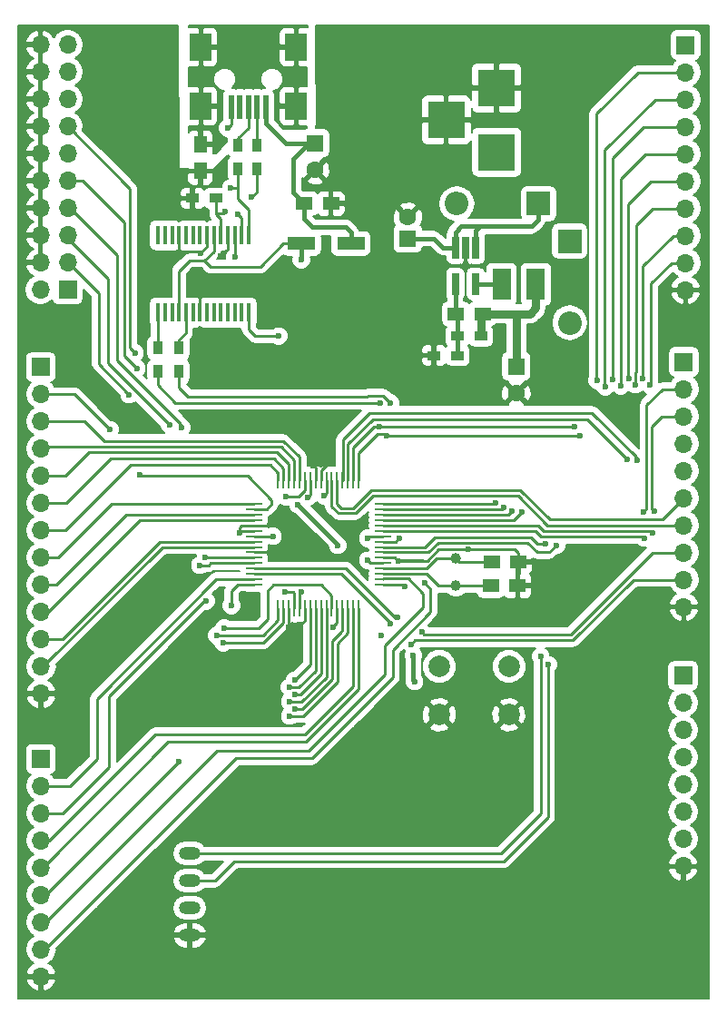
<source format=gtl>
G04 #@! TF.FileFunction,Copper,L1,Top,Signal*
%FSLAX46Y46*%
G04 Gerber Fmt 4.6, Leading zero omitted, Abs format (unit mm)*
G04 Created by KiCad (PCBNEW 4.0.4-stable) date 02/19/22 22:26:40*
%MOMM*%
%LPD*%
G01*
G04 APERTURE LIST*
%ADD10C,0.100000*%
%ADD11R,1.500000X1.250000*%
%ADD12R,1.600000X1.600000*%
%ADD13C,1.600000*%
%ADD14R,1.250000X1.500000*%
%ADD15R,3.500000X3.500000*%
%ADD16R,2.200000X2.200000*%
%ADD17O,2.200000X2.200000*%
%ADD18R,2.598420X1.198880*%
%ADD19R,2.600960X1.198880*%
%ADD20R,1.800000X2.900000*%
%ADD21O,2.000000X1.200000*%
%ADD22R,1.700000X1.700000*%
%ADD23O,1.700000X1.700000*%
%ADD24R,0.500000X2.300000*%
%ADD25R,2.000000X2.500000*%
%ADD26R,1.200000X0.900000*%
%ADD27R,0.900000X1.200000*%
%ADD28C,2.000000*%
%ADD29R,0.650000X2.000000*%
%ADD30R,1.500000X0.250000*%
%ADD31R,0.250000X1.500000*%
%ADD32R,0.450000X1.750000*%
%ADD33C,1.000000*%
%ADD34C,0.600000*%
%ADD35C,0.250000*%
%ADD36C,0.400000*%
%ADD37C,0.800000*%
%ADD38C,0.200000*%
G04 APERTURE END LIST*
D10*
D11*
X129356800Y-93916500D03*
X131856800Y-93916500D03*
X129433000Y-91681300D03*
X131933000Y-91681300D03*
D12*
X121615200Y-61544200D03*
D13*
X121615200Y-59544200D03*
D11*
X128580200Y-68554600D03*
X126080200Y-68554600D03*
D12*
X131724400Y-73456800D03*
D13*
X131724400Y-75956800D03*
D12*
X112953800Y-52654200D03*
D13*
X112953800Y-55154200D03*
D11*
X111932400Y-58267600D03*
X114432400Y-58267600D03*
D14*
X102260400Y-55250400D03*
X102260400Y-52750400D03*
D15*
X129895600Y-53492400D03*
X129895600Y-47492400D03*
X125195600Y-50492400D03*
D16*
X133807200Y-58293000D03*
D17*
X126187200Y-58293000D03*
D16*
X136702800Y-61772800D03*
D17*
X136702800Y-69392800D03*
D18*
X111693960Y-62001400D03*
D19*
X116296440Y-62001400D03*
D20*
X130353000Y-65811400D03*
X133553000Y-65811400D03*
D21*
X101275800Y-118900000D03*
X101275800Y-121440000D03*
X101275800Y-123980000D03*
X101275800Y-126520000D03*
D22*
X87388700Y-73520300D03*
D23*
X87388700Y-76060300D03*
X87388700Y-78600300D03*
X87388700Y-81140300D03*
X87388700Y-83680300D03*
X87388700Y-86220300D03*
X87388700Y-88760300D03*
X87388700Y-91300300D03*
X87388700Y-93840300D03*
X87388700Y-96380300D03*
X87388700Y-98920300D03*
X87388700Y-101460300D03*
X87388700Y-104000300D03*
D22*
X87388700Y-110058200D03*
D23*
X87388700Y-112598200D03*
X87388700Y-115138200D03*
X87388700Y-117678200D03*
X87388700Y-120218200D03*
X87388700Y-122758200D03*
X87388700Y-125298200D03*
X87388700Y-127838200D03*
X87388700Y-130378200D03*
D22*
X89877900Y-66319400D03*
D23*
X87337900Y-66319400D03*
X89877900Y-63779400D03*
X87337900Y-63779400D03*
X89877900Y-61239400D03*
X87337900Y-61239400D03*
X89877900Y-58699400D03*
X87337900Y-58699400D03*
X89877900Y-56159400D03*
X87337900Y-56159400D03*
X89877900Y-53619400D03*
X87337900Y-53619400D03*
X89877900Y-51079400D03*
X87337900Y-51079400D03*
X89877900Y-48539400D03*
X87337900Y-48539400D03*
X89877900Y-45999400D03*
X87337900Y-45999400D03*
X89877900Y-43459400D03*
X87337900Y-43459400D03*
D22*
X147294600Y-102311200D03*
D23*
X147294600Y-104851200D03*
X147294600Y-107391200D03*
X147294600Y-109931200D03*
X147294600Y-112471200D03*
X147294600Y-115011200D03*
X147294600Y-117551200D03*
X147294600Y-120091200D03*
D22*
X147523200Y-43484800D03*
D23*
X147523200Y-46024800D03*
X147523200Y-48564800D03*
X147523200Y-51104800D03*
X147523200Y-53644800D03*
X147523200Y-56184800D03*
X147523200Y-58724800D03*
X147523200Y-61264800D03*
X147523200Y-63804800D03*
X147523200Y-66344800D03*
D22*
X147358100Y-73037700D03*
D23*
X147358100Y-75577700D03*
X147358100Y-78117700D03*
X147358100Y-80657700D03*
X147358100Y-83197700D03*
X147358100Y-85737700D03*
X147358100Y-88277700D03*
X147358100Y-90817700D03*
X147358100Y-93357700D03*
X147358100Y-95897700D03*
D24*
X108356200Y-49282000D03*
X107556200Y-49282000D03*
X106756200Y-49282000D03*
X105956200Y-49282000D03*
X105156200Y-49282000D03*
D25*
X111206200Y-49182000D03*
X111206200Y-43682000D03*
X102306200Y-49182000D03*
X102306200Y-43682000D03*
D26*
X128430200Y-70637400D03*
X126230200Y-70637400D03*
X124045800Y-72440800D03*
X126245800Y-72440800D03*
D27*
X98298000Y-71747200D03*
X98298000Y-73947200D03*
X100279200Y-71747200D03*
X100279200Y-73947200D03*
X105765600Y-52824200D03*
X105765600Y-55024200D03*
X107492800Y-52824200D03*
X107492800Y-55024200D03*
D26*
X103741400Y-57785000D03*
X101541400Y-57785000D03*
D28*
X124536200Y-105960300D03*
X124536200Y-101460300D03*
X131036200Y-105960300D03*
X131036200Y-101460300D03*
D29*
X127950000Y-62374200D03*
X127000000Y-62374200D03*
X126050000Y-62374200D03*
X126050000Y-65794200D03*
X127950000Y-65794200D03*
D30*
X107258600Y-86305700D03*
X107258600Y-86805700D03*
X107258600Y-87305700D03*
X107258600Y-87805700D03*
X107258600Y-88305700D03*
X107258600Y-88805700D03*
X107258600Y-89305700D03*
X107258600Y-89805700D03*
X107258600Y-90305700D03*
X107258600Y-90805700D03*
X107258600Y-91305700D03*
X107258600Y-91805700D03*
X107258600Y-92305700D03*
X107258600Y-92805700D03*
X107258600Y-93305700D03*
X107258600Y-93805700D03*
D31*
X109508600Y-96055700D03*
X110008600Y-96055700D03*
X110508600Y-96055700D03*
X111008600Y-96055700D03*
X111508600Y-96055700D03*
X112008600Y-96055700D03*
X112508600Y-96055700D03*
X113008600Y-96055700D03*
X113508600Y-96055700D03*
X114008600Y-96055700D03*
X114508600Y-96055700D03*
X115008600Y-96055700D03*
X115508600Y-96055700D03*
X116008600Y-96055700D03*
X116508600Y-96055700D03*
X117008600Y-96055700D03*
D30*
X119258600Y-93805700D03*
X119258600Y-93305700D03*
X119258600Y-92805700D03*
X119258600Y-92305700D03*
X119258600Y-91805700D03*
X119258600Y-91305700D03*
X119258600Y-90805700D03*
X119258600Y-90305700D03*
X119258600Y-89805700D03*
X119258600Y-89305700D03*
X119258600Y-88805700D03*
X119258600Y-88305700D03*
X119258600Y-87805700D03*
X119258600Y-87305700D03*
X119258600Y-86805700D03*
X119258600Y-86305700D03*
D31*
X117008600Y-84055700D03*
X116508600Y-84055700D03*
X116008600Y-84055700D03*
X115508600Y-84055700D03*
X115008600Y-84055700D03*
X114508600Y-84055700D03*
X114008600Y-84055700D03*
X113508600Y-84055700D03*
X113008600Y-84055700D03*
X112508600Y-84055700D03*
X112008600Y-84055700D03*
X111508600Y-84055700D03*
X111008600Y-84055700D03*
X110508600Y-84055700D03*
X110008600Y-84055700D03*
X109508600Y-84055700D03*
D32*
X98314800Y-68446200D03*
X98964800Y-68446200D03*
X99614800Y-68446200D03*
X100264800Y-68446200D03*
X100914800Y-68446200D03*
X101564800Y-68446200D03*
X102214800Y-68446200D03*
X102864800Y-68446200D03*
X103514800Y-68446200D03*
X104164800Y-68446200D03*
X104814800Y-68446200D03*
X105464800Y-68446200D03*
X106114800Y-68446200D03*
X106764800Y-68446200D03*
X106764800Y-61246200D03*
X106114800Y-61246200D03*
X105464800Y-61246200D03*
X104814800Y-61246200D03*
X104164800Y-61246200D03*
X103514800Y-61246200D03*
X102864800Y-61246200D03*
X102214800Y-61246200D03*
X101564800Y-61246200D03*
X100914800Y-61246200D03*
X100264800Y-61246200D03*
X99614800Y-61246200D03*
X98964800Y-61246200D03*
X98314800Y-61246200D03*
D33*
X126085600Y-93916500D03*
X126085600Y-91376500D03*
D34*
X119087900Y-98526600D03*
X110477300Y-97828100D03*
X111633000Y-97561400D03*
X127241300Y-90551000D03*
X110070900Y-89420700D03*
X105930700Y-89014300D03*
X112776000Y-82702400D03*
X113957100Y-82677000D03*
X120777000Y-91579700D03*
X120802400Y-89509600D03*
X104787700Y-51231800D03*
X102349300Y-66662300D03*
X104178100Y-63182500D03*
X102247700Y-62877700D03*
X100241100Y-62928500D03*
X115087400Y-90144600D03*
X111379000Y-86360000D03*
X111671100Y-94500700D03*
X110197900Y-85623400D03*
X117881400Y-91567000D03*
X113792000Y-85547200D03*
X122123200Y-100418900D03*
X122237500Y-102844600D03*
X110159800Y-94513400D03*
X117894100Y-89496900D03*
X109016800Y-89306400D03*
X112293400Y-85648800D03*
X105460800Y-63271400D03*
X105105200Y-56794400D03*
X107061000Y-57696100D03*
X105740200Y-59232800D03*
X111671100Y-63512700D03*
X133997700Y-100533200D03*
X141490700Y-75298300D03*
X130530600Y-86639400D03*
X134696200Y-101269800D03*
X140741400Y-74714100D03*
X129781300Y-86169500D03*
X93802200Y-79375000D03*
X96621600Y-83578700D03*
X102819200Y-95377000D03*
X104444800Y-97878900D03*
X95605600Y-76098400D03*
X100253800Y-110363000D03*
X105156000Y-95783400D03*
X123177300Y-93687900D03*
X121310400Y-93992700D03*
X102209600Y-91998800D03*
X99377500Y-78917800D03*
X102730300Y-91313000D03*
X100520500Y-79209900D03*
X103784400Y-98526600D03*
X96316800Y-73634600D03*
X96151700Y-72199500D03*
X104355900Y-99225100D03*
X111055150Y-102749350D03*
X110566200Y-103403400D03*
X111086900Y-104051100D03*
X110591600Y-104711500D03*
X111099600Y-105384600D03*
X110617000Y-106057700D03*
X139280900Y-74764900D03*
X137185400Y-79108300D03*
X119075200Y-76911200D03*
X118999000Y-79082900D03*
X140030200Y-75387200D03*
X137693400Y-79895700D03*
X120002300Y-76860400D03*
X119634000Y-79908400D03*
X131318000Y-86944200D03*
X142214600Y-74599800D03*
X132219700Y-87033100D03*
X142875000Y-75158600D03*
X143535400Y-74599800D03*
X134480300Y-90043000D03*
X144195800Y-75184000D03*
X135458200Y-90157300D03*
X143624300Y-87007700D03*
X143700500Y-89458800D03*
X144614900Y-86969600D03*
X144411700Y-88976200D03*
X142100300Y-82118200D03*
X143027400Y-82194400D03*
X122910600Y-98259900D03*
X120675400Y-96888300D03*
X121958100Y-99364800D03*
X120015000Y-97497900D03*
X114668300Y-97790000D03*
X109575600Y-70637400D03*
X104584500Y-58991500D03*
D35*
X119087900Y-98539300D02*
X119087900Y-98526600D01*
X129356800Y-93916500D02*
X126085600Y-93916500D01*
X119258600Y-92805700D02*
X123349200Y-92805700D01*
X124460000Y-93916500D02*
X126085600Y-93916500D01*
X123349200Y-92805700D02*
X124460000Y-93916500D01*
X110508600Y-96055700D02*
X110508600Y-97796800D01*
X110508600Y-97796800D02*
X110477300Y-97828100D01*
X112008600Y-96055700D02*
X112008600Y-97185800D01*
X112008600Y-97185800D02*
X111633000Y-97561400D01*
X131933000Y-91681300D02*
X131933000Y-90886600D01*
X123442602Y-91579700D02*
X124471302Y-90551000D01*
X124471302Y-90551000D02*
X127241300Y-90551000D01*
X123442602Y-91579700D02*
X120777000Y-91579700D01*
X131597400Y-90551000D02*
X127241300Y-90551000D01*
X131933000Y-90886600D02*
X131597400Y-90551000D01*
X107258600Y-88305700D02*
X109527400Y-88305700D01*
X109397100Y-90805700D02*
X110070900Y-90131900D01*
X110070900Y-90131900D02*
X110070900Y-89420700D01*
X109397100Y-90805700D02*
X107258600Y-90805700D01*
X110070900Y-88849200D02*
X110070900Y-89420700D01*
X109527400Y-88305700D02*
X110070900Y-88849200D01*
X107258600Y-88305700D02*
X106080500Y-88305700D01*
X105930700Y-88455500D02*
X105930700Y-89014300D01*
X106080500Y-88305700D02*
X105930700Y-88455500D01*
X107258600Y-88805700D02*
X106139300Y-88805700D01*
X106139300Y-88805700D02*
X105930700Y-89014300D01*
X113008600Y-84055700D02*
X113008600Y-82935000D01*
X113008600Y-82935000D02*
X112776000Y-82702400D01*
X113508600Y-84055700D02*
X113508600Y-83138200D01*
X113957100Y-82689700D02*
X113957100Y-82677000D01*
X113508600Y-83138200D02*
X113957100Y-82689700D01*
X119258600Y-91305700D02*
X120376000Y-91305700D01*
X120650000Y-91579700D02*
X120777000Y-91579700D01*
X120376000Y-91305700D02*
X120650000Y-91579700D01*
X119258600Y-89805700D02*
X120468200Y-89805700D01*
X120764300Y-89509600D02*
X120802400Y-89509600D01*
X120468200Y-89805700D02*
X120764300Y-89509600D01*
X105156200Y-49282000D02*
X105156200Y-50863300D01*
X105156200Y-50863300D02*
X104787700Y-51231800D01*
X102214800Y-68446200D02*
X102214800Y-66796800D01*
X102214800Y-66796800D02*
X102349300Y-66662300D01*
X104814800Y-61246200D02*
X104814800Y-62545800D01*
X104814800Y-62545800D02*
X104178100Y-63182500D01*
X102864800Y-61246200D02*
X102864800Y-62260600D01*
X102864800Y-62260600D02*
X102247700Y-62877700D01*
X100264800Y-61246200D02*
X100264800Y-62904800D01*
X100264800Y-62904800D02*
X100241100Y-62928500D01*
X129433000Y-91681300D02*
X126390400Y-91681300D01*
X126390400Y-91681300D02*
X126085600Y-91376500D01*
X119258600Y-92305700D02*
X123353000Y-92305700D01*
X124282200Y-91376500D02*
X126085600Y-91376500D01*
X123353000Y-92305700D02*
X124282200Y-91376500D01*
D36*
X115087400Y-90068400D02*
X115087400Y-90144600D01*
X111379000Y-86360000D02*
X115087400Y-90068400D01*
D35*
X111508600Y-96055700D02*
X111508600Y-94663200D01*
X111508600Y-94663200D02*
X111671100Y-94500700D01*
X112008600Y-84055700D02*
X112008600Y-85006500D01*
X111391700Y-85623400D02*
X110197900Y-85623400D01*
X112008600Y-85006500D02*
X111391700Y-85623400D01*
X119258600Y-91805700D02*
X118120100Y-91805700D01*
X118120100Y-91805700D02*
X117881400Y-91567000D01*
X114008600Y-84055700D02*
X114008600Y-85305200D01*
X113792000Y-85521800D02*
X113792000Y-85547200D01*
X114008600Y-85305200D02*
X113792000Y-85521800D01*
X114020600Y-84067700D02*
X114008600Y-84055700D01*
D36*
X121615200Y-61544200D02*
X124015500Y-61544200D01*
X124845500Y-62374200D02*
X126050000Y-62374200D01*
X124015500Y-61544200D02*
X124845500Y-62374200D01*
X127950000Y-62374200D02*
X127950000Y-60835500D01*
X127950000Y-60835500D02*
X128384300Y-60401200D01*
X126050000Y-62374200D02*
X126050000Y-60932100D01*
X133807200Y-59740800D02*
X133807200Y-58293000D01*
X133146800Y-60401200D02*
X133807200Y-59740800D01*
X126580900Y-60401200D02*
X128384300Y-60401200D01*
X128384300Y-60401200D02*
X133146800Y-60401200D01*
X126050000Y-60932100D02*
X126580900Y-60401200D01*
X122123200Y-102730300D02*
X122123200Y-100418900D01*
X122237500Y-102844600D02*
X122123200Y-102730300D01*
D35*
X110159800Y-94513400D02*
X110909100Y-94513400D01*
X110909100Y-94513400D02*
X111008600Y-94612900D01*
X111008600Y-94612900D02*
X111008600Y-96055700D01*
X118085300Y-89305700D02*
X119258600Y-89305700D01*
X117894100Y-89496900D02*
X118085300Y-89305700D01*
D37*
X128430200Y-70637400D02*
X128430200Y-68704600D01*
X128430200Y-68704600D02*
X128580200Y-68554600D01*
X131724400Y-73456800D02*
X131724400Y-68643500D01*
X131724400Y-68643500D02*
X131813300Y-68554600D01*
X128580200Y-68554600D02*
X131813300Y-68554600D01*
X131813300Y-68554600D02*
X133007100Y-68554600D01*
X133553000Y-68008700D02*
X133553000Y-65811400D01*
X133007100Y-68554600D02*
X133553000Y-68008700D01*
D35*
X107258600Y-89305700D02*
X109016100Y-89305700D01*
X109016100Y-89305700D02*
X109016800Y-89306400D01*
X112508600Y-84055700D02*
X112508600Y-85433600D01*
X112508600Y-85433600D02*
X112293400Y-85648800D01*
D36*
X126230200Y-70637400D02*
X126230200Y-72425200D01*
X126230200Y-72425200D02*
X126245800Y-72440800D01*
X126230200Y-70637400D02*
X126230200Y-68704600D01*
X126230200Y-68704600D02*
X126080200Y-68554600D01*
X126050000Y-65794200D02*
X126050000Y-68524400D01*
X126050000Y-68524400D02*
X126080200Y-68554600D01*
D35*
X105464800Y-61246200D02*
X105464800Y-63267400D01*
X105464800Y-63267400D02*
X105460800Y-63271400D01*
X105105200Y-56794400D02*
X105765600Y-56794400D01*
X105765600Y-56794400D02*
X105752900Y-56794400D01*
X105752900Y-56794400D02*
X105765600Y-56794400D01*
X106764800Y-61246200D02*
X106764800Y-58847700D01*
X105765600Y-57848500D02*
X105765600Y-56794400D01*
X106764800Y-58847700D02*
X105765600Y-57848500D01*
X105765600Y-56794400D02*
X105765600Y-55024200D01*
D36*
X112953800Y-52654200D02*
X112395000Y-52654200D01*
X112395000Y-52654200D02*
X110947200Y-54102000D01*
X110947200Y-57282400D02*
X111932400Y-58267600D01*
X110947200Y-54102000D02*
X110947200Y-57282400D01*
X111932400Y-58267600D02*
X111932400Y-59722700D01*
X111932400Y-59722700D02*
X112687100Y-60477400D01*
X112687100Y-60477400D02*
X115811300Y-60477400D01*
X115811300Y-60477400D02*
X116296440Y-60962540D01*
X116296440Y-60962540D02*
X116296440Y-62001400D01*
X108356200Y-49282000D02*
X108356200Y-50774400D01*
X110236000Y-52654200D02*
X112953800Y-52654200D01*
X108356200Y-50774400D02*
X110236000Y-52654200D01*
D35*
X107492800Y-55024200D02*
X107492800Y-57264300D01*
X107492800Y-57264300D02*
X107061000Y-57696100D01*
X106114800Y-61246200D02*
X106114800Y-59607400D01*
X106114800Y-59607400D02*
X105740200Y-59232800D01*
X111693960Y-62001400D02*
X110007400Y-62001400D01*
X103238300Y-64160400D02*
X102654100Y-63576200D01*
X107848400Y-64160400D02*
X103238300Y-64160400D01*
X110007400Y-62001400D02*
X107848400Y-64160400D01*
X103514800Y-61246200D02*
X103514800Y-62715500D01*
X103514800Y-62715500D02*
X102654100Y-63576200D01*
X100264800Y-64568500D02*
X100264800Y-68446200D01*
X102654100Y-63576200D02*
X101257100Y-63576200D01*
X101257100Y-63576200D02*
X100264800Y-64568500D01*
D36*
X111693960Y-62001400D02*
X111693960Y-63489840D01*
X111693960Y-63489840D02*
X111671100Y-63512700D01*
X127950000Y-65794200D02*
X130335800Y-65794200D01*
X130335800Y-65794200D02*
X130353000Y-65811400D01*
D35*
X101275800Y-118900000D02*
X130274000Y-118900000D01*
X133997700Y-115176300D02*
X133997700Y-100533200D01*
X130274000Y-118900000D02*
X133997700Y-115176300D01*
X141490700Y-75298300D02*
X141490700Y-55956200D01*
X141490700Y-55956200D02*
X143802100Y-53644800D01*
X143802100Y-53644800D02*
X147523200Y-53644800D01*
X130364300Y-86805700D02*
X130530600Y-86639400D01*
X119258600Y-86805700D02*
X130364300Y-86805700D01*
X101275800Y-121440000D02*
X103616700Y-121440000D01*
X134683500Y-101282500D02*
X134696200Y-101269800D01*
X134683500Y-115519200D02*
X134683500Y-101282500D01*
X130568700Y-119634000D02*
X134683500Y-115519200D01*
X105422700Y-119634000D02*
X130568700Y-119634000D01*
X103616700Y-121440000D02*
X105422700Y-119634000D01*
X140741400Y-74714100D02*
X140728700Y-74701400D01*
X140728700Y-74701400D02*
X140728700Y-54013100D01*
X140728700Y-54013100D02*
X143637000Y-51104800D01*
X143637000Y-51104800D02*
X147523200Y-51104800D01*
X129645100Y-86305700D02*
X129781300Y-86169500D01*
X119258600Y-86305700D02*
X129645100Y-86305700D01*
X107258600Y-86805700D02*
X108418700Y-86805700D01*
X90487500Y-76060300D02*
X87388700Y-76060300D01*
X93802200Y-79375000D02*
X90487500Y-76060300D01*
X96685100Y-83642200D02*
X96621600Y-83578700D01*
X106641900Y-83642200D02*
X96685100Y-83642200D01*
X108902500Y-85902800D02*
X106641900Y-83642200D01*
X108902500Y-86321900D02*
X108902500Y-85902800D01*
X108418700Y-86805700D02*
X108902500Y-86321900D01*
X111508600Y-84055700D02*
X111508600Y-81892200D01*
X91478100Y-78600300D02*
X87388700Y-78600300D01*
X93281500Y-80403700D02*
X91478100Y-78600300D01*
X110020100Y-80403700D02*
X93281500Y-80403700D01*
X111508600Y-81892200D02*
X110020100Y-80403700D01*
X111008600Y-84055700D02*
X111008600Y-82205000D01*
X109778800Y-80975200D02*
X87553800Y-80975200D01*
X111008600Y-82205000D02*
X109778800Y-80975200D01*
X87553800Y-80975200D02*
X87388700Y-81140300D01*
X110508600Y-84055700D02*
X110508600Y-82581300D01*
X89687400Y-83680300D02*
X87388700Y-83680300D01*
X91897200Y-81470500D02*
X89687400Y-83680300D01*
X109397800Y-81470500D02*
X91897200Y-81470500D01*
X110508600Y-82581300D02*
X109397800Y-81470500D01*
X110008600Y-84055700D02*
X110008600Y-82970300D01*
X89738200Y-86220300D02*
X87388700Y-86220300D01*
X93891100Y-82067400D02*
X89738200Y-86220300D01*
X109105700Y-82067400D02*
X93891100Y-82067400D01*
X110008600Y-82970300D02*
X109105700Y-82067400D01*
X109508600Y-84055700D02*
X109508600Y-83397400D01*
X109508600Y-83397400D02*
X108788200Y-82677000D01*
X108788200Y-82677000D02*
X95770700Y-82677000D01*
X95770700Y-82677000D02*
X89687400Y-88760300D01*
X89687400Y-88760300D02*
X87388700Y-88760300D01*
X107258600Y-86305700D02*
X93983500Y-86305700D01*
X88988900Y-91300300D02*
X87388700Y-91300300D01*
X93983500Y-86305700D02*
X88988900Y-91300300D01*
X107258600Y-87305700D02*
X95333000Y-87305700D01*
X88798400Y-93840300D02*
X87388700Y-93840300D01*
X95333000Y-87305700D02*
X88798400Y-93840300D01*
X107258600Y-87805700D02*
X96598300Y-87805700D01*
X96598300Y-87805700D02*
X88023700Y-96380300D01*
X88023700Y-96380300D02*
X87388700Y-96380300D01*
X107258600Y-89805700D02*
X98509900Y-89805700D01*
X89395300Y-98920300D02*
X87388700Y-98920300D01*
X98509900Y-89805700D02*
X89395300Y-98920300D01*
X107258600Y-90305700D02*
X98733800Y-90305700D01*
X98733800Y-90305700D02*
X87579200Y-101460300D01*
X87579200Y-101460300D02*
X87388700Y-101460300D01*
X107258600Y-93305700D02*
X103734800Y-93305700D01*
X90081100Y-112598200D02*
X87388700Y-112598200D01*
X92595700Y-110083600D02*
X90081100Y-112598200D01*
X92595700Y-104444800D02*
X92595700Y-110083600D01*
X103734800Y-93305700D02*
X92595700Y-104444800D01*
X102577900Y-95364300D02*
X102806500Y-95364300D01*
X89420700Y-115138200D02*
X93764100Y-110794800D01*
X93764100Y-110794800D02*
X93764100Y-104228900D01*
X93764100Y-104228900D02*
X102450900Y-95542100D01*
X102450900Y-95542100D02*
X102450900Y-95491300D01*
X102450900Y-95491300D02*
X102577900Y-95364300D01*
X87388700Y-115138200D02*
X89420700Y-115138200D01*
X102806500Y-95364300D02*
X102819200Y-95377000D01*
X114508600Y-96055700D02*
X114508600Y-94849000D01*
X107708700Y-97878900D02*
X104444800Y-97878900D01*
X108546900Y-97040700D02*
X107708700Y-97878900D01*
X108546900Y-94386400D02*
X108546900Y-97040700D01*
X109080300Y-93853000D02*
X108546900Y-94386400D01*
X113512600Y-93853000D02*
X109080300Y-93853000D01*
X114508600Y-94849000D02*
X113512600Y-93853000D01*
X92760800Y-66662300D02*
X89877900Y-63779400D01*
X92760800Y-73253600D02*
X92760800Y-66662300D01*
X95605600Y-76098400D02*
X92760800Y-73253600D01*
X87388700Y-117678200D02*
X88150700Y-117678200D01*
X88150700Y-117678200D02*
X98044000Y-107784900D01*
X98044000Y-107784900D02*
X112014000Y-107784900D01*
X112014000Y-107784900D02*
X116508600Y-103290300D01*
X116508600Y-103290300D02*
X116508600Y-96055700D01*
X87388700Y-120218200D02*
X87541100Y-120218200D01*
X87541100Y-120218200D02*
X99263200Y-108496100D01*
X99263200Y-108496100D02*
X112064800Y-108496100D01*
X112064800Y-108496100D02*
X117008600Y-103552300D01*
X117008600Y-103552300D02*
X117008600Y-96055700D01*
X87388700Y-122758200D02*
X87820500Y-122758200D01*
X87820500Y-122758200D02*
X100215700Y-110363000D01*
X100215700Y-110363000D02*
X100253800Y-110363000D01*
X105156000Y-95783400D02*
X105156000Y-94373700D01*
X105156000Y-94373700D02*
X105724000Y-93805700D01*
X105724000Y-93805700D02*
X107258600Y-93805700D01*
X87388700Y-125298200D02*
X87807800Y-125298200D01*
X87807800Y-125298200D02*
X103809800Y-109296200D01*
X103809800Y-109296200D02*
X112382300Y-109296200D01*
X112382300Y-109296200D02*
X119468900Y-102209600D01*
X119468900Y-102209600D02*
X119468900Y-99504500D01*
X119468900Y-99504500D02*
X123024900Y-95948500D01*
X123024900Y-95948500D02*
X123024900Y-94640400D01*
X123024900Y-94640400D02*
X121640202Y-93255702D01*
X121640202Y-93255702D02*
X119258600Y-93255702D01*
X119258600Y-93255702D02*
X119258600Y-93305700D01*
X87388700Y-127838200D02*
X87744300Y-127838200D01*
X87744300Y-127838200D02*
X105587800Y-109994700D01*
X105587800Y-109994700D02*
X112699800Y-109994700D01*
X112699800Y-109994700D02*
X120205500Y-102489000D01*
X120205500Y-102489000D02*
X120205500Y-99898200D01*
X120205500Y-99898200D02*
X123710700Y-96393000D01*
X123710700Y-96393000D02*
X123710700Y-94221300D01*
X123710700Y-94221300D02*
X123177300Y-93687900D01*
X121310400Y-93992700D02*
X121123400Y-93805700D01*
X121123400Y-93805700D02*
X119258600Y-93805700D01*
X89877900Y-61239400D02*
X89877900Y-61531500D01*
X89877900Y-61531500D02*
X93649800Y-65303400D01*
X107258600Y-91805700D02*
X103240900Y-91805700D01*
X103047800Y-91998800D02*
X102209600Y-91998800D01*
X103240900Y-91805700D02*
X103047800Y-91998800D01*
X93649800Y-73190100D02*
X99377500Y-78917800D01*
X93649800Y-65303400D02*
X93649800Y-73190100D01*
X89877900Y-58699400D02*
X90093800Y-58699400D01*
X90093800Y-58699400D02*
X94488000Y-63093600D01*
X107258600Y-91305700D02*
X102737600Y-91305700D01*
X102737600Y-91305700D02*
X102730300Y-91313000D01*
X100444300Y-79133700D02*
X100520500Y-79209900D01*
X100444300Y-78828900D02*
X100444300Y-79133700D01*
X94488000Y-72872600D02*
X100444300Y-78828900D01*
X94488000Y-63093600D02*
X94488000Y-72872600D01*
X109508600Y-96055700D02*
X109508600Y-97158500D01*
X108140500Y-98526600D02*
X103784400Y-98526600D01*
X109508600Y-97158500D02*
X108140500Y-98526600D01*
X91249500Y-56159400D02*
X89877900Y-56159400D01*
X95148400Y-60058300D02*
X91249500Y-56159400D01*
X95148400Y-72466200D02*
X95148400Y-60058300D01*
X96316800Y-73634600D02*
X95148400Y-72466200D01*
X89877900Y-56159400D02*
X90297000Y-56159400D01*
X95681800Y-56883300D02*
X89877900Y-51079400D01*
X95681800Y-71729600D02*
X95681800Y-56883300D01*
X96151700Y-72199500D02*
X95681800Y-71729600D01*
X110008600Y-97331600D02*
X108115100Y-99225100D01*
X108115100Y-99225100D02*
X104355900Y-99225100D01*
X110008600Y-96055700D02*
X110008600Y-97331600D01*
X112508600Y-96055700D02*
X112508600Y-101295900D01*
X112508600Y-101295900D02*
X111055150Y-102749350D01*
X111055150Y-102749350D02*
X111036100Y-102768400D01*
X113008600Y-101837300D02*
X113008600Y-96055700D01*
X110566200Y-103403400D02*
X111442500Y-103403400D01*
X113008600Y-101837300D02*
X111442500Y-103403400D01*
X113508600Y-102150100D02*
X111607600Y-104051100D01*
X111607600Y-104051100D02*
X111086900Y-104051100D01*
X113508600Y-102150100D02*
X113508600Y-96055700D01*
X114008600Y-102412100D02*
X111709200Y-104711500D01*
X111709200Y-104711500D02*
X110591600Y-104711500D01*
X114008600Y-102412100D02*
X114008600Y-96055700D01*
X115508600Y-98092700D02*
X115508600Y-96055700D01*
X111099600Y-105384600D02*
X111760000Y-105384600D01*
X114554000Y-102590600D02*
X111760000Y-105384600D01*
X114554000Y-99034600D02*
X114554000Y-102590600D01*
X115316000Y-98272600D02*
X114554000Y-99034600D01*
X115328700Y-98272600D02*
X115316000Y-98272600D01*
X115508600Y-98092700D02*
X115328700Y-98272600D01*
X116008600Y-98342000D02*
X116008600Y-96055700D01*
X110617000Y-106057700D02*
X111848900Y-106057700D01*
X115049300Y-102857300D02*
X111848900Y-106057700D01*
X115049300Y-99301300D02*
X115049300Y-102857300D01*
X116008600Y-98342000D02*
X115049300Y-99301300D01*
X118999000Y-79082900D02*
X137147300Y-79082900D01*
X143052800Y-46024800D02*
X147523200Y-46024800D01*
X139192000Y-49885600D02*
X143052800Y-46024800D01*
X139192000Y-74676000D02*
X139192000Y-49885600D01*
X139280900Y-74764900D02*
X139192000Y-74676000D01*
X137172700Y-79108300D02*
X137185400Y-79108300D01*
X137147300Y-79082900D02*
X137172700Y-79108300D01*
X116508600Y-84055700D02*
X116508600Y-81039900D01*
X98298000Y-75209400D02*
X98298000Y-73947200D01*
X99936300Y-76847700D02*
X98298000Y-75209400D01*
X119011700Y-76847700D02*
X99936300Y-76847700D01*
X119075200Y-76911200D02*
X119011700Y-76847700D01*
X118465600Y-79082900D02*
X118999000Y-79082900D01*
X116508600Y-81039900D02*
X118465600Y-79082900D01*
X119634000Y-79908400D02*
X130695700Y-79908400D01*
X144665700Y-48564800D02*
X147523200Y-48564800D01*
X139979400Y-53251100D02*
X144665700Y-48564800D01*
X139979400Y-75336400D02*
X139979400Y-53251100D01*
X140030200Y-75387200D02*
X139979400Y-75336400D01*
X130708400Y-79895700D02*
X137693400Y-79895700D01*
X130695700Y-79908400D02*
X130708400Y-79895700D01*
X117008600Y-84055700D02*
X117008600Y-81530500D01*
X100279200Y-75438000D02*
X100279200Y-73947200D01*
X101092000Y-76250800D02*
X100279200Y-75438000D01*
X117830600Y-76250800D02*
X101092000Y-76250800D01*
X117894100Y-76187300D02*
X117830600Y-76250800D01*
X119329200Y-76187300D02*
X117894100Y-76187300D01*
X120002300Y-76860400D02*
X119329200Y-76187300D01*
X119494300Y-79768700D02*
X119634000Y-79908400D01*
X118770400Y-79768700D02*
X119494300Y-79768700D01*
X117008600Y-81530500D02*
X118770400Y-79768700D01*
X100279200Y-73947200D02*
X100279200Y-74256900D01*
X119258600Y-87305700D02*
X130956500Y-87305700D01*
X131318000Y-86944200D02*
X130956500Y-87305700D01*
X144310100Y-56184800D02*
X147523200Y-56184800D01*
X142163800Y-58331100D02*
X144310100Y-56184800D01*
X142163800Y-74549000D02*
X142163800Y-58331100D01*
X142214600Y-74599800D02*
X142163800Y-74549000D01*
X119258600Y-87805700D02*
X131447100Y-87805700D01*
X132219700Y-87033100D02*
X131447100Y-87805700D01*
X144462500Y-58724800D02*
X147523200Y-58724800D01*
X142887700Y-60299600D02*
X144462500Y-58724800D01*
X142887700Y-74002900D02*
X142887700Y-60299600D01*
X142875000Y-74015600D02*
X142887700Y-74002900D01*
X142875000Y-75158600D02*
X142875000Y-74015600D01*
X119258600Y-90305700D02*
X123206700Y-90305700D01*
X146380200Y-61264800D02*
X147523200Y-61264800D01*
X143535400Y-64109600D02*
X146380200Y-61264800D01*
X143535400Y-70307200D02*
X143535400Y-64109600D01*
X143535400Y-74599800D02*
X143535400Y-70307200D01*
X133731000Y-90043000D02*
X134480300Y-90043000D01*
X133070600Y-89382600D02*
X133731000Y-90043000D01*
X124129800Y-89382600D02*
X133070600Y-89382600D01*
X123206700Y-90305700D02*
X124129800Y-89382600D01*
X119258600Y-90805700D02*
X123519500Y-90805700D01*
X146189700Y-63804800D02*
X147523200Y-63804800D01*
X144284700Y-65709800D02*
X146189700Y-63804800D01*
X144284700Y-75095100D02*
X144284700Y-65709800D01*
X144195800Y-75184000D02*
X144284700Y-75095100D01*
X134810500Y-90805000D02*
X135458200Y-90157300D01*
X133692900Y-90805000D02*
X134810500Y-90805000D01*
X132791200Y-89903300D02*
X133692900Y-90805000D01*
X124421900Y-89903300D02*
X132791200Y-89903300D01*
X123519500Y-90805700D02*
X124421900Y-89903300D01*
X137172700Y-89331800D02*
X143573500Y-89331800D01*
X145364200Y-75577700D02*
X143891000Y-77050900D01*
X143891000Y-77050900D02*
X143891000Y-84937600D01*
X147358100Y-75577700D02*
X145364200Y-75577700D01*
X133497000Y-88805700D02*
X134023100Y-89331800D01*
X134023100Y-89331800D02*
X137172700Y-89331800D01*
X133497000Y-88805700D02*
X119258600Y-88805700D01*
X143891000Y-86741000D02*
X143891000Y-84937600D01*
X143624300Y-87007700D02*
X143891000Y-86741000D01*
X143573500Y-89331800D02*
X143700500Y-89458800D01*
X119258600Y-88305700D02*
X133797100Y-88305700D01*
X145326100Y-78117700D02*
X144399000Y-79044800D01*
X144399000Y-79044800D02*
X144399000Y-85217000D01*
X145326100Y-78117700D02*
X147358100Y-78117700D01*
X144399000Y-86753700D02*
X144399000Y-85217000D01*
X144614900Y-86969600D02*
X144399000Y-86753700D01*
X144233900Y-88798400D02*
X144411700Y-88976200D01*
X134289800Y-88798400D02*
X144233900Y-88798400D01*
X133797100Y-88305700D02*
X134289800Y-88798400D01*
X116008600Y-80714400D02*
X116008600Y-84055700D01*
X118325900Y-78397100D02*
X116008600Y-80714400D01*
X138379200Y-78397100D02*
X118325900Y-78397100D01*
X142100300Y-82118200D02*
X138379200Y-78397100D01*
X115558598Y-80275402D02*
X115558598Y-84055700D01*
X118046500Y-77787500D02*
X115558598Y-80275402D01*
X138811000Y-77787500D02*
X118046500Y-77787500D01*
X142925800Y-81902300D02*
X138811000Y-77787500D01*
X142925800Y-82092800D02*
X142925800Y-81902300D01*
X143027400Y-82194400D02*
X142925800Y-82092800D01*
X115558598Y-84055700D02*
X115508600Y-84055700D01*
X147358100Y-85737700D02*
X147358100Y-85775800D01*
X147358100Y-85775800D02*
X145389600Y-87744300D01*
X145389600Y-87744300D02*
X134874000Y-87744300D01*
X134874000Y-87744300D02*
X132118100Y-84988400D01*
X132118100Y-84988400D02*
X118211600Y-84988400D01*
X118211600Y-84988400D02*
X116535200Y-86664800D01*
X116535200Y-86664800D02*
X115366800Y-86664800D01*
X115366800Y-86664800D02*
X115008600Y-86306600D01*
X115008600Y-86306600D02*
X115008600Y-84055700D01*
X114508600Y-84055700D02*
X114508600Y-86517800D01*
X134645400Y-88277700D02*
X147358100Y-88277700D01*
X131889500Y-85521800D02*
X134645400Y-88277700D01*
X118389400Y-85521800D02*
X131889500Y-85521800D01*
X116751100Y-87160100D02*
X118389400Y-85521800D01*
X115150900Y-87160100D02*
X116751100Y-87160100D01*
X114508600Y-86517800D02*
X115150900Y-87160100D01*
X107258600Y-92305700D02*
X115800700Y-92305700D01*
X144437100Y-90817700D02*
X147358100Y-90817700D01*
X136817100Y-98437700D02*
X144437100Y-90817700D01*
X123088400Y-98437700D02*
X136817100Y-98437700D01*
X122910600Y-98259900D02*
X123088400Y-98437700D01*
X120650000Y-96862900D02*
X120675400Y-96888300D01*
X120357900Y-96862900D02*
X120650000Y-96862900D01*
X115800700Y-92305700D02*
X120357900Y-96862900D01*
X107258600Y-92805700D02*
X115411700Y-92805700D01*
X142671800Y-93357700D02*
X147358100Y-93357700D01*
X137007600Y-99021900D02*
X142671800Y-93357700D01*
X122301000Y-99021900D02*
X137007600Y-99021900D01*
X121958100Y-99364800D02*
X122301000Y-99021900D01*
X120015000Y-97409000D02*
X120015000Y-97497900D01*
X115411700Y-92805700D02*
X120015000Y-97409000D01*
X107492800Y-52824200D02*
X107492800Y-51600100D01*
X107556200Y-51536700D02*
X107556200Y-49282000D01*
X107492800Y-51600100D02*
X107556200Y-51536700D01*
X105765600Y-52824200D02*
X105765600Y-52197000D01*
X106756200Y-51206400D02*
X106756200Y-49282000D01*
X105765600Y-52197000D02*
X106756200Y-51206400D01*
X115008600Y-96055700D02*
X115008600Y-97398900D01*
X114668300Y-97739200D02*
X114668300Y-97790000D01*
X115008600Y-97398900D02*
X114668300Y-97739200D01*
X98298000Y-71747200D02*
X98298000Y-68463000D01*
X98298000Y-68463000D02*
X98314800Y-68446200D01*
X100279200Y-71747200D02*
X100279200Y-70967600D01*
X100914800Y-70332000D02*
X100914800Y-68446200D01*
X100279200Y-70967600D02*
X100914800Y-70332000D01*
X106764800Y-68446200D02*
X106764800Y-70036400D01*
X107365800Y-70637400D02*
X109575600Y-70637400D01*
X106764800Y-70036400D02*
X107365800Y-70637400D01*
X103741400Y-59194700D02*
X103741400Y-59240600D01*
X104381300Y-59194700D02*
X103741400Y-59194700D01*
X104584500Y-58991500D02*
X104381300Y-59194700D01*
X104164800Y-61246200D02*
X104164800Y-59664000D01*
X103741400Y-59240600D02*
X103741400Y-57785000D01*
X104164800Y-59664000D02*
X103741400Y-59240600D01*
D38*
G36*
X112240387Y-41824000D02*
X111512200Y-41824000D01*
X111360200Y-41976000D01*
X111360200Y-43528000D01*
X111380200Y-43528000D01*
X111380200Y-43836000D01*
X111360200Y-43836000D01*
X111360200Y-45388000D01*
X111512200Y-45540000D01*
X112222171Y-45540000D01*
X112213426Y-47324000D01*
X111512200Y-47324000D01*
X111360200Y-47476000D01*
X111360200Y-49028000D01*
X111380200Y-49028000D01*
X111380200Y-49336000D01*
X111360200Y-49336000D01*
X111360200Y-50888000D01*
X111512200Y-51040000D01*
X112195211Y-51040000D01*
X112194218Y-51242446D01*
X112153800Y-51242446D01*
X111931454Y-51284283D01*
X111892110Y-51309600D01*
X110022771Y-51309600D01*
X109205697Y-50492527D01*
X109217954Y-50432000D01*
X109217954Y-49488000D01*
X109598200Y-49488000D01*
X109598200Y-50552939D01*
X109690763Y-50776405D01*
X109861796Y-50947438D01*
X110085262Y-51040000D01*
X110900200Y-51040000D01*
X111052200Y-50888000D01*
X111052200Y-49336000D01*
X109750200Y-49336000D01*
X109598200Y-49488000D01*
X109217954Y-49488000D01*
X109217954Y-48132000D01*
X109176117Y-47909654D01*
X109112674Y-47811061D01*
X109598200Y-47811061D01*
X109598200Y-48876000D01*
X109750200Y-49028000D01*
X111052200Y-49028000D01*
X111052200Y-47476000D01*
X110900200Y-47324000D01*
X110085262Y-47324000D01*
X109861796Y-47416562D01*
X109690763Y-47587595D01*
X109598200Y-47811061D01*
X109112674Y-47811061D01*
X109061859Y-47732093D01*
X109164142Y-47732182D01*
X109550200Y-47572666D01*
X109845828Y-47277554D01*
X110006018Y-46891774D01*
X110006382Y-46474058D01*
X109846866Y-46088000D01*
X109551754Y-45792372D01*
X109165974Y-45632182D01*
X108748258Y-45631818D01*
X108362200Y-45791334D01*
X108066572Y-46086446D01*
X107906382Y-46472226D01*
X107906018Y-46889942D01*
X108065534Y-47276000D01*
X108309354Y-47520246D01*
X108106200Y-47520246D01*
X107950692Y-47549507D01*
X107806200Y-47520246D01*
X107306200Y-47520246D01*
X107150692Y-47549507D01*
X107006200Y-47520246D01*
X106506200Y-47520246D01*
X106350692Y-47549507D01*
X106206200Y-47520246D01*
X105706200Y-47520246D01*
X105550692Y-47549507D01*
X105406200Y-47520246D01*
X105202712Y-47520246D01*
X105445828Y-47277554D01*
X105606018Y-46891774D01*
X105606382Y-46474058D01*
X105446866Y-46088000D01*
X105151754Y-45792372D01*
X104765974Y-45632182D01*
X104348258Y-45631818D01*
X103962200Y-45791334D01*
X103666572Y-46086446D01*
X103506382Y-46472226D01*
X103506018Y-46889942D01*
X103665534Y-47276000D01*
X103960646Y-47571628D01*
X104346426Y-47731818D01*
X104453390Y-47731911D01*
X104342644Y-47893993D01*
X104294446Y-48132000D01*
X104294446Y-50432000D01*
X104299650Y-50459657D01*
X104278557Y-50468372D01*
X104025162Y-50721325D01*
X103887857Y-51051994D01*
X103887544Y-51410036D01*
X104024272Y-51740943D01*
X104277225Y-51994338D01*
X104607894Y-52131643D01*
X104722569Y-52131743D01*
X104703846Y-52224200D01*
X104703846Y-52530462D01*
X103751324Y-53633700D01*
X103488280Y-53633700D01*
X103493400Y-53621339D01*
X103493400Y-53056400D01*
X103341400Y-52904400D01*
X102414400Y-52904400D01*
X102414400Y-52924400D01*
X102106400Y-52924400D01*
X102106400Y-52904400D01*
X102086400Y-52904400D01*
X102086400Y-52596400D01*
X102106400Y-52596400D01*
X102106400Y-51544400D01*
X102414400Y-51544400D01*
X102414400Y-52596400D01*
X103341400Y-52596400D01*
X103493400Y-52444400D01*
X103493400Y-51879461D01*
X103400837Y-51655995D01*
X103229804Y-51484962D01*
X103006338Y-51392400D01*
X102566400Y-51392400D01*
X102414400Y-51544400D01*
X102106400Y-51544400D01*
X101954400Y-51392400D01*
X101514462Y-51392400D01*
X101290996Y-51484962D01*
X101157573Y-51618385D01*
X101159475Y-51029319D01*
X101185262Y-51040000D01*
X102000200Y-51040000D01*
X102152200Y-50888000D01*
X102152200Y-49336000D01*
X102460200Y-49336000D01*
X102460200Y-50888000D01*
X102612200Y-51040000D01*
X103427138Y-51040000D01*
X103650604Y-50947438D01*
X103821637Y-50776405D01*
X103914200Y-50552939D01*
X103914200Y-49488000D01*
X103762200Y-49336000D01*
X102460200Y-49336000D01*
X102152200Y-49336000D01*
X102132200Y-49336000D01*
X102132200Y-49028000D01*
X102152200Y-49028000D01*
X102152200Y-47476000D01*
X102460200Y-47476000D01*
X102460200Y-49028000D01*
X103762200Y-49028000D01*
X103914200Y-48876000D01*
X103914200Y-47811061D01*
X103821637Y-47587595D01*
X103650604Y-47416562D01*
X103427138Y-47324000D01*
X102612200Y-47324000D01*
X102460200Y-47476000D01*
X102152200Y-47476000D01*
X102000200Y-47324000D01*
X101185262Y-47324000D01*
X101171423Y-47329732D01*
X101177213Y-45536666D01*
X101185262Y-45540000D01*
X102000200Y-45540000D01*
X102152200Y-45388000D01*
X102152200Y-43836000D01*
X102460200Y-43836000D01*
X102460200Y-45388000D01*
X102612200Y-45540000D01*
X103427138Y-45540000D01*
X103650604Y-45447438D01*
X103821637Y-45276405D01*
X103914200Y-45052939D01*
X103914200Y-43988000D01*
X109598200Y-43988000D01*
X109598200Y-45052939D01*
X109690763Y-45276405D01*
X109861796Y-45447438D01*
X110085262Y-45540000D01*
X110900200Y-45540000D01*
X111052200Y-45388000D01*
X111052200Y-43836000D01*
X109750200Y-43836000D01*
X109598200Y-43988000D01*
X103914200Y-43988000D01*
X103762200Y-43836000D01*
X102460200Y-43836000D01*
X102152200Y-43836000D01*
X102132200Y-43836000D01*
X102132200Y-43528000D01*
X102152200Y-43528000D01*
X102152200Y-41976000D01*
X102460200Y-41976000D01*
X102460200Y-43528000D01*
X103762200Y-43528000D01*
X103914200Y-43376000D01*
X103914200Y-42311061D01*
X109598200Y-42311061D01*
X109598200Y-43376000D01*
X109750200Y-43528000D01*
X111052200Y-43528000D01*
X111052200Y-41976000D01*
X110900200Y-41824000D01*
X110085262Y-41824000D01*
X109861796Y-41916562D01*
X109690763Y-42087595D01*
X109598200Y-42311061D01*
X103914200Y-42311061D01*
X103821637Y-42087595D01*
X103650604Y-41916562D01*
X103427138Y-41824000D01*
X102612200Y-41824000D01*
X102460200Y-41976000D01*
X102152200Y-41976000D01*
X102000200Y-41824000D01*
X101189202Y-41824000D01*
X101189739Y-41657900D01*
X112241201Y-41657900D01*
X112240387Y-41824000D01*
X112240387Y-41824000D01*
G37*
X112240387Y-41824000D02*
X111512200Y-41824000D01*
X111360200Y-41976000D01*
X111360200Y-43528000D01*
X111380200Y-43528000D01*
X111380200Y-43836000D01*
X111360200Y-43836000D01*
X111360200Y-45388000D01*
X111512200Y-45540000D01*
X112222171Y-45540000D01*
X112213426Y-47324000D01*
X111512200Y-47324000D01*
X111360200Y-47476000D01*
X111360200Y-49028000D01*
X111380200Y-49028000D01*
X111380200Y-49336000D01*
X111360200Y-49336000D01*
X111360200Y-50888000D01*
X111512200Y-51040000D01*
X112195211Y-51040000D01*
X112194218Y-51242446D01*
X112153800Y-51242446D01*
X111931454Y-51284283D01*
X111892110Y-51309600D01*
X110022771Y-51309600D01*
X109205697Y-50492527D01*
X109217954Y-50432000D01*
X109217954Y-49488000D01*
X109598200Y-49488000D01*
X109598200Y-50552939D01*
X109690763Y-50776405D01*
X109861796Y-50947438D01*
X110085262Y-51040000D01*
X110900200Y-51040000D01*
X111052200Y-50888000D01*
X111052200Y-49336000D01*
X109750200Y-49336000D01*
X109598200Y-49488000D01*
X109217954Y-49488000D01*
X109217954Y-48132000D01*
X109176117Y-47909654D01*
X109112674Y-47811061D01*
X109598200Y-47811061D01*
X109598200Y-48876000D01*
X109750200Y-49028000D01*
X111052200Y-49028000D01*
X111052200Y-47476000D01*
X110900200Y-47324000D01*
X110085262Y-47324000D01*
X109861796Y-47416562D01*
X109690763Y-47587595D01*
X109598200Y-47811061D01*
X109112674Y-47811061D01*
X109061859Y-47732093D01*
X109164142Y-47732182D01*
X109550200Y-47572666D01*
X109845828Y-47277554D01*
X110006018Y-46891774D01*
X110006382Y-46474058D01*
X109846866Y-46088000D01*
X109551754Y-45792372D01*
X109165974Y-45632182D01*
X108748258Y-45631818D01*
X108362200Y-45791334D01*
X108066572Y-46086446D01*
X107906382Y-46472226D01*
X107906018Y-46889942D01*
X108065534Y-47276000D01*
X108309354Y-47520246D01*
X108106200Y-47520246D01*
X107950692Y-47549507D01*
X107806200Y-47520246D01*
X107306200Y-47520246D01*
X107150692Y-47549507D01*
X107006200Y-47520246D01*
X106506200Y-47520246D01*
X106350692Y-47549507D01*
X106206200Y-47520246D01*
X105706200Y-47520246D01*
X105550692Y-47549507D01*
X105406200Y-47520246D01*
X105202712Y-47520246D01*
X105445828Y-47277554D01*
X105606018Y-46891774D01*
X105606382Y-46474058D01*
X105446866Y-46088000D01*
X105151754Y-45792372D01*
X104765974Y-45632182D01*
X104348258Y-45631818D01*
X103962200Y-45791334D01*
X103666572Y-46086446D01*
X103506382Y-46472226D01*
X103506018Y-46889942D01*
X103665534Y-47276000D01*
X103960646Y-47571628D01*
X104346426Y-47731818D01*
X104453390Y-47731911D01*
X104342644Y-47893993D01*
X104294446Y-48132000D01*
X104294446Y-50432000D01*
X104299650Y-50459657D01*
X104278557Y-50468372D01*
X104025162Y-50721325D01*
X103887857Y-51051994D01*
X103887544Y-51410036D01*
X104024272Y-51740943D01*
X104277225Y-51994338D01*
X104607894Y-52131643D01*
X104722569Y-52131743D01*
X104703846Y-52224200D01*
X104703846Y-52530462D01*
X103751324Y-53633700D01*
X103488280Y-53633700D01*
X103493400Y-53621339D01*
X103493400Y-53056400D01*
X103341400Y-52904400D01*
X102414400Y-52904400D01*
X102414400Y-52924400D01*
X102106400Y-52924400D01*
X102106400Y-52904400D01*
X102086400Y-52904400D01*
X102086400Y-52596400D01*
X102106400Y-52596400D01*
X102106400Y-51544400D01*
X102414400Y-51544400D01*
X102414400Y-52596400D01*
X103341400Y-52596400D01*
X103493400Y-52444400D01*
X103493400Y-51879461D01*
X103400837Y-51655995D01*
X103229804Y-51484962D01*
X103006338Y-51392400D01*
X102566400Y-51392400D01*
X102414400Y-51544400D01*
X102106400Y-51544400D01*
X101954400Y-51392400D01*
X101514462Y-51392400D01*
X101290996Y-51484962D01*
X101157573Y-51618385D01*
X101159475Y-51029319D01*
X101185262Y-51040000D01*
X102000200Y-51040000D01*
X102152200Y-50888000D01*
X102152200Y-49336000D01*
X102460200Y-49336000D01*
X102460200Y-50888000D01*
X102612200Y-51040000D01*
X103427138Y-51040000D01*
X103650604Y-50947438D01*
X103821637Y-50776405D01*
X103914200Y-50552939D01*
X103914200Y-49488000D01*
X103762200Y-49336000D01*
X102460200Y-49336000D01*
X102152200Y-49336000D01*
X102132200Y-49336000D01*
X102132200Y-49028000D01*
X102152200Y-49028000D01*
X102152200Y-47476000D01*
X102460200Y-47476000D01*
X102460200Y-49028000D01*
X103762200Y-49028000D01*
X103914200Y-48876000D01*
X103914200Y-47811061D01*
X103821637Y-47587595D01*
X103650604Y-47416562D01*
X103427138Y-47324000D01*
X102612200Y-47324000D01*
X102460200Y-47476000D01*
X102152200Y-47476000D01*
X102000200Y-47324000D01*
X101185262Y-47324000D01*
X101171423Y-47329732D01*
X101177213Y-45536666D01*
X101185262Y-45540000D01*
X102000200Y-45540000D01*
X102152200Y-45388000D01*
X102152200Y-43836000D01*
X102460200Y-43836000D01*
X102460200Y-45388000D01*
X102612200Y-45540000D01*
X103427138Y-45540000D01*
X103650604Y-45447438D01*
X103821637Y-45276405D01*
X103914200Y-45052939D01*
X103914200Y-43988000D01*
X109598200Y-43988000D01*
X109598200Y-45052939D01*
X109690763Y-45276405D01*
X109861796Y-45447438D01*
X110085262Y-45540000D01*
X110900200Y-45540000D01*
X111052200Y-45388000D01*
X111052200Y-43836000D01*
X109750200Y-43836000D01*
X109598200Y-43988000D01*
X103914200Y-43988000D01*
X103762200Y-43836000D01*
X102460200Y-43836000D01*
X102152200Y-43836000D01*
X102132200Y-43836000D01*
X102132200Y-43528000D01*
X102152200Y-43528000D01*
X102152200Y-41976000D01*
X102460200Y-41976000D01*
X102460200Y-43528000D01*
X103762200Y-43528000D01*
X103914200Y-43376000D01*
X103914200Y-42311061D01*
X109598200Y-42311061D01*
X109598200Y-43376000D01*
X109750200Y-43528000D01*
X111052200Y-43528000D01*
X111052200Y-41976000D01*
X110900200Y-41824000D01*
X110085262Y-41824000D01*
X109861796Y-41916562D01*
X109690763Y-42087595D01*
X109598200Y-42311061D01*
X103914200Y-42311061D01*
X103821637Y-42087595D01*
X103650604Y-41916562D01*
X103427138Y-41824000D01*
X102612200Y-41824000D01*
X102460200Y-41976000D01*
X102152200Y-41976000D01*
X102000200Y-41824000D01*
X101189202Y-41824000D01*
X101189739Y-41657900D01*
X112241201Y-41657900D01*
X112240387Y-41824000D01*
G36*
X100204601Y-54927864D02*
X100212621Y-54966740D01*
X100235134Y-54999434D01*
X100268593Y-55020793D01*
X100300884Y-55027431D01*
X101141701Y-55058701D01*
X101179400Y-55096400D01*
X102106400Y-55096400D01*
X102106400Y-55094578D01*
X103374284Y-55141731D01*
X103413455Y-55135304D01*
X103447414Y-55113784D01*
X104831190Y-53779428D01*
X104877090Y-53850758D01*
X104984588Y-53924208D01*
X104889042Y-53985690D01*
X104752044Y-54186193D01*
X104703846Y-54424200D01*
X104703846Y-55624200D01*
X104745683Y-55846546D01*
X104808005Y-55943397D01*
X104596057Y-56030972D01*
X104342662Y-56283925D01*
X104205357Y-56614594D01*
X104205262Y-56723246D01*
X103141400Y-56723246D01*
X102919054Y-56765083D01*
X102714842Y-56896490D01*
X102653098Y-56986856D01*
X102485805Y-56819563D01*
X102262339Y-56727000D01*
X101847400Y-56727000D01*
X101695400Y-56879000D01*
X101695400Y-57631000D01*
X101715400Y-57631000D01*
X101715400Y-57939000D01*
X101695400Y-57939000D01*
X101695400Y-58691000D01*
X101847400Y-58843000D01*
X102262339Y-58843000D01*
X102485805Y-58750437D01*
X102652693Y-58583549D01*
X102702890Y-58661558D01*
X102903393Y-58798556D01*
X103016400Y-58821441D01*
X103016400Y-59240600D01*
X103058012Y-59449800D01*
X103071587Y-59518046D01*
X103228748Y-59753252D01*
X103243630Y-59768134D01*
X103229202Y-59770848D01*
X103210738Y-59763200D01*
X103129300Y-59763200D01*
X103096725Y-59795775D01*
X103067454Y-59801283D01*
X102863242Y-59932690D01*
X102862470Y-59933819D01*
X102677807Y-59807644D01*
X102636348Y-59799248D01*
X102600300Y-59763200D01*
X102518862Y-59763200D01*
X102498988Y-59771432D01*
X102439800Y-59759446D01*
X101989800Y-59759446D01*
X101886128Y-59778953D01*
X101789800Y-59759446D01*
X101339800Y-59759446D01*
X101236128Y-59778953D01*
X101139800Y-59759446D01*
X100689800Y-59759446D01*
X100629202Y-59770848D01*
X100610738Y-59763200D01*
X100529300Y-59763200D01*
X100496725Y-59795775D01*
X100467454Y-59801283D01*
X100263242Y-59932690D01*
X100262470Y-59933819D01*
X100077807Y-59807644D01*
X100036348Y-59799248D01*
X100000300Y-59763200D01*
X99918862Y-59763200D01*
X99898988Y-59771432D01*
X99839800Y-59759446D01*
X99389800Y-59759446D01*
X99286128Y-59778953D01*
X99189800Y-59759446D01*
X98739800Y-59759446D01*
X98636128Y-59778953D01*
X98539800Y-59759446D01*
X98089800Y-59759446D01*
X97867454Y-59801283D01*
X97663242Y-59932690D01*
X97526244Y-60133193D01*
X97478046Y-60371200D01*
X97478046Y-62121200D01*
X97519883Y-62343546D01*
X97651290Y-62547758D01*
X97851793Y-62684756D01*
X98089800Y-62732954D01*
X98539800Y-62732954D01*
X98643472Y-62713447D01*
X98739800Y-62732954D01*
X99189800Y-62732954D01*
X99293472Y-62713447D01*
X99389800Y-62732954D01*
X99839800Y-62732954D01*
X99900398Y-62721552D01*
X99918862Y-62729200D01*
X100000300Y-62729200D01*
X100032875Y-62696625D01*
X100062146Y-62691117D01*
X100266358Y-62559710D01*
X100267130Y-62558581D01*
X100451793Y-62684756D01*
X100493252Y-62693152D01*
X100529300Y-62729200D01*
X100610738Y-62729200D01*
X100630612Y-62720968D01*
X100689800Y-62732954D01*
X101139800Y-62732954D01*
X101243472Y-62713447D01*
X101339800Y-62732954D01*
X101789800Y-62732954D01*
X101893472Y-62713447D01*
X101989800Y-62732954D01*
X102439800Y-62732954D01*
X102479514Y-62725481D01*
X102353796Y-62851200D01*
X101257100Y-62851200D01*
X100979655Y-62906387D01*
X100798550Y-63027398D01*
X100744448Y-63063548D01*
X99752148Y-64055848D01*
X99594987Y-64291054D01*
X99592969Y-64301199D01*
X99539800Y-64568500D01*
X99539800Y-66959446D01*
X99389800Y-66959446D01*
X99286128Y-66978953D01*
X99189800Y-66959446D01*
X98739800Y-66959446D01*
X98636128Y-66978953D01*
X98539800Y-66959446D01*
X98089800Y-66959446D01*
X97867454Y-67001283D01*
X97663242Y-67132690D01*
X97526244Y-67333193D01*
X97478046Y-67571200D01*
X97478046Y-69321200D01*
X97519883Y-69543546D01*
X97573000Y-69626092D01*
X97573000Y-70611165D01*
X97421442Y-70708690D01*
X97284444Y-70909193D01*
X97236246Y-71147200D01*
X97236246Y-72347200D01*
X97278083Y-72569546D01*
X97409490Y-72773758D01*
X97516988Y-72847208D01*
X97421442Y-72908690D01*
X97284444Y-73109193D01*
X97236246Y-73347200D01*
X97236246Y-74547200D01*
X97247450Y-74606746D01*
X96932431Y-74291726D01*
X97079338Y-74145075D01*
X97216643Y-73814406D01*
X97216956Y-73456364D01*
X97080228Y-73125457D01*
X96827275Y-72872062D01*
X96774020Y-72849949D01*
X96914238Y-72709975D01*
X97051543Y-72379306D01*
X97051856Y-72021264D01*
X96915128Y-71690357D01*
X96662175Y-71436962D01*
X96406800Y-71330922D01*
X96406800Y-58091000D01*
X100333400Y-58091000D01*
X100333400Y-58355938D01*
X100425962Y-58579404D01*
X100596995Y-58750437D01*
X100820461Y-58843000D01*
X101235400Y-58843000D01*
X101387400Y-58691000D01*
X101387400Y-57939000D01*
X100485400Y-57939000D01*
X100333400Y-58091000D01*
X96406800Y-58091000D01*
X96406800Y-57214062D01*
X100333400Y-57214062D01*
X100333400Y-57479000D01*
X100485400Y-57631000D01*
X101387400Y-57631000D01*
X101387400Y-56879000D01*
X101235400Y-56727000D01*
X100820461Y-56727000D01*
X100596995Y-56819563D01*
X100425962Y-56990596D01*
X100333400Y-57214062D01*
X96406800Y-57214062D01*
X96406800Y-56883300D01*
X96351613Y-56605855D01*
X96194452Y-56370648D01*
X95380204Y-55556400D01*
X101027400Y-55556400D01*
X101027400Y-56121339D01*
X101119963Y-56344805D01*
X101290996Y-56515838D01*
X101514462Y-56608400D01*
X101954400Y-56608400D01*
X102106400Y-56456400D01*
X102106400Y-55404400D01*
X102414400Y-55404400D01*
X102414400Y-56456400D01*
X102566400Y-56608400D01*
X103006338Y-56608400D01*
X103229804Y-56515838D01*
X103400837Y-56344805D01*
X103493400Y-56121339D01*
X103493400Y-55556400D01*
X103341400Y-55404400D01*
X102414400Y-55404400D01*
X102106400Y-55404400D01*
X101179400Y-55404400D01*
X101027400Y-55556400D01*
X95380204Y-55556400D01*
X91281132Y-51457328D01*
X91356307Y-51079400D01*
X91245932Y-50524509D01*
X90931612Y-50054095D01*
X90565399Y-49809400D01*
X90931612Y-49564705D01*
X91245932Y-49094291D01*
X91356307Y-48539400D01*
X91245932Y-47984509D01*
X90931612Y-47514095D01*
X90565399Y-47269400D01*
X90931612Y-47024705D01*
X91245932Y-46554291D01*
X91356307Y-45999400D01*
X91245932Y-45444509D01*
X90931612Y-44974095D01*
X90565399Y-44729400D01*
X90931612Y-44484705D01*
X91245932Y-44014291D01*
X91356307Y-43459400D01*
X91245932Y-42904509D01*
X90931612Y-42434095D01*
X90461198Y-42119775D01*
X89906307Y-42009400D01*
X89849493Y-42009400D01*
X89294602Y-42119775D01*
X88824188Y-42434095D01*
X88610523Y-42753867D01*
X88601377Y-42731784D01*
X88226754Y-42303659D01*
X87716811Y-42051485D01*
X87491900Y-42161544D01*
X87491900Y-43305400D01*
X87511900Y-43305400D01*
X87511900Y-43613400D01*
X87491900Y-43613400D01*
X87491900Y-45845400D01*
X87511900Y-45845400D01*
X87511900Y-46153400D01*
X87491900Y-46153400D01*
X87491900Y-48385400D01*
X87511900Y-48385400D01*
X87511900Y-48693400D01*
X87491900Y-48693400D01*
X87491900Y-50925400D01*
X87511900Y-50925400D01*
X87511900Y-51233400D01*
X87491900Y-51233400D01*
X87491900Y-53465400D01*
X87511900Y-53465400D01*
X87511900Y-53773400D01*
X87491900Y-53773400D01*
X87491900Y-56005400D01*
X87511900Y-56005400D01*
X87511900Y-56313400D01*
X87491900Y-56313400D01*
X87491900Y-58545400D01*
X87511900Y-58545400D01*
X87511900Y-58853400D01*
X87491900Y-58853400D01*
X87491900Y-61085400D01*
X87511900Y-61085400D01*
X87511900Y-61393400D01*
X87491900Y-61393400D01*
X87491900Y-63625400D01*
X87511900Y-63625400D01*
X87511900Y-63933400D01*
X87491900Y-63933400D01*
X87491900Y-63953400D01*
X87183900Y-63953400D01*
X87183900Y-63933400D01*
X86041011Y-63933400D01*
X85929997Y-64158310D01*
X86074423Y-64507016D01*
X86449046Y-64935141D01*
X86663032Y-65040960D01*
X86284188Y-65294095D01*
X85969868Y-65764509D01*
X85859493Y-66319400D01*
X85969868Y-66874291D01*
X86284188Y-67344705D01*
X86754602Y-67659025D01*
X87309493Y-67769400D01*
X87366307Y-67769400D01*
X87921198Y-67659025D01*
X88391612Y-67344705D01*
X88436493Y-67277536D01*
X88457983Y-67391746D01*
X88589390Y-67595958D01*
X88789893Y-67732956D01*
X89027900Y-67781154D01*
X90727900Y-67781154D01*
X90950246Y-67739317D01*
X91154458Y-67607910D01*
X91291456Y-67407407D01*
X91339654Y-67169400D01*
X91339654Y-66266459D01*
X92035800Y-66962605D01*
X92035800Y-73253600D01*
X92071793Y-73434548D01*
X92090987Y-73531046D01*
X92248148Y-73766252D01*
X94705490Y-76223595D01*
X94705444Y-76276636D01*
X94842172Y-76607543D01*
X95095125Y-76860938D01*
X95425794Y-76998243D01*
X95783836Y-76998556D01*
X96114743Y-76861828D01*
X96205563Y-76771167D01*
X98477390Y-79042994D01*
X98477344Y-79096036D01*
X98614072Y-79426943D01*
X98865390Y-79678700D01*
X94650598Y-79678700D01*
X94702043Y-79554806D01*
X94702356Y-79196764D01*
X94565628Y-78865857D01*
X94312675Y-78612462D01*
X93982006Y-78475157D01*
X93927614Y-78475109D01*
X91000152Y-75547648D01*
X90764946Y-75390487D01*
X90718915Y-75381331D01*
X90487500Y-75335300D01*
X88643069Y-75335300D01*
X88442412Y-75034995D01*
X88335828Y-74963778D01*
X88461046Y-74940217D01*
X88665258Y-74808810D01*
X88802256Y-74608307D01*
X88850454Y-74370300D01*
X88850454Y-72670300D01*
X88808617Y-72447954D01*
X88677210Y-72243742D01*
X88476707Y-72106744D01*
X88238700Y-72058546D01*
X86538700Y-72058546D01*
X86316354Y-72100383D01*
X86112142Y-72231790D01*
X85975144Y-72432293D01*
X85926946Y-72670300D01*
X85926946Y-74370300D01*
X85968783Y-74592646D01*
X86100190Y-74796858D01*
X86300693Y-74933856D01*
X86443172Y-74962709D01*
X86334988Y-75034995D01*
X86020668Y-75505409D01*
X85910293Y-76060300D01*
X86020668Y-76615191D01*
X86334988Y-77085605D01*
X86701201Y-77330300D01*
X86334988Y-77574995D01*
X86020668Y-78045409D01*
X85910293Y-78600300D01*
X86020668Y-79155191D01*
X86334988Y-79625605D01*
X86701201Y-79870300D01*
X86334988Y-80114995D01*
X86020668Y-80585409D01*
X85910293Y-81140300D01*
X86020668Y-81695191D01*
X86334988Y-82165605D01*
X86701201Y-82410300D01*
X86334988Y-82654995D01*
X86020668Y-83125409D01*
X85910293Y-83680300D01*
X86020668Y-84235191D01*
X86334988Y-84705605D01*
X86701201Y-84950300D01*
X86334988Y-85194995D01*
X86020668Y-85665409D01*
X85910293Y-86220300D01*
X86020668Y-86775191D01*
X86334988Y-87245605D01*
X86701201Y-87490300D01*
X86334988Y-87734995D01*
X86020668Y-88205409D01*
X85910293Y-88760300D01*
X86020668Y-89315191D01*
X86334988Y-89785605D01*
X86701201Y-90030300D01*
X86334988Y-90274995D01*
X86020668Y-90745409D01*
X85910293Y-91300300D01*
X86020668Y-91855191D01*
X86334988Y-92325605D01*
X86701201Y-92570300D01*
X86334988Y-92814995D01*
X86020668Y-93285409D01*
X85910293Y-93840300D01*
X86020668Y-94395191D01*
X86334988Y-94865605D01*
X86701201Y-95110300D01*
X86334988Y-95354995D01*
X86020668Y-95825409D01*
X85910293Y-96380300D01*
X86020668Y-96935191D01*
X86334988Y-97405605D01*
X86701201Y-97650300D01*
X86334988Y-97894995D01*
X86020668Y-98365409D01*
X85910293Y-98920300D01*
X86020668Y-99475191D01*
X86334988Y-99945605D01*
X86701201Y-100190300D01*
X86334988Y-100434995D01*
X86020668Y-100905409D01*
X85910293Y-101460300D01*
X86020668Y-102015191D01*
X86334988Y-102485605D01*
X86713832Y-102738740D01*
X86499846Y-102844559D01*
X86125223Y-103272684D01*
X85980797Y-103621390D01*
X86091811Y-103846300D01*
X87234700Y-103846300D01*
X87234700Y-103826300D01*
X87542700Y-103826300D01*
X87542700Y-103846300D01*
X88685589Y-103846300D01*
X88796603Y-103621390D01*
X88652177Y-103272684D01*
X88277554Y-102844559D01*
X88063568Y-102738740D01*
X88442412Y-102485605D01*
X88756732Y-102015191D01*
X88867107Y-101460300D01*
X88823538Y-101241266D01*
X99034105Y-91030700D01*
X101873016Y-91030700D01*
X101830457Y-91133194D01*
X101830415Y-91181675D01*
X101700457Y-91235372D01*
X101447062Y-91488325D01*
X101309757Y-91818994D01*
X101309444Y-92177036D01*
X101446172Y-92507943D01*
X101699125Y-92761338D01*
X102029794Y-92898643D01*
X102387836Y-92898956D01*
X102718743Y-92762228D01*
X102757238Y-92723800D01*
X103047800Y-92723800D01*
X103279215Y-92677769D01*
X103325246Y-92668613D01*
X103531646Y-92530700D01*
X105915662Y-92530700D01*
X105921230Y-92560290D01*
X105917097Y-92580700D01*
X103734800Y-92580700D01*
X103457355Y-92635887D01*
X103457353Y-92635888D01*
X103457354Y-92635888D01*
X103222147Y-92793048D01*
X92083048Y-103932148D01*
X91925887Y-104167354D01*
X91925887Y-104167355D01*
X91870700Y-104444800D01*
X91870700Y-109783295D01*
X89780796Y-111873200D01*
X88643069Y-111873200D01*
X88442412Y-111572895D01*
X88335828Y-111501678D01*
X88461046Y-111478117D01*
X88665258Y-111346710D01*
X88802256Y-111146207D01*
X88850454Y-110908200D01*
X88850454Y-109208200D01*
X88808617Y-108985854D01*
X88677210Y-108781642D01*
X88476707Y-108644644D01*
X88238700Y-108596446D01*
X86538700Y-108596446D01*
X86316354Y-108638283D01*
X86112142Y-108769690D01*
X85975144Y-108970193D01*
X85926946Y-109208200D01*
X85926946Y-110908200D01*
X85968783Y-111130546D01*
X86100190Y-111334758D01*
X86300693Y-111471756D01*
X86443172Y-111500609D01*
X86334988Y-111572895D01*
X86020668Y-112043309D01*
X85910293Y-112598200D01*
X86020668Y-113153091D01*
X86334988Y-113623505D01*
X86701201Y-113868200D01*
X86334988Y-114112895D01*
X86020668Y-114583309D01*
X85910293Y-115138200D01*
X86020668Y-115693091D01*
X86334988Y-116163505D01*
X86701201Y-116408200D01*
X86334988Y-116652895D01*
X86020668Y-117123309D01*
X85910293Y-117678200D01*
X86020668Y-118233091D01*
X86334988Y-118703505D01*
X86701201Y-118948200D01*
X86334988Y-119192895D01*
X86020668Y-119663309D01*
X85910293Y-120218200D01*
X86020668Y-120773091D01*
X86334988Y-121243505D01*
X86701201Y-121488200D01*
X86334988Y-121732895D01*
X86020668Y-122203309D01*
X85910293Y-122758200D01*
X86020668Y-123313091D01*
X86334988Y-123783505D01*
X86701201Y-124028200D01*
X86334988Y-124272895D01*
X86020668Y-124743309D01*
X85910293Y-125298200D01*
X86020668Y-125853091D01*
X86334988Y-126323505D01*
X86701201Y-126568200D01*
X86334988Y-126812895D01*
X86020668Y-127283309D01*
X85910293Y-127838200D01*
X86020668Y-128393091D01*
X86334988Y-128863505D01*
X86713832Y-129116640D01*
X86499846Y-129222459D01*
X86125223Y-129650584D01*
X85980797Y-129999290D01*
X86091811Y-130224200D01*
X87234700Y-130224200D01*
X87234700Y-130204200D01*
X87542700Y-130204200D01*
X87542700Y-130224200D01*
X88685589Y-130224200D01*
X88796603Y-129999290D01*
X88652177Y-129650584D01*
X88277554Y-129222459D01*
X88063568Y-129116640D01*
X88442412Y-128863505D01*
X88756732Y-128393091D01*
X88867107Y-127838200D01*
X88850930Y-127756874D01*
X89748269Y-126859535D01*
X99716498Y-126859535D01*
X99912721Y-127265290D01*
X100271241Y-127577113D01*
X100721800Y-127728000D01*
X101121800Y-127728000D01*
X101121800Y-126674000D01*
X101429800Y-126674000D01*
X101429800Y-127728000D01*
X101829800Y-127728000D01*
X102280359Y-127577113D01*
X102638879Y-127265290D01*
X102835102Y-126859535D01*
X102720510Y-126674000D01*
X101429800Y-126674000D01*
X101121800Y-126674000D01*
X99831090Y-126674000D01*
X99716498Y-126859535D01*
X89748269Y-126859535D01*
X90427339Y-126180465D01*
X99716498Y-126180465D01*
X99831090Y-126366000D01*
X101121800Y-126366000D01*
X101121800Y-125312000D01*
X101429800Y-125312000D01*
X101429800Y-126366000D01*
X102720510Y-126366000D01*
X102835102Y-126180465D01*
X102638879Y-125774710D01*
X102280359Y-125462887D01*
X101829800Y-125312000D01*
X101429800Y-125312000D01*
X101121800Y-125312000D01*
X100721800Y-125312000D01*
X100271241Y-125462887D01*
X99912721Y-125774710D01*
X99716498Y-126180465D01*
X90427339Y-126180465D01*
X92627804Y-123980000D01*
X99644454Y-123980000D01*
X99735799Y-124439220D01*
X99995926Y-124828528D01*
X100385234Y-125088655D01*
X100844454Y-125180000D01*
X101707146Y-125180000D01*
X102166366Y-125088655D01*
X102555674Y-124828528D01*
X102815801Y-124439220D01*
X102907146Y-123980000D01*
X102815801Y-123520780D01*
X102555674Y-123131472D01*
X102166366Y-122871345D01*
X101707146Y-122780000D01*
X100844454Y-122780000D01*
X100385234Y-122871345D01*
X99995926Y-123131472D01*
X99735799Y-123520780D01*
X99644454Y-123980000D01*
X92627804Y-123980000D01*
X105888105Y-110719700D01*
X112699800Y-110719700D01*
X112931215Y-110673669D01*
X112977246Y-110664513D01*
X113212452Y-110507352D01*
X116604438Y-107115366D01*
X123598923Y-107115366D01*
X123701374Y-107371340D01*
X124304903Y-107583405D01*
X124943645Y-107548367D01*
X125371026Y-107371340D01*
X125473477Y-107115366D01*
X130098923Y-107115366D01*
X130201374Y-107371340D01*
X130804903Y-107583405D01*
X131443645Y-107548367D01*
X131871026Y-107371340D01*
X131973477Y-107115366D01*
X131036200Y-106178089D01*
X130098923Y-107115366D01*
X125473477Y-107115366D01*
X124536200Y-106178089D01*
X123598923Y-107115366D01*
X116604438Y-107115366D01*
X117990801Y-105729003D01*
X122913095Y-105729003D01*
X122948133Y-106367745D01*
X123125160Y-106795126D01*
X123381134Y-106897577D01*
X124318411Y-105960300D01*
X124753989Y-105960300D01*
X125691266Y-106897577D01*
X125947240Y-106795126D01*
X126159305Y-106191597D01*
X126133930Y-105729003D01*
X129413095Y-105729003D01*
X129448133Y-106367745D01*
X129625160Y-106795126D01*
X129881134Y-106897577D01*
X130818411Y-105960300D01*
X131253989Y-105960300D01*
X132191266Y-106897577D01*
X132447240Y-106795126D01*
X132659305Y-106191597D01*
X132624267Y-105552855D01*
X132447240Y-105125474D01*
X132191266Y-105023023D01*
X131253989Y-105960300D01*
X130818411Y-105960300D01*
X129881134Y-105023023D01*
X129625160Y-105125474D01*
X129413095Y-105729003D01*
X126133930Y-105729003D01*
X126124267Y-105552855D01*
X125947240Y-105125474D01*
X125691266Y-105023023D01*
X124753989Y-105960300D01*
X124318411Y-105960300D01*
X123381134Y-105023023D01*
X123125160Y-105125474D01*
X122913095Y-105729003D01*
X117990801Y-105729003D01*
X118914570Y-104805234D01*
X123598923Y-104805234D01*
X124536200Y-105742511D01*
X125473477Y-104805234D01*
X130098923Y-104805234D01*
X131036200Y-105742511D01*
X131973477Y-104805234D01*
X131871026Y-104549260D01*
X131267497Y-104337195D01*
X130628755Y-104372233D01*
X130201374Y-104549260D01*
X130098923Y-104805234D01*
X125473477Y-104805234D01*
X125371026Y-104549260D01*
X124767497Y-104337195D01*
X124128755Y-104372233D01*
X123701374Y-104549260D01*
X123598923Y-104805234D01*
X118914570Y-104805234D01*
X120718153Y-103001652D01*
X120875313Y-102766446D01*
X120930500Y-102489000D01*
X120930500Y-100198504D01*
X121224840Y-99904164D01*
X121322012Y-100001505D01*
X121223357Y-100239094D01*
X121223044Y-100597136D01*
X121323200Y-100839532D01*
X121323200Y-102730300D01*
X121337537Y-102802376D01*
X121337344Y-103022836D01*
X121474072Y-103353743D01*
X121727025Y-103607138D01*
X122057694Y-103744443D01*
X122415736Y-103744756D01*
X122746643Y-103608028D01*
X123000038Y-103355075D01*
X123137343Y-103024406D01*
X123137656Y-102666364D01*
X123000928Y-102335457D01*
X122923200Y-102257593D01*
X122923200Y-101777163D01*
X122935923Y-101777163D01*
X123178995Y-102365443D01*
X123628689Y-102815923D01*
X124216544Y-103060022D01*
X124853063Y-103060577D01*
X125441343Y-102817505D01*
X125891823Y-102367811D01*
X126135922Y-101779956D01*
X126135924Y-101777163D01*
X129435923Y-101777163D01*
X129678995Y-102365443D01*
X130128689Y-102815923D01*
X130716544Y-103060022D01*
X131353063Y-103060577D01*
X131941343Y-102817505D01*
X132391823Y-102367811D01*
X132635922Y-101779956D01*
X132636477Y-101143437D01*
X132393405Y-100555157D01*
X131943711Y-100104677D01*
X131355856Y-99860578D01*
X130719337Y-99860023D01*
X130131057Y-100103095D01*
X129680577Y-100552789D01*
X129436478Y-101140644D01*
X129435923Y-101777163D01*
X126135924Y-101777163D01*
X126136477Y-101143437D01*
X125893405Y-100555157D01*
X125443711Y-100104677D01*
X124855856Y-99860578D01*
X124219337Y-99860023D01*
X123631057Y-100103095D01*
X123180577Y-100552789D01*
X122936478Y-101140644D01*
X122935923Y-101777163D01*
X122923200Y-101777163D01*
X122923200Y-100839156D01*
X123023043Y-100598706D01*
X123023356Y-100240664D01*
X122886628Y-99909757D01*
X122759288Y-99782195D01*
X122773944Y-99746900D01*
X133543911Y-99746900D01*
X133488557Y-99769772D01*
X133235162Y-100022725D01*
X133097857Y-100353394D01*
X133097544Y-100711436D01*
X133234272Y-101042343D01*
X133272700Y-101080838D01*
X133272700Y-114875996D01*
X129973696Y-118175000D01*
X102638213Y-118175000D01*
X102555674Y-118051472D01*
X102166366Y-117791345D01*
X101707146Y-117700000D01*
X100844454Y-117700000D01*
X100385234Y-117791345D01*
X99995926Y-118051472D01*
X99735799Y-118440780D01*
X99644454Y-118900000D01*
X99735799Y-119359220D01*
X99995926Y-119748528D01*
X100385234Y-120008655D01*
X100844454Y-120100000D01*
X101707146Y-120100000D01*
X102166366Y-120008655D01*
X102555674Y-119748528D01*
X102638213Y-119625000D01*
X104406395Y-119625000D01*
X103316396Y-120715000D01*
X102638213Y-120715000D01*
X102555674Y-120591472D01*
X102166366Y-120331345D01*
X101707146Y-120240000D01*
X100844454Y-120240000D01*
X100385234Y-120331345D01*
X99995926Y-120591472D01*
X99735799Y-120980780D01*
X99644454Y-121440000D01*
X99735799Y-121899220D01*
X99995926Y-122288528D01*
X100385234Y-122548655D01*
X100844454Y-122640000D01*
X101707146Y-122640000D01*
X102166366Y-122548655D01*
X102555674Y-122288528D01*
X102638213Y-122165000D01*
X103616700Y-122165000D01*
X103848115Y-122118969D01*
X103894146Y-122109813D01*
X104129352Y-121952652D01*
X105611894Y-120470110D01*
X145886697Y-120470110D01*
X146031123Y-120818816D01*
X146405746Y-121246941D01*
X146915689Y-121499115D01*
X147140600Y-121389056D01*
X147140600Y-120245200D01*
X147448600Y-120245200D01*
X147448600Y-121389056D01*
X147673511Y-121499115D01*
X148183454Y-121246941D01*
X148558077Y-120818816D01*
X148702503Y-120470110D01*
X148591489Y-120245200D01*
X147448600Y-120245200D01*
X147140600Y-120245200D01*
X145997711Y-120245200D01*
X145886697Y-120470110D01*
X105611894Y-120470110D01*
X105723005Y-120359000D01*
X130568700Y-120359000D01*
X130800115Y-120312969D01*
X130846146Y-120303813D01*
X131081352Y-120146652D01*
X135196152Y-116031852D01*
X135353313Y-115796646D01*
X135374734Y-115688952D01*
X135408500Y-115519200D01*
X135408500Y-104851200D01*
X145816193Y-104851200D01*
X145926568Y-105406091D01*
X146240888Y-105876505D01*
X146607101Y-106121200D01*
X146240888Y-106365895D01*
X145926568Y-106836309D01*
X145816193Y-107391200D01*
X145926568Y-107946091D01*
X146240888Y-108416505D01*
X146607101Y-108661200D01*
X146240888Y-108905895D01*
X145926568Y-109376309D01*
X145816193Y-109931200D01*
X145926568Y-110486091D01*
X146240888Y-110956505D01*
X146607101Y-111201200D01*
X146240888Y-111445895D01*
X145926568Y-111916309D01*
X145816193Y-112471200D01*
X145926568Y-113026091D01*
X146240888Y-113496505D01*
X146607101Y-113741200D01*
X146240888Y-113985895D01*
X145926568Y-114456309D01*
X145816193Y-115011200D01*
X145926568Y-115566091D01*
X146240888Y-116036505D01*
X146607101Y-116281200D01*
X146240888Y-116525895D01*
X145926568Y-116996309D01*
X145816193Y-117551200D01*
X145926568Y-118106091D01*
X146240888Y-118576505D01*
X146619732Y-118829640D01*
X146405746Y-118935459D01*
X146031123Y-119363584D01*
X145886697Y-119712290D01*
X145997711Y-119937200D01*
X147140600Y-119937200D01*
X147140600Y-119917200D01*
X147448600Y-119917200D01*
X147448600Y-119937200D01*
X148591489Y-119937200D01*
X148702503Y-119712290D01*
X148558077Y-119363584D01*
X148183454Y-118935459D01*
X147969468Y-118829640D01*
X148348312Y-118576505D01*
X148662632Y-118106091D01*
X148773007Y-117551200D01*
X148662632Y-116996309D01*
X148348312Y-116525895D01*
X147982099Y-116281200D01*
X148348312Y-116036505D01*
X148662632Y-115566091D01*
X148773007Y-115011200D01*
X148662632Y-114456309D01*
X148348312Y-113985895D01*
X147982099Y-113741200D01*
X148348312Y-113496505D01*
X148662632Y-113026091D01*
X148773007Y-112471200D01*
X148662632Y-111916309D01*
X148348312Y-111445895D01*
X147982099Y-111201200D01*
X148348312Y-110956505D01*
X148662632Y-110486091D01*
X148773007Y-109931200D01*
X148662632Y-109376309D01*
X148348312Y-108905895D01*
X147982099Y-108661200D01*
X148348312Y-108416505D01*
X148662632Y-107946091D01*
X148773007Y-107391200D01*
X148662632Y-106836309D01*
X148348312Y-106365895D01*
X147982099Y-106121200D01*
X148348312Y-105876505D01*
X148662632Y-105406091D01*
X148773007Y-104851200D01*
X148662632Y-104296309D01*
X148348312Y-103825895D01*
X148241728Y-103754678D01*
X148366946Y-103731117D01*
X148571158Y-103599710D01*
X148708156Y-103399207D01*
X148756354Y-103161200D01*
X148756354Y-101461200D01*
X148714517Y-101238854D01*
X148583110Y-101034642D01*
X148382607Y-100897644D01*
X148144600Y-100849446D01*
X146444600Y-100849446D01*
X146222254Y-100891283D01*
X146018042Y-101022690D01*
X145881044Y-101223193D01*
X145832846Y-101461200D01*
X145832846Y-103161200D01*
X145874683Y-103383546D01*
X146006090Y-103587758D01*
X146206593Y-103724756D01*
X146349072Y-103753609D01*
X146240888Y-103825895D01*
X145926568Y-104296309D01*
X145816193Y-104851200D01*
X135408500Y-104851200D01*
X135408500Y-101830425D01*
X135458738Y-101780275D01*
X135596043Y-101449606D01*
X135596356Y-101091564D01*
X135459628Y-100760657D01*
X135206675Y-100507262D01*
X134897835Y-100379021D01*
X134897856Y-100354964D01*
X134761128Y-100024057D01*
X134508175Y-99770662D01*
X134450949Y-99746900D01*
X137007600Y-99746900D01*
X137239015Y-99700869D01*
X137285046Y-99691713D01*
X137520252Y-99534552D01*
X140778194Y-96276610D01*
X145950197Y-96276610D01*
X146094623Y-96625316D01*
X146469246Y-97053441D01*
X146979189Y-97305615D01*
X147204100Y-97195556D01*
X147204100Y-96051700D01*
X147512100Y-96051700D01*
X147512100Y-97195556D01*
X147737011Y-97305615D01*
X148246954Y-97053441D01*
X148621577Y-96625316D01*
X148766003Y-96276610D01*
X148654989Y-96051700D01*
X147512100Y-96051700D01*
X147204100Y-96051700D01*
X146061211Y-96051700D01*
X145950197Y-96276610D01*
X140778194Y-96276610D01*
X142972105Y-94082700D01*
X146103731Y-94082700D01*
X146304388Y-94383005D01*
X146683232Y-94636140D01*
X146469246Y-94741959D01*
X146094623Y-95170084D01*
X145950197Y-95518790D01*
X146061211Y-95743700D01*
X147204100Y-95743700D01*
X147204100Y-95723700D01*
X147512100Y-95723700D01*
X147512100Y-95743700D01*
X148654989Y-95743700D01*
X148766003Y-95518790D01*
X148621577Y-95170084D01*
X148246954Y-94741959D01*
X148032968Y-94636140D01*
X148411812Y-94383005D01*
X148726132Y-93912591D01*
X148836507Y-93357700D01*
X148726132Y-92802809D01*
X148411812Y-92332395D01*
X148045599Y-92087700D01*
X148411812Y-91843005D01*
X148726132Y-91372591D01*
X148836507Y-90817700D01*
X148726132Y-90262809D01*
X148411812Y-89792395D01*
X148045599Y-89547700D01*
X148411812Y-89303005D01*
X148726132Y-88832591D01*
X148836507Y-88277700D01*
X148726132Y-87722809D01*
X148411812Y-87252395D01*
X148045599Y-87007700D01*
X148411812Y-86763005D01*
X148726132Y-86292591D01*
X148836507Y-85737700D01*
X148726132Y-85182809D01*
X148411812Y-84712395D01*
X148045599Y-84467700D01*
X148411812Y-84223005D01*
X148726132Y-83752591D01*
X148836507Y-83197700D01*
X148726132Y-82642809D01*
X148411812Y-82172395D01*
X148045599Y-81927700D01*
X148411812Y-81683005D01*
X148726132Y-81212591D01*
X148836507Y-80657700D01*
X148726132Y-80102809D01*
X148411812Y-79632395D01*
X148045599Y-79387700D01*
X148411812Y-79143005D01*
X148726132Y-78672591D01*
X148836507Y-78117700D01*
X148726132Y-77562809D01*
X148411812Y-77092395D01*
X148045599Y-76847700D01*
X148411812Y-76603005D01*
X148726132Y-76132591D01*
X148836507Y-75577700D01*
X148726132Y-75022809D01*
X148411812Y-74552395D01*
X148305228Y-74481178D01*
X148430446Y-74457617D01*
X148634658Y-74326210D01*
X148771656Y-74125707D01*
X148819854Y-73887700D01*
X148819854Y-72187700D01*
X148778017Y-71965354D01*
X148646610Y-71761142D01*
X148446107Y-71624144D01*
X148208100Y-71575946D01*
X146508100Y-71575946D01*
X146285754Y-71617783D01*
X146081542Y-71749190D01*
X145944544Y-71949693D01*
X145896346Y-72187700D01*
X145896346Y-73887700D01*
X145938183Y-74110046D01*
X146069590Y-74314258D01*
X146270093Y-74451256D01*
X146412572Y-74480109D01*
X146304388Y-74552395D01*
X146103731Y-74852700D01*
X145364200Y-74852700D01*
X145086755Y-74907887D01*
X145062273Y-74924245D01*
X145009700Y-74797009D01*
X145009700Y-66723710D01*
X146115297Y-66723710D01*
X146259723Y-67072416D01*
X146634346Y-67500541D01*
X147144289Y-67752715D01*
X147369200Y-67642656D01*
X147369200Y-66498800D01*
X147677200Y-66498800D01*
X147677200Y-67642656D01*
X147902111Y-67752715D01*
X148412054Y-67500541D01*
X148786677Y-67072416D01*
X148931103Y-66723710D01*
X148820089Y-66498800D01*
X147677200Y-66498800D01*
X147369200Y-66498800D01*
X146226311Y-66498800D01*
X146115297Y-66723710D01*
X145009700Y-66723710D01*
X145009700Y-66010104D01*
X146357421Y-64662384D01*
X146469488Y-64830105D01*
X146848332Y-65083240D01*
X146634346Y-65189059D01*
X146259723Y-65617184D01*
X146115297Y-65965890D01*
X146226311Y-66190800D01*
X147369200Y-66190800D01*
X147369200Y-66170800D01*
X147677200Y-66170800D01*
X147677200Y-66190800D01*
X148820089Y-66190800D01*
X148931103Y-65965890D01*
X148786677Y-65617184D01*
X148412054Y-65189059D01*
X148198068Y-65083240D01*
X148576912Y-64830105D01*
X148891232Y-64359691D01*
X149001607Y-63804800D01*
X148891232Y-63249909D01*
X148576912Y-62779495D01*
X148210699Y-62534800D01*
X148576912Y-62290105D01*
X148891232Y-61819691D01*
X149001607Y-61264800D01*
X148891232Y-60709909D01*
X148576912Y-60239495D01*
X148210699Y-59994800D01*
X148576912Y-59750105D01*
X148891232Y-59279691D01*
X149001607Y-58724800D01*
X148891232Y-58169909D01*
X148576912Y-57699495D01*
X148210699Y-57454800D01*
X148576912Y-57210105D01*
X148891232Y-56739691D01*
X149001607Y-56184800D01*
X148891232Y-55629909D01*
X148576912Y-55159495D01*
X148210699Y-54914800D01*
X148576912Y-54670105D01*
X148891232Y-54199691D01*
X149001607Y-53644800D01*
X148891232Y-53089909D01*
X148576912Y-52619495D01*
X148210699Y-52374800D01*
X148576912Y-52130105D01*
X148891232Y-51659691D01*
X149001607Y-51104800D01*
X148891232Y-50549909D01*
X148576912Y-50079495D01*
X148210699Y-49834800D01*
X148576912Y-49590105D01*
X148891232Y-49119691D01*
X149001607Y-48564800D01*
X148891232Y-48009909D01*
X148576912Y-47539495D01*
X148210699Y-47294800D01*
X148576912Y-47050105D01*
X148891232Y-46579691D01*
X149001607Y-46024800D01*
X148891232Y-45469909D01*
X148576912Y-44999495D01*
X148470328Y-44928278D01*
X148595546Y-44904717D01*
X148799758Y-44773310D01*
X148936756Y-44572807D01*
X148984954Y-44334800D01*
X148984954Y-42634800D01*
X148943117Y-42412454D01*
X148811710Y-42208242D01*
X148611207Y-42071244D01*
X148373200Y-42023046D01*
X146673200Y-42023046D01*
X146450854Y-42064883D01*
X146246642Y-42196290D01*
X146109644Y-42396793D01*
X146061446Y-42634800D01*
X146061446Y-44334800D01*
X146103283Y-44557146D01*
X146234690Y-44761358D01*
X146435193Y-44898356D01*
X146577672Y-44927209D01*
X146469488Y-44999495D01*
X146268831Y-45299800D01*
X143052800Y-45299800D01*
X142775354Y-45354987D01*
X142540148Y-45512147D01*
X138679348Y-49372948D01*
X138522187Y-49608154D01*
X138522187Y-49608155D01*
X138467000Y-49885600D01*
X138467000Y-74378119D01*
X138381057Y-74585094D01*
X138380744Y-74943136D01*
X138517472Y-75274043D01*
X138770425Y-75527438D01*
X139101094Y-75664743D01*
X139171102Y-75664804D01*
X139266772Y-75896343D01*
X139519725Y-76149738D01*
X139850394Y-76287043D01*
X140208436Y-76287356D01*
X140539343Y-76150628D01*
X140792738Y-75897675D01*
X140799967Y-75880265D01*
X140980225Y-76060838D01*
X141310894Y-76198143D01*
X141668936Y-76198456D01*
X141999843Y-76061728D01*
X142252797Y-75809215D01*
X142364525Y-75921138D01*
X142695194Y-76058443D01*
X143053236Y-76058756D01*
X143384143Y-75922028D01*
X143522742Y-75783671D01*
X143685325Y-75946538D01*
X143886516Y-76030079D01*
X143378348Y-76538248D01*
X143221187Y-76773454D01*
X143221187Y-76773455D01*
X143166000Y-77050900D01*
X143166000Y-81117196D01*
X139323652Y-77274848D01*
X139088446Y-77117687D01*
X139042415Y-77108531D01*
X138811000Y-77062500D01*
X132484913Y-77062500D01*
X132516580Y-76966769D01*
X131724400Y-76174589D01*
X130932220Y-76966769D01*
X130963887Y-77062500D01*
X120892886Y-77062500D01*
X120902143Y-77040206D01*
X120902456Y-76682164D01*
X120765728Y-76351257D01*
X120512775Y-76097862D01*
X120182106Y-75960557D01*
X120127714Y-75960509D01*
X119940553Y-75773348D01*
X130300585Y-75773348D01*
X130338763Y-76332182D01*
X130479171Y-76671157D01*
X130714431Y-76748980D01*
X131506611Y-75956800D01*
X131942189Y-75956800D01*
X132734369Y-76748980D01*
X132969629Y-76671157D01*
X133148215Y-76140252D01*
X133110037Y-75581418D01*
X132969629Y-75242443D01*
X132734369Y-75164620D01*
X131942189Y-75956800D01*
X131506611Y-75956800D01*
X130714431Y-75164620D01*
X130479171Y-75242443D01*
X130300585Y-75773348D01*
X119940553Y-75773348D01*
X119841852Y-75674648D01*
X119606646Y-75517487D01*
X119560615Y-75508331D01*
X119329200Y-75462300D01*
X117894100Y-75462300D01*
X117616654Y-75517487D01*
X117604213Y-75525800D01*
X101392305Y-75525800D01*
X101004200Y-75137696D01*
X101004200Y-75083235D01*
X101155758Y-74985710D01*
X101292756Y-74785207D01*
X101340954Y-74547200D01*
X101340954Y-73347200D01*
X101299117Y-73124854D01*
X101167710Y-72920642D01*
X101060212Y-72847192D01*
X101155758Y-72785710D01*
X101182344Y-72746800D01*
X122837800Y-72746800D01*
X122837800Y-73011738D01*
X122930362Y-73235204D01*
X123101395Y-73406237D01*
X123324861Y-73498800D01*
X123739800Y-73498800D01*
X123891800Y-73346800D01*
X123891800Y-72594800D01*
X122989800Y-72594800D01*
X122837800Y-72746800D01*
X101182344Y-72746800D01*
X101292756Y-72585207D01*
X101340954Y-72347200D01*
X101340954Y-71869862D01*
X122837800Y-71869862D01*
X122837800Y-72134800D01*
X122989800Y-72286800D01*
X123891800Y-72286800D01*
X123891800Y-71534800D01*
X124199800Y-71534800D01*
X124199800Y-72286800D01*
X124219800Y-72286800D01*
X124219800Y-72594800D01*
X124199800Y-72594800D01*
X124199800Y-73346800D01*
X124351800Y-73498800D01*
X124766739Y-73498800D01*
X124990205Y-73406237D01*
X125157093Y-73239349D01*
X125207290Y-73317358D01*
X125407793Y-73454356D01*
X125645800Y-73502554D01*
X126845800Y-73502554D01*
X127068146Y-73460717D01*
X127272358Y-73329310D01*
X127409356Y-73128807D01*
X127457554Y-72890800D01*
X127457554Y-71990800D01*
X127415717Y-71768454D01*
X127284310Y-71564242D01*
X127242056Y-71535371D01*
X127256758Y-71525910D01*
X127330208Y-71418412D01*
X127391690Y-71513958D01*
X127592193Y-71650956D01*
X127830200Y-71699154D01*
X129030200Y-71699154D01*
X129252546Y-71657317D01*
X129456758Y-71525910D01*
X129593756Y-71325407D01*
X129641954Y-71087400D01*
X129641954Y-70187400D01*
X129600117Y-69965054D01*
X129471264Y-69764811D01*
X129552546Y-69749517D01*
X129756758Y-69618110D01*
X129800153Y-69554600D01*
X130724400Y-69554600D01*
X130724400Y-72082678D01*
X130702054Y-72086883D01*
X130497842Y-72218290D01*
X130360844Y-72418793D01*
X130312646Y-72656800D01*
X130312646Y-74256800D01*
X130354483Y-74479146D01*
X130485890Y-74683358D01*
X130686393Y-74820356D01*
X130924400Y-74868554D01*
X130958114Y-74868554D01*
X130932220Y-74946831D01*
X131724400Y-75739011D01*
X132516580Y-74946831D01*
X132490686Y-74868554D01*
X132524400Y-74868554D01*
X132746746Y-74826717D01*
X132950958Y-74695310D01*
X133087956Y-74494807D01*
X133136154Y-74256800D01*
X133136154Y-72656800D01*
X133094317Y-72434454D01*
X132962910Y-72230242D01*
X132762407Y-72093244D01*
X132724400Y-72085547D01*
X132724400Y-69554600D01*
X133007100Y-69554600D01*
X133389784Y-69478480D01*
X133567857Y-69359495D01*
X135002800Y-69359495D01*
X135002800Y-69426105D01*
X135132205Y-70076667D01*
X135500718Y-70628187D01*
X136052238Y-70996700D01*
X136702800Y-71126105D01*
X137353362Y-70996700D01*
X137904882Y-70628187D01*
X138273395Y-70076667D01*
X138402800Y-69426105D01*
X138402800Y-69359495D01*
X138273395Y-68708933D01*
X137904882Y-68157413D01*
X137353362Y-67788900D01*
X136702800Y-67659495D01*
X136052238Y-67788900D01*
X135500718Y-68157413D01*
X135132205Y-68708933D01*
X135002800Y-69359495D01*
X133567857Y-69359495D01*
X133714207Y-69261707D01*
X134260107Y-68715807D01*
X134476879Y-68391384D01*
X134476880Y-68391383D01*
X134553000Y-68008700D01*
X134553000Y-67854338D01*
X134675346Y-67831317D01*
X134879558Y-67699910D01*
X135016556Y-67499407D01*
X135064754Y-67261400D01*
X135064754Y-64361400D01*
X135022917Y-64139054D01*
X134891510Y-63934842D01*
X134691007Y-63797844D01*
X134453000Y-63749646D01*
X132653000Y-63749646D01*
X132430654Y-63791483D01*
X132226442Y-63922890D01*
X132089444Y-64123393D01*
X132041246Y-64361400D01*
X132041246Y-67261400D01*
X132083083Y-67483746D01*
X132128676Y-67554600D01*
X131813305Y-67554600D01*
X131813300Y-67554599D01*
X131813295Y-67554600D01*
X131778844Y-67554600D01*
X131816556Y-67499407D01*
X131864754Y-67261400D01*
X131864754Y-64361400D01*
X131822917Y-64139054D01*
X131691510Y-63934842D01*
X131491007Y-63797844D01*
X131253000Y-63749646D01*
X129453000Y-63749646D01*
X129230654Y-63791483D01*
X129026442Y-63922890D01*
X128889444Y-64123393D01*
X128841246Y-64361400D01*
X128841246Y-64566149D01*
X128713510Y-64367642D01*
X128513007Y-64230644D01*
X128275000Y-64182446D01*
X127625000Y-64182446D01*
X127402654Y-64224283D01*
X127198442Y-64355690D01*
X127061444Y-64556193D01*
X127013246Y-64794200D01*
X127013246Y-66794200D01*
X127055083Y-67016546D01*
X127186490Y-67220758D01*
X127386993Y-67357756D01*
X127557264Y-67392237D01*
X127403642Y-67491090D01*
X127330192Y-67598588D01*
X127268710Y-67503042D01*
X127068207Y-67366044D01*
X126850000Y-67321856D01*
X126850000Y-67161813D01*
X126938556Y-67032207D01*
X126986754Y-66794200D01*
X126986754Y-64794200D01*
X126944917Y-64571854D01*
X126813510Y-64367642D01*
X126613007Y-64230644D01*
X126375000Y-64182446D01*
X125725000Y-64182446D01*
X125502654Y-64224283D01*
X125298442Y-64355690D01*
X125161444Y-64556193D01*
X125113246Y-64794200D01*
X125113246Y-66794200D01*
X125155083Y-67016546D01*
X125250000Y-67164051D01*
X125250000Y-67332937D01*
X125107854Y-67359683D01*
X124903642Y-67491090D01*
X124766644Y-67691593D01*
X124718446Y-67929600D01*
X124718446Y-69179600D01*
X124760283Y-69401946D01*
X124891690Y-69606158D01*
X125092193Y-69743156D01*
X125193537Y-69763679D01*
X125066644Y-69949393D01*
X125018446Y-70187400D01*
X125018446Y-71087400D01*
X125060283Y-71309746D01*
X125191690Y-71513958D01*
X125233944Y-71542829D01*
X125219242Y-71552290D01*
X125157498Y-71642656D01*
X124990205Y-71475363D01*
X124766739Y-71382800D01*
X124351800Y-71382800D01*
X124199800Y-71534800D01*
X123891800Y-71534800D01*
X123739800Y-71382800D01*
X123324861Y-71382800D01*
X123101395Y-71475363D01*
X122930362Y-71646396D01*
X122837800Y-71869862D01*
X101340954Y-71869862D01*
X101340954Y-71147200D01*
X101306740Y-70965365D01*
X101427452Y-70844653D01*
X101584612Y-70609446D01*
X101584613Y-70609445D01*
X101639800Y-70332000D01*
X101639800Y-69932954D01*
X101789800Y-69932954D01*
X101850398Y-69921552D01*
X101868862Y-69929200D01*
X101950300Y-69929200D01*
X101982875Y-69896625D01*
X102012146Y-69891117D01*
X102216358Y-69759710D01*
X102217130Y-69758581D01*
X102401793Y-69884756D01*
X102443252Y-69893152D01*
X102479300Y-69929200D01*
X102560738Y-69929200D01*
X102580612Y-69920968D01*
X102639800Y-69932954D01*
X103089800Y-69932954D01*
X103193472Y-69913447D01*
X103289800Y-69932954D01*
X103739800Y-69932954D01*
X103843472Y-69913447D01*
X103939800Y-69932954D01*
X104389800Y-69932954D01*
X104493472Y-69913447D01*
X104589800Y-69932954D01*
X105039800Y-69932954D01*
X105143472Y-69913447D01*
X105239800Y-69932954D01*
X105689800Y-69932954D01*
X105793472Y-69913447D01*
X105889800Y-69932954D01*
X106039800Y-69932954D01*
X106039800Y-70036400D01*
X106069836Y-70187400D01*
X106094987Y-70313846D01*
X106252148Y-70549052D01*
X106853147Y-71150052D01*
X106932517Y-71203085D01*
X107088355Y-71307213D01*
X107365800Y-71362400D01*
X109027652Y-71362400D01*
X109065125Y-71399938D01*
X109395794Y-71537243D01*
X109753836Y-71537556D01*
X110084743Y-71400828D01*
X110338138Y-71147875D01*
X110475443Y-70817206D01*
X110475756Y-70459164D01*
X110339028Y-70128257D01*
X110086075Y-69874862D01*
X109755406Y-69737557D01*
X109397364Y-69737244D01*
X109066457Y-69873972D01*
X109027962Y-69912400D01*
X107666105Y-69912400D01*
X107489800Y-69736096D01*
X107489800Y-69652224D01*
X107553356Y-69559207D01*
X107601554Y-69321200D01*
X107601554Y-67571200D01*
X107559717Y-67348854D01*
X107428310Y-67144642D01*
X107227807Y-67007644D01*
X106989800Y-66959446D01*
X106539800Y-66959446D01*
X106436128Y-66978953D01*
X106339800Y-66959446D01*
X105889800Y-66959446D01*
X105786128Y-66978953D01*
X105689800Y-66959446D01*
X105239800Y-66959446D01*
X105136128Y-66978953D01*
X105039800Y-66959446D01*
X104589800Y-66959446D01*
X104486128Y-66978953D01*
X104389800Y-66959446D01*
X103939800Y-66959446D01*
X103836128Y-66978953D01*
X103739800Y-66959446D01*
X103289800Y-66959446D01*
X103186128Y-66978953D01*
X103089800Y-66959446D01*
X102639800Y-66959446D01*
X102579202Y-66970848D01*
X102560738Y-66963200D01*
X102479300Y-66963200D01*
X102446725Y-66995775D01*
X102417454Y-67001283D01*
X102213242Y-67132690D01*
X102212470Y-67133819D01*
X102027807Y-67007644D01*
X101986348Y-66999248D01*
X101950300Y-66963200D01*
X101868862Y-66963200D01*
X101848988Y-66971432D01*
X101789800Y-66959446D01*
X101339800Y-66959446D01*
X101236128Y-66978953D01*
X101139800Y-66959446D01*
X100989800Y-66959446D01*
X100989800Y-64868804D01*
X101557404Y-64301200D01*
X102353796Y-64301200D01*
X102725648Y-64673053D01*
X102960854Y-64830213D01*
X103238300Y-64885400D01*
X107848400Y-64885400D01*
X108079815Y-64839369D01*
X108125846Y-64830213D01*
X108361052Y-64673052D01*
X109986221Y-63047883D01*
X110156743Y-63164396D01*
X110394750Y-63212594D01*
X110821210Y-63212594D01*
X110771257Y-63332894D01*
X110770944Y-63690936D01*
X110907672Y-64021843D01*
X111160625Y-64275238D01*
X111491294Y-64412543D01*
X111849336Y-64412856D01*
X112180243Y-64276128D01*
X112433638Y-64023175D01*
X112570943Y-63692506D01*
X112571256Y-63334464D01*
X112520900Y-63212594D01*
X112993170Y-63212594D01*
X113215516Y-63170757D01*
X113419728Y-63039350D01*
X113556726Y-62838847D01*
X113604924Y-62600840D01*
X113604924Y-61401960D01*
X113581487Y-61277400D01*
X114409430Y-61277400D01*
X114384206Y-61401960D01*
X114384206Y-62600840D01*
X114426043Y-62823186D01*
X114557450Y-63027398D01*
X114757953Y-63164396D01*
X114995960Y-63212594D01*
X117596920Y-63212594D01*
X117819266Y-63170757D01*
X118023478Y-63039350D01*
X118160476Y-62838847D01*
X118208674Y-62600840D01*
X118208674Y-61401960D01*
X118166837Y-61179614D01*
X118035430Y-60975402D01*
X117834927Y-60838404D01*
X117596920Y-60790206D01*
X117062161Y-60790206D01*
X117035544Y-60656393D01*
X116862126Y-60396855D01*
X116376985Y-59911715D01*
X116117447Y-59738296D01*
X115811300Y-59677400D01*
X113018470Y-59677400D01*
X112819607Y-59478537D01*
X112904746Y-59462517D01*
X113108958Y-59331110D01*
X113170702Y-59240744D01*
X113337995Y-59408037D01*
X113561461Y-59500600D01*
X114126400Y-59500600D01*
X114278400Y-59348600D01*
X114278400Y-58421600D01*
X114586400Y-58421600D01*
X114586400Y-59348600D01*
X114738400Y-59500600D01*
X115303339Y-59500600D01*
X115526805Y-59408037D01*
X115574094Y-59360748D01*
X120191385Y-59360748D01*
X120229563Y-59919582D01*
X120369971Y-60258557D01*
X120430680Y-60278639D01*
X120388642Y-60305690D01*
X120251644Y-60506193D01*
X120203446Y-60744200D01*
X120203446Y-62344200D01*
X120245283Y-62566546D01*
X120376690Y-62770758D01*
X120577193Y-62907756D01*
X120815200Y-62955954D01*
X122415200Y-62955954D01*
X122637546Y-62914117D01*
X122841758Y-62782710D01*
X122978756Y-62582207D01*
X123026954Y-62344200D01*
X123684130Y-62344200D01*
X124279814Y-62939885D01*
X124509864Y-63093600D01*
X124539353Y-63113304D01*
X124845500Y-63174200D01*
X125113246Y-63174200D01*
X125113246Y-63374200D01*
X125155083Y-63596546D01*
X125286490Y-63800758D01*
X125486993Y-63937756D01*
X125725000Y-63985954D01*
X126375000Y-63985954D01*
X126504361Y-63961613D01*
X126554062Y-63982200D01*
X126694000Y-63982200D01*
X126846000Y-63830200D01*
X126846000Y-63747667D01*
X126938556Y-63612207D01*
X126986754Y-63374200D01*
X126986754Y-62200200D01*
X127013246Y-62200200D01*
X127013246Y-63374200D01*
X127055083Y-63596546D01*
X127154000Y-63750267D01*
X127154000Y-63830200D01*
X127306000Y-63982200D01*
X127445938Y-63982200D01*
X127498648Y-63960367D01*
X127625000Y-63985954D01*
X128275000Y-63985954D01*
X128497346Y-63944117D01*
X128701558Y-63812710D01*
X128838556Y-63612207D01*
X128886754Y-63374200D01*
X128886754Y-61374200D01*
X128854202Y-61201200D01*
X133146800Y-61201200D01*
X133452947Y-61140304D01*
X133712485Y-60966885D01*
X134006570Y-60672800D01*
X134991046Y-60672800D01*
X134991046Y-62872800D01*
X135032883Y-63095146D01*
X135164290Y-63299358D01*
X135364793Y-63436356D01*
X135602800Y-63484554D01*
X137802800Y-63484554D01*
X138025146Y-63442717D01*
X138229358Y-63311310D01*
X138366356Y-63110807D01*
X138414554Y-62872800D01*
X138414554Y-60672800D01*
X138372717Y-60450454D01*
X138241310Y-60246242D01*
X138040807Y-60109244D01*
X137802800Y-60061046D01*
X135602800Y-60061046D01*
X135380454Y-60102883D01*
X135176242Y-60234290D01*
X135039244Y-60434793D01*
X134991046Y-60672800D01*
X134006570Y-60672800D01*
X134372886Y-60306485D01*
X134546304Y-60046947D01*
X134554697Y-60004754D01*
X134907200Y-60004754D01*
X135129546Y-59962917D01*
X135333758Y-59831510D01*
X135470756Y-59631007D01*
X135518954Y-59393000D01*
X135518954Y-57193000D01*
X135477117Y-56970654D01*
X135345710Y-56766442D01*
X135145207Y-56629444D01*
X134907200Y-56581246D01*
X132707200Y-56581246D01*
X132484854Y-56623083D01*
X132280642Y-56754490D01*
X132143644Y-56954993D01*
X132095446Y-57193000D01*
X132095446Y-59393000D01*
X132134621Y-59601200D01*
X127263770Y-59601200D01*
X127422587Y-59495082D01*
X127791100Y-58943562D01*
X127920505Y-58293000D01*
X127791100Y-57642438D01*
X127422587Y-57090918D01*
X126871067Y-56722405D01*
X126220505Y-56593000D01*
X126153895Y-56593000D01*
X125503333Y-56722405D01*
X124951813Y-57090918D01*
X124583300Y-57642438D01*
X124453895Y-58293000D01*
X124583300Y-58943562D01*
X124951813Y-59495082D01*
X125503333Y-59863595D01*
X125906867Y-59943863D01*
X125484315Y-60366415D01*
X125310896Y-60625953D01*
X125250000Y-60932100D01*
X125250000Y-61006587D01*
X125161444Y-61136193D01*
X125113246Y-61374200D01*
X125113246Y-61510575D01*
X124581185Y-60978515D01*
X124321647Y-60805096D01*
X124317560Y-60804283D01*
X124015500Y-60744200D01*
X123026954Y-60744200D01*
X122985117Y-60521854D01*
X122853710Y-60317642D01*
X122797636Y-60279329D01*
X122860429Y-60258557D01*
X123039015Y-59727652D01*
X123000837Y-59168818D01*
X122860429Y-58829843D01*
X122625169Y-58752020D01*
X121832989Y-59544200D01*
X121847131Y-59558342D01*
X121629342Y-59776131D01*
X121615200Y-59761989D01*
X121601058Y-59776131D01*
X121383269Y-59558342D01*
X121397411Y-59544200D01*
X120605231Y-58752020D01*
X120369971Y-58829843D01*
X120191385Y-59360748D01*
X115574094Y-59360748D01*
X115697838Y-59237004D01*
X115790400Y-59013538D01*
X115790400Y-58573600D01*
X115751031Y-58534231D01*
X120823020Y-58534231D01*
X121615200Y-59326411D01*
X122407380Y-58534231D01*
X122329557Y-58298971D01*
X121798652Y-58120385D01*
X121239818Y-58158563D01*
X120900843Y-58298971D01*
X120823020Y-58534231D01*
X115751031Y-58534231D01*
X115638400Y-58421600D01*
X114586400Y-58421600D01*
X114278400Y-58421600D01*
X114258400Y-58421600D01*
X114258400Y-58113600D01*
X114278400Y-58113600D01*
X114278400Y-57186600D01*
X114586400Y-57186600D01*
X114586400Y-58113600D01*
X115638400Y-58113600D01*
X115790400Y-57961600D01*
X115790400Y-57521662D01*
X115697838Y-57298196D01*
X115526805Y-57127163D01*
X115303339Y-57034600D01*
X114738400Y-57034600D01*
X114586400Y-57186600D01*
X114278400Y-57186600D01*
X114126400Y-57034600D01*
X113561461Y-57034600D01*
X113337995Y-57127163D01*
X113171107Y-57294051D01*
X113120910Y-57216042D01*
X112920407Y-57079044D01*
X112682400Y-57030846D01*
X111827016Y-57030846D01*
X111747200Y-56951030D01*
X111747200Y-56164169D01*
X112161620Y-56164169D01*
X112239443Y-56399429D01*
X112770348Y-56578015D01*
X113329182Y-56539837D01*
X113668157Y-56399429D01*
X113745980Y-56164169D01*
X112953800Y-55371989D01*
X112161620Y-56164169D01*
X111747200Y-56164169D01*
X111747200Y-55881335D01*
X111943831Y-55946380D01*
X112736011Y-55154200D01*
X113171589Y-55154200D01*
X113963769Y-55946380D01*
X114199029Y-55868557D01*
X114377615Y-55337652D01*
X114339437Y-54778818D01*
X114199029Y-54439843D01*
X113963769Y-54362020D01*
X113171589Y-55154200D01*
X112736011Y-55154200D01*
X112721869Y-55140058D01*
X112939658Y-54922269D01*
X112953800Y-54936411D01*
X113745980Y-54144231D01*
X113720086Y-54065954D01*
X113753800Y-54065954D01*
X113976146Y-54024117D01*
X114180358Y-53892710D01*
X114317356Y-53692207D01*
X114365554Y-53454200D01*
X114365554Y-51854200D01*
X114323717Y-51631854D01*
X114192310Y-51427642D01*
X113991807Y-51290644D01*
X113753800Y-51242446D01*
X113016906Y-51242446D01*
X113077457Y-50798400D01*
X122837600Y-50798400D01*
X122837600Y-52363339D01*
X122930163Y-52586805D01*
X123101196Y-52757838D01*
X123324662Y-52850400D01*
X124889600Y-52850400D01*
X125041600Y-52698400D01*
X125041600Y-50646400D01*
X125349600Y-50646400D01*
X125349600Y-52698400D01*
X125501600Y-52850400D01*
X127066538Y-52850400D01*
X127290004Y-52757838D01*
X127461037Y-52586805D01*
X127533846Y-52411029D01*
X127533846Y-55242400D01*
X127575683Y-55464746D01*
X127707090Y-55668958D01*
X127907593Y-55805956D01*
X128145600Y-55854154D01*
X131645600Y-55854154D01*
X131867946Y-55812317D01*
X132072158Y-55680910D01*
X132209156Y-55480407D01*
X132257354Y-55242400D01*
X132257354Y-51742400D01*
X132215517Y-51520054D01*
X132084110Y-51315842D01*
X131883607Y-51178844D01*
X131645600Y-51130646D01*
X128145600Y-51130646D01*
X127923254Y-51172483D01*
X127719042Y-51303890D01*
X127582044Y-51504393D01*
X127553600Y-51644853D01*
X127553600Y-50798400D01*
X127401600Y-50646400D01*
X125349600Y-50646400D01*
X125041600Y-50646400D01*
X122989600Y-50646400D01*
X122837600Y-50798400D01*
X113077457Y-50798400D01*
X113090983Y-50699211D01*
X113091898Y-50685043D01*
X113078340Y-48621461D01*
X122837600Y-48621461D01*
X122837600Y-50186400D01*
X122989600Y-50338400D01*
X125041600Y-50338400D01*
X125041600Y-48286400D01*
X125349600Y-48286400D01*
X125349600Y-50338400D01*
X127401600Y-50338400D01*
X127553600Y-50186400D01*
X127553600Y-49401966D01*
X127630163Y-49586805D01*
X127801196Y-49757838D01*
X128024662Y-49850400D01*
X129589600Y-49850400D01*
X129741600Y-49698400D01*
X129741600Y-47646400D01*
X130049600Y-47646400D01*
X130049600Y-49698400D01*
X130201600Y-49850400D01*
X131766538Y-49850400D01*
X131990004Y-49757838D01*
X132161037Y-49586805D01*
X132253600Y-49363339D01*
X132253600Y-47798400D01*
X132101600Y-47646400D01*
X130049600Y-47646400D01*
X129741600Y-47646400D01*
X127689600Y-47646400D01*
X127537600Y-47798400D01*
X127537600Y-48582834D01*
X127461037Y-48397995D01*
X127290004Y-48226962D01*
X127066538Y-48134400D01*
X125501600Y-48134400D01*
X125349600Y-48286400D01*
X125041600Y-48286400D01*
X124889600Y-48134400D01*
X123324662Y-48134400D01*
X123101196Y-48226962D01*
X122930163Y-48397995D01*
X122837600Y-48621461D01*
X113078340Y-48621461D01*
X113058629Y-45621461D01*
X127537600Y-45621461D01*
X127537600Y-47186400D01*
X127689600Y-47338400D01*
X129741600Y-47338400D01*
X129741600Y-45286400D01*
X130049600Y-45286400D01*
X130049600Y-47338400D01*
X132101600Y-47338400D01*
X132253600Y-47186400D01*
X132253600Y-45621461D01*
X132161037Y-45397995D01*
X131990004Y-45226962D01*
X131766538Y-45134400D01*
X130201600Y-45134400D01*
X130049600Y-45286400D01*
X129741600Y-45286400D01*
X129589600Y-45134400D01*
X128024662Y-45134400D01*
X127801196Y-45226962D01*
X127630163Y-45397995D01*
X127537600Y-45621461D01*
X113058629Y-45621461D01*
X113032587Y-41657900D01*
X149654900Y-41657900D01*
X149654900Y-132421000D01*
X85282400Y-132421000D01*
X85282400Y-130757110D01*
X85980797Y-130757110D01*
X86125223Y-131105816D01*
X86499846Y-131533941D01*
X87009789Y-131786115D01*
X87234700Y-131676056D01*
X87234700Y-130532200D01*
X87542700Y-130532200D01*
X87542700Y-131676056D01*
X87767611Y-131786115D01*
X88277554Y-131533941D01*
X88652177Y-131105816D01*
X88796603Y-130757110D01*
X88685589Y-130532200D01*
X87542700Y-130532200D01*
X87234700Y-130532200D01*
X86091811Y-130532200D01*
X85980797Y-130757110D01*
X85282400Y-130757110D01*
X85282400Y-104379210D01*
X85980797Y-104379210D01*
X86125223Y-104727916D01*
X86499846Y-105156041D01*
X87009789Y-105408215D01*
X87234700Y-105298156D01*
X87234700Y-104154300D01*
X87542700Y-104154300D01*
X87542700Y-105298156D01*
X87767611Y-105408215D01*
X88277554Y-105156041D01*
X88652177Y-104727916D01*
X88796603Y-104379210D01*
X88685589Y-104154300D01*
X87542700Y-104154300D01*
X87234700Y-104154300D01*
X86091811Y-104154300D01*
X85980797Y-104379210D01*
X85282400Y-104379210D01*
X85282400Y-61618310D01*
X85929997Y-61618310D01*
X86074423Y-61967016D01*
X86449046Y-62395141D01*
X86680099Y-62509400D01*
X86449046Y-62623659D01*
X86074423Y-63051784D01*
X85929997Y-63400490D01*
X86041011Y-63625400D01*
X87183900Y-63625400D01*
X87183900Y-61393400D01*
X86041011Y-61393400D01*
X85929997Y-61618310D01*
X85282400Y-61618310D01*
X85282400Y-59078310D01*
X85929997Y-59078310D01*
X86074423Y-59427016D01*
X86449046Y-59855141D01*
X86680099Y-59969400D01*
X86449046Y-60083659D01*
X86074423Y-60511784D01*
X85929997Y-60860490D01*
X86041011Y-61085400D01*
X87183900Y-61085400D01*
X87183900Y-58853400D01*
X86041011Y-58853400D01*
X85929997Y-59078310D01*
X85282400Y-59078310D01*
X85282400Y-56538310D01*
X85929997Y-56538310D01*
X86074423Y-56887016D01*
X86449046Y-57315141D01*
X86680099Y-57429400D01*
X86449046Y-57543659D01*
X86074423Y-57971784D01*
X85929997Y-58320490D01*
X86041011Y-58545400D01*
X87183900Y-58545400D01*
X87183900Y-56313400D01*
X86041011Y-56313400D01*
X85929997Y-56538310D01*
X85282400Y-56538310D01*
X85282400Y-53998310D01*
X85929997Y-53998310D01*
X86074423Y-54347016D01*
X86449046Y-54775141D01*
X86680099Y-54889400D01*
X86449046Y-55003659D01*
X86074423Y-55431784D01*
X85929997Y-55780490D01*
X86041011Y-56005400D01*
X87183900Y-56005400D01*
X87183900Y-53773400D01*
X86041011Y-53773400D01*
X85929997Y-53998310D01*
X85282400Y-53998310D01*
X85282400Y-51458310D01*
X85929997Y-51458310D01*
X86074423Y-51807016D01*
X86449046Y-52235141D01*
X86680099Y-52349400D01*
X86449046Y-52463659D01*
X86074423Y-52891784D01*
X85929997Y-53240490D01*
X86041011Y-53465400D01*
X87183900Y-53465400D01*
X87183900Y-51233400D01*
X86041011Y-51233400D01*
X85929997Y-51458310D01*
X85282400Y-51458310D01*
X85282400Y-48918310D01*
X85929997Y-48918310D01*
X86074423Y-49267016D01*
X86449046Y-49695141D01*
X86680099Y-49809400D01*
X86449046Y-49923659D01*
X86074423Y-50351784D01*
X85929997Y-50700490D01*
X86041011Y-50925400D01*
X87183900Y-50925400D01*
X87183900Y-48693400D01*
X86041011Y-48693400D01*
X85929997Y-48918310D01*
X85282400Y-48918310D01*
X85282400Y-46378310D01*
X85929997Y-46378310D01*
X86074423Y-46727016D01*
X86449046Y-47155141D01*
X86680099Y-47269400D01*
X86449046Y-47383659D01*
X86074423Y-47811784D01*
X85929997Y-48160490D01*
X86041011Y-48385400D01*
X87183900Y-48385400D01*
X87183900Y-46153400D01*
X86041011Y-46153400D01*
X85929997Y-46378310D01*
X85282400Y-46378310D01*
X85282400Y-43838310D01*
X85929997Y-43838310D01*
X86074423Y-44187016D01*
X86449046Y-44615141D01*
X86680099Y-44729400D01*
X86449046Y-44843659D01*
X86074423Y-45271784D01*
X85929997Y-45620490D01*
X86041011Y-45845400D01*
X87183900Y-45845400D01*
X87183900Y-43613400D01*
X86041011Y-43613400D01*
X85929997Y-43838310D01*
X85282400Y-43838310D01*
X85282400Y-43080490D01*
X85929997Y-43080490D01*
X86041011Y-43305400D01*
X87183900Y-43305400D01*
X87183900Y-42161544D01*
X86958989Y-42051485D01*
X86449046Y-42303659D01*
X86074423Y-42731784D01*
X85929997Y-43080490D01*
X85282400Y-43080490D01*
X85282400Y-41657900D01*
X100156347Y-41657900D01*
X100204601Y-54927864D01*
X100204601Y-54927864D01*
G37*
X100204601Y-54927864D02*
X100212621Y-54966740D01*
X100235134Y-54999434D01*
X100268593Y-55020793D01*
X100300884Y-55027431D01*
X101141701Y-55058701D01*
X101179400Y-55096400D01*
X102106400Y-55096400D01*
X102106400Y-55094578D01*
X103374284Y-55141731D01*
X103413455Y-55135304D01*
X103447414Y-55113784D01*
X104831190Y-53779428D01*
X104877090Y-53850758D01*
X104984588Y-53924208D01*
X104889042Y-53985690D01*
X104752044Y-54186193D01*
X104703846Y-54424200D01*
X104703846Y-55624200D01*
X104745683Y-55846546D01*
X104808005Y-55943397D01*
X104596057Y-56030972D01*
X104342662Y-56283925D01*
X104205357Y-56614594D01*
X104205262Y-56723246D01*
X103141400Y-56723246D01*
X102919054Y-56765083D01*
X102714842Y-56896490D01*
X102653098Y-56986856D01*
X102485805Y-56819563D01*
X102262339Y-56727000D01*
X101847400Y-56727000D01*
X101695400Y-56879000D01*
X101695400Y-57631000D01*
X101715400Y-57631000D01*
X101715400Y-57939000D01*
X101695400Y-57939000D01*
X101695400Y-58691000D01*
X101847400Y-58843000D01*
X102262339Y-58843000D01*
X102485805Y-58750437D01*
X102652693Y-58583549D01*
X102702890Y-58661558D01*
X102903393Y-58798556D01*
X103016400Y-58821441D01*
X103016400Y-59240600D01*
X103058012Y-59449800D01*
X103071587Y-59518046D01*
X103228748Y-59753252D01*
X103243630Y-59768134D01*
X103229202Y-59770848D01*
X103210738Y-59763200D01*
X103129300Y-59763200D01*
X103096725Y-59795775D01*
X103067454Y-59801283D01*
X102863242Y-59932690D01*
X102862470Y-59933819D01*
X102677807Y-59807644D01*
X102636348Y-59799248D01*
X102600300Y-59763200D01*
X102518862Y-59763200D01*
X102498988Y-59771432D01*
X102439800Y-59759446D01*
X101989800Y-59759446D01*
X101886128Y-59778953D01*
X101789800Y-59759446D01*
X101339800Y-59759446D01*
X101236128Y-59778953D01*
X101139800Y-59759446D01*
X100689800Y-59759446D01*
X100629202Y-59770848D01*
X100610738Y-59763200D01*
X100529300Y-59763200D01*
X100496725Y-59795775D01*
X100467454Y-59801283D01*
X100263242Y-59932690D01*
X100262470Y-59933819D01*
X100077807Y-59807644D01*
X100036348Y-59799248D01*
X100000300Y-59763200D01*
X99918862Y-59763200D01*
X99898988Y-59771432D01*
X99839800Y-59759446D01*
X99389800Y-59759446D01*
X99286128Y-59778953D01*
X99189800Y-59759446D01*
X98739800Y-59759446D01*
X98636128Y-59778953D01*
X98539800Y-59759446D01*
X98089800Y-59759446D01*
X97867454Y-59801283D01*
X97663242Y-59932690D01*
X97526244Y-60133193D01*
X97478046Y-60371200D01*
X97478046Y-62121200D01*
X97519883Y-62343546D01*
X97651290Y-62547758D01*
X97851793Y-62684756D01*
X98089800Y-62732954D01*
X98539800Y-62732954D01*
X98643472Y-62713447D01*
X98739800Y-62732954D01*
X99189800Y-62732954D01*
X99293472Y-62713447D01*
X99389800Y-62732954D01*
X99839800Y-62732954D01*
X99900398Y-62721552D01*
X99918862Y-62729200D01*
X100000300Y-62729200D01*
X100032875Y-62696625D01*
X100062146Y-62691117D01*
X100266358Y-62559710D01*
X100267130Y-62558581D01*
X100451793Y-62684756D01*
X100493252Y-62693152D01*
X100529300Y-62729200D01*
X100610738Y-62729200D01*
X100630612Y-62720968D01*
X100689800Y-62732954D01*
X101139800Y-62732954D01*
X101243472Y-62713447D01*
X101339800Y-62732954D01*
X101789800Y-62732954D01*
X101893472Y-62713447D01*
X101989800Y-62732954D01*
X102439800Y-62732954D01*
X102479514Y-62725481D01*
X102353796Y-62851200D01*
X101257100Y-62851200D01*
X100979655Y-62906387D01*
X100798550Y-63027398D01*
X100744448Y-63063548D01*
X99752148Y-64055848D01*
X99594987Y-64291054D01*
X99592969Y-64301199D01*
X99539800Y-64568500D01*
X99539800Y-66959446D01*
X99389800Y-66959446D01*
X99286128Y-66978953D01*
X99189800Y-66959446D01*
X98739800Y-66959446D01*
X98636128Y-66978953D01*
X98539800Y-66959446D01*
X98089800Y-66959446D01*
X97867454Y-67001283D01*
X97663242Y-67132690D01*
X97526244Y-67333193D01*
X97478046Y-67571200D01*
X97478046Y-69321200D01*
X97519883Y-69543546D01*
X97573000Y-69626092D01*
X97573000Y-70611165D01*
X97421442Y-70708690D01*
X97284444Y-70909193D01*
X97236246Y-71147200D01*
X97236246Y-72347200D01*
X97278083Y-72569546D01*
X97409490Y-72773758D01*
X97516988Y-72847208D01*
X97421442Y-72908690D01*
X97284444Y-73109193D01*
X97236246Y-73347200D01*
X97236246Y-74547200D01*
X97247450Y-74606746D01*
X96932431Y-74291726D01*
X97079338Y-74145075D01*
X97216643Y-73814406D01*
X97216956Y-73456364D01*
X97080228Y-73125457D01*
X96827275Y-72872062D01*
X96774020Y-72849949D01*
X96914238Y-72709975D01*
X97051543Y-72379306D01*
X97051856Y-72021264D01*
X96915128Y-71690357D01*
X96662175Y-71436962D01*
X96406800Y-71330922D01*
X96406800Y-58091000D01*
X100333400Y-58091000D01*
X100333400Y-58355938D01*
X100425962Y-58579404D01*
X100596995Y-58750437D01*
X100820461Y-58843000D01*
X101235400Y-58843000D01*
X101387400Y-58691000D01*
X101387400Y-57939000D01*
X100485400Y-57939000D01*
X100333400Y-58091000D01*
X96406800Y-58091000D01*
X96406800Y-57214062D01*
X100333400Y-57214062D01*
X100333400Y-57479000D01*
X100485400Y-57631000D01*
X101387400Y-57631000D01*
X101387400Y-56879000D01*
X101235400Y-56727000D01*
X100820461Y-56727000D01*
X100596995Y-56819563D01*
X100425962Y-56990596D01*
X100333400Y-57214062D01*
X96406800Y-57214062D01*
X96406800Y-56883300D01*
X96351613Y-56605855D01*
X96194452Y-56370648D01*
X95380204Y-55556400D01*
X101027400Y-55556400D01*
X101027400Y-56121339D01*
X101119963Y-56344805D01*
X101290996Y-56515838D01*
X101514462Y-56608400D01*
X101954400Y-56608400D01*
X102106400Y-56456400D01*
X102106400Y-55404400D01*
X102414400Y-55404400D01*
X102414400Y-56456400D01*
X102566400Y-56608400D01*
X103006338Y-56608400D01*
X103229804Y-56515838D01*
X103400837Y-56344805D01*
X103493400Y-56121339D01*
X103493400Y-55556400D01*
X103341400Y-55404400D01*
X102414400Y-55404400D01*
X102106400Y-55404400D01*
X101179400Y-55404400D01*
X101027400Y-55556400D01*
X95380204Y-55556400D01*
X91281132Y-51457328D01*
X91356307Y-51079400D01*
X91245932Y-50524509D01*
X90931612Y-50054095D01*
X90565399Y-49809400D01*
X90931612Y-49564705D01*
X91245932Y-49094291D01*
X91356307Y-48539400D01*
X91245932Y-47984509D01*
X90931612Y-47514095D01*
X90565399Y-47269400D01*
X90931612Y-47024705D01*
X91245932Y-46554291D01*
X91356307Y-45999400D01*
X91245932Y-45444509D01*
X90931612Y-44974095D01*
X90565399Y-44729400D01*
X90931612Y-44484705D01*
X91245932Y-44014291D01*
X91356307Y-43459400D01*
X91245932Y-42904509D01*
X90931612Y-42434095D01*
X90461198Y-42119775D01*
X89906307Y-42009400D01*
X89849493Y-42009400D01*
X89294602Y-42119775D01*
X88824188Y-42434095D01*
X88610523Y-42753867D01*
X88601377Y-42731784D01*
X88226754Y-42303659D01*
X87716811Y-42051485D01*
X87491900Y-42161544D01*
X87491900Y-43305400D01*
X87511900Y-43305400D01*
X87511900Y-43613400D01*
X87491900Y-43613400D01*
X87491900Y-45845400D01*
X87511900Y-45845400D01*
X87511900Y-46153400D01*
X87491900Y-46153400D01*
X87491900Y-48385400D01*
X87511900Y-48385400D01*
X87511900Y-48693400D01*
X87491900Y-48693400D01*
X87491900Y-50925400D01*
X87511900Y-50925400D01*
X87511900Y-51233400D01*
X87491900Y-51233400D01*
X87491900Y-53465400D01*
X87511900Y-53465400D01*
X87511900Y-53773400D01*
X87491900Y-53773400D01*
X87491900Y-56005400D01*
X87511900Y-56005400D01*
X87511900Y-56313400D01*
X87491900Y-56313400D01*
X87491900Y-58545400D01*
X87511900Y-58545400D01*
X87511900Y-58853400D01*
X87491900Y-58853400D01*
X87491900Y-61085400D01*
X87511900Y-61085400D01*
X87511900Y-61393400D01*
X87491900Y-61393400D01*
X87491900Y-63625400D01*
X87511900Y-63625400D01*
X87511900Y-63933400D01*
X87491900Y-63933400D01*
X87491900Y-63953400D01*
X87183900Y-63953400D01*
X87183900Y-63933400D01*
X86041011Y-63933400D01*
X85929997Y-64158310D01*
X86074423Y-64507016D01*
X86449046Y-64935141D01*
X86663032Y-65040960D01*
X86284188Y-65294095D01*
X85969868Y-65764509D01*
X85859493Y-66319400D01*
X85969868Y-66874291D01*
X86284188Y-67344705D01*
X86754602Y-67659025D01*
X87309493Y-67769400D01*
X87366307Y-67769400D01*
X87921198Y-67659025D01*
X88391612Y-67344705D01*
X88436493Y-67277536D01*
X88457983Y-67391746D01*
X88589390Y-67595958D01*
X88789893Y-67732956D01*
X89027900Y-67781154D01*
X90727900Y-67781154D01*
X90950246Y-67739317D01*
X91154458Y-67607910D01*
X91291456Y-67407407D01*
X91339654Y-67169400D01*
X91339654Y-66266459D01*
X92035800Y-66962605D01*
X92035800Y-73253600D01*
X92071793Y-73434548D01*
X92090987Y-73531046D01*
X92248148Y-73766252D01*
X94705490Y-76223595D01*
X94705444Y-76276636D01*
X94842172Y-76607543D01*
X95095125Y-76860938D01*
X95425794Y-76998243D01*
X95783836Y-76998556D01*
X96114743Y-76861828D01*
X96205563Y-76771167D01*
X98477390Y-79042994D01*
X98477344Y-79096036D01*
X98614072Y-79426943D01*
X98865390Y-79678700D01*
X94650598Y-79678700D01*
X94702043Y-79554806D01*
X94702356Y-79196764D01*
X94565628Y-78865857D01*
X94312675Y-78612462D01*
X93982006Y-78475157D01*
X93927614Y-78475109D01*
X91000152Y-75547648D01*
X90764946Y-75390487D01*
X90718915Y-75381331D01*
X90487500Y-75335300D01*
X88643069Y-75335300D01*
X88442412Y-75034995D01*
X88335828Y-74963778D01*
X88461046Y-74940217D01*
X88665258Y-74808810D01*
X88802256Y-74608307D01*
X88850454Y-74370300D01*
X88850454Y-72670300D01*
X88808617Y-72447954D01*
X88677210Y-72243742D01*
X88476707Y-72106744D01*
X88238700Y-72058546D01*
X86538700Y-72058546D01*
X86316354Y-72100383D01*
X86112142Y-72231790D01*
X85975144Y-72432293D01*
X85926946Y-72670300D01*
X85926946Y-74370300D01*
X85968783Y-74592646D01*
X86100190Y-74796858D01*
X86300693Y-74933856D01*
X86443172Y-74962709D01*
X86334988Y-75034995D01*
X86020668Y-75505409D01*
X85910293Y-76060300D01*
X86020668Y-76615191D01*
X86334988Y-77085605D01*
X86701201Y-77330300D01*
X86334988Y-77574995D01*
X86020668Y-78045409D01*
X85910293Y-78600300D01*
X86020668Y-79155191D01*
X86334988Y-79625605D01*
X86701201Y-79870300D01*
X86334988Y-80114995D01*
X86020668Y-80585409D01*
X85910293Y-81140300D01*
X86020668Y-81695191D01*
X86334988Y-82165605D01*
X86701201Y-82410300D01*
X86334988Y-82654995D01*
X86020668Y-83125409D01*
X85910293Y-83680300D01*
X86020668Y-84235191D01*
X86334988Y-84705605D01*
X86701201Y-84950300D01*
X86334988Y-85194995D01*
X86020668Y-85665409D01*
X85910293Y-86220300D01*
X86020668Y-86775191D01*
X86334988Y-87245605D01*
X86701201Y-87490300D01*
X86334988Y-87734995D01*
X86020668Y-88205409D01*
X85910293Y-88760300D01*
X86020668Y-89315191D01*
X86334988Y-89785605D01*
X86701201Y-90030300D01*
X86334988Y-90274995D01*
X86020668Y-90745409D01*
X85910293Y-91300300D01*
X86020668Y-91855191D01*
X86334988Y-92325605D01*
X86701201Y-92570300D01*
X86334988Y-92814995D01*
X86020668Y-93285409D01*
X85910293Y-93840300D01*
X86020668Y-94395191D01*
X86334988Y-94865605D01*
X86701201Y-95110300D01*
X86334988Y-95354995D01*
X86020668Y-95825409D01*
X85910293Y-96380300D01*
X86020668Y-96935191D01*
X86334988Y-97405605D01*
X86701201Y-97650300D01*
X86334988Y-97894995D01*
X86020668Y-98365409D01*
X85910293Y-98920300D01*
X86020668Y-99475191D01*
X86334988Y-99945605D01*
X86701201Y-100190300D01*
X86334988Y-100434995D01*
X86020668Y-100905409D01*
X85910293Y-101460300D01*
X86020668Y-102015191D01*
X86334988Y-102485605D01*
X86713832Y-102738740D01*
X86499846Y-102844559D01*
X86125223Y-103272684D01*
X85980797Y-103621390D01*
X86091811Y-103846300D01*
X87234700Y-103846300D01*
X87234700Y-103826300D01*
X87542700Y-103826300D01*
X87542700Y-103846300D01*
X88685589Y-103846300D01*
X88796603Y-103621390D01*
X88652177Y-103272684D01*
X88277554Y-102844559D01*
X88063568Y-102738740D01*
X88442412Y-102485605D01*
X88756732Y-102015191D01*
X88867107Y-101460300D01*
X88823538Y-101241266D01*
X99034105Y-91030700D01*
X101873016Y-91030700D01*
X101830457Y-91133194D01*
X101830415Y-91181675D01*
X101700457Y-91235372D01*
X101447062Y-91488325D01*
X101309757Y-91818994D01*
X101309444Y-92177036D01*
X101446172Y-92507943D01*
X101699125Y-92761338D01*
X102029794Y-92898643D01*
X102387836Y-92898956D01*
X102718743Y-92762228D01*
X102757238Y-92723800D01*
X103047800Y-92723800D01*
X103279215Y-92677769D01*
X103325246Y-92668613D01*
X103531646Y-92530700D01*
X105915662Y-92530700D01*
X105921230Y-92560290D01*
X105917097Y-92580700D01*
X103734800Y-92580700D01*
X103457355Y-92635887D01*
X103457353Y-92635888D01*
X103457354Y-92635888D01*
X103222147Y-92793048D01*
X92083048Y-103932148D01*
X91925887Y-104167354D01*
X91925887Y-104167355D01*
X91870700Y-104444800D01*
X91870700Y-109783295D01*
X89780796Y-111873200D01*
X88643069Y-111873200D01*
X88442412Y-111572895D01*
X88335828Y-111501678D01*
X88461046Y-111478117D01*
X88665258Y-111346710D01*
X88802256Y-111146207D01*
X88850454Y-110908200D01*
X88850454Y-109208200D01*
X88808617Y-108985854D01*
X88677210Y-108781642D01*
X88476707Y-108644644D01*
X88238700Y-108596446D01*
X86538700Y-108596446D01*
X86316354Y-108638283D01*
X86112142Y-108769690D01*
X85975144Y-108970193D01*
X85926946Y-109208200D01*
X85926946Y-110908200D01*
X85968783Y-111130546D01*
X86100190Y-111334758D01*
X86300693Y-111471756D01*
X86443172Y-111500609D01*
X86334988Y-111572895D01*
X86020668Y-112043309D01*
X85910293Y-112598200D01*
X86020668Y-113153091D01*
X86334988Y-113623505D01*
X86701201Y-113868200D01*
X86334988Y-114112895D01*
X86020668Y-114583309D01*
X85910293Y-115138200D01*
X86020668Y-115693091D01*
X86334988Y-116163505D01*
X86701201Y-116408200D01*
X86334988Y-116652895D01*
X86020668Y-117123309D01*
X85910293Y-117678200D01*
X86020668Y-118233091D01*
X86334988Y-118703505D01*
X86701201Y-118948200D01*
X86334988Y-119192895D01*
X86020668Y-119663309D01*
X85910293Y-120218200D01*
X86020668Y-120773091D01*
X86334988Y-121243505D01*
X86701201Y-121488200D01*
X86334988Y-121732895D01*
X86020668Y-122203309D01*
X85910293Y-122758200D01*
X86020668Y-123313091D01*
X86334988Y-123783505D01*
X86701201Y-124028200D01*
X86334988Y-124272895D01*
X86020668Y-124743309D01*
X85910293Y-125298200D01*
X86020668Y-125853091D01*
X86334988Y-126323505D01*
X86701201Y-126568200D01*
X86334988Y-126812895D01*
X86020668Y-127283309D01*
X85910293Y-127838200D01*
X86020668Y-128393091D01*
X86334988Y-128863505D01*
X86713832Y-129116640D01*
X86499846Y-129222459D01*
X86125223Y-129650584D01*
X85980797Y-129999290D01*
X86091811Y-130224200D01*
X87234700Y-130224200D01*
X87234700Y-130204200D01*
X87542700Y-130204200D01*
X87542700Y-130224200D01*
X88685589Y-130224200D01*
X88796603Y-129999290D01*
X88652177Y-129650584D01*
X88277554Y-129222459D01*
X88063568Y-129116640D01*
X88442412Y-128863505D01*
X88756732Y-128393091D01*
X88867107Y-127838200D01*
X88850930Y-127756874D01*
X89748269Y-126859535D01*
X99716498Y-126859535D01*
X99912721Y-127265290D01*
X100271241Y-127577113D01*
X100721800Y-127728000D01*
X101121800Y-127728000D01*
X101121800Y-126674000D01*
X101429800Y-126674000D01*
X101429800Y-127728000D01*
X101829800Y-127728000D01*
X102280359Y-127577113D01*
X102638879Y-127265290D01*
X102835102Y-126859535D01*
X102720510Y-126674000D01*
X101429800Y-126674000D01*
X101121800Y-126674000D01*
X99831090Y-126674000D01*
X99716498Y-126859535D01*
X89748269Y-126859535D01*
X90427339Y-126180465D01*
X99716498Y-126180465D01*
X99831090Y-126366000D01*
X101121800Y-126366000D01*
X101121800Y-125312000D01*
X101429800Y-125312000D01*
X101429800Y-126366000D01*
X102720510Y-126366000D01*
X102835102Y-126180465D01*
X102638879Y-125774710D01*
X102280359Y-125462887D01*
X101829800Y-125312000D01*
X101429800Y-125312000D01*
X101121800Y-125312000D01*
X100721800Y-125312000D01*
X100271241Y-125462887D01*
X99912721Y-125774710D01*
X99716498Y-126180465D01*
X90427339Y-126180465D01*
X92627804Y-123980000D01*
X99644454Y-123980000D01*
X99735799Y-124439220D01*
X99995926Y-124828528D01*
X100385234Y-125088655D01*
X100844454Y-125180000D01*
X101707146Y-125180000D01*
X102166366Y-125088655D01*
X102555674Y-124828528D01*
X102815801Y-124439220D01*
X102907146Y-123980000D01*
X102815801Y-123520780D01*
X102555674Y-123131472D01*
X102166366Y-122871345D01*
X101707146Y-122780000D01*
X100844454Y-122780000D01*
X100385234Y-122871345D01*
X99995926Y-123131472D01*
X99735799Y-123520780D01*
X99644454Y-123980000D01*
X92627804Y-123980000D01*
X105888105Y-110719700D01*
X112699800Y-110719700D01*
X112931215Y-110673669D01*
X112977246Y-110664513D01*
X113212452Y-110507352D01*
X116604438Y-107115366D01*
X123598923Y-107115366D01*
X123701374Y-107371340D01*
X124304903Y-107583405D01*
X124943645Y-107548367D01*
X125371026Y-107371340D01*
X125473477Y-107115366D01*
X130098923Y-107115366D01*
X130201374Y-107371340D01*
X130804903Y-107583405D01*
X131443645Y-107548367D01*
X131871026Y-107371340D01*
X131973477Y-107115366D01*
X131036200Y-106178089D01*
X130098923Y-107115366D01*
X125473477Y-107115366D01*
X124536200Y-106178089D01*
X123598923Y-107115366D01*
X116604438Y-107115366D01*
X117990801Y-105729003D01*
X122913095Y-105729003D01*
X122948133Y-106367745D01*
X123125160Y-106795126D01*
X123381134Y-106897577D01*
X124318411Y-105960300D01*
X124753989Y-105960300D01*
X125691266Y-106897577D01*
X125947240Y-106795126D01*
X126159305Y-106191597D01*
X126133930Y-105729003D01*
X129413095Y-105729003D01*
X129448133Y-106367745D01*
X129625160Y-106795126D01*
X129881134Y-106897577D01*
X130818411Y-105960300D01*
X131253989Y-105960300D01*
X132191266Y-106897577D01*
X132447240Y-106795126D01*
X132659305Y-106191597D01*
X132624267Y-105552855D01*
X132447240Y-105125474D01*
X132191266Y-105023023D01*
X131253989Y-105960300D01*
X130818411Y-105960300D01*
X129881134Y-105023023D01*
X129625160Y-105125474D01*
X129413095Y-105729003D01*
X126133930Y-105729003D01*
X126124267Y-105552855D01*
X125947240Y-105125474D01*
X125691266Y-105023023D01*
X124753989Y-105960300D01*
X124318411Y-105960300D01*
X123381134Y-105023023D01*
X123125160Y-105125474D01*
X122913095Y-105729003D01*
X117990801Y-105729003D01*
X118914570Y-104805234D01*
X123598923Y-104805234D01*
X124536200Y-105742511D01*
X125473477Y-104805234D01*
X130098923Y-104805234D01*
X131036200Y-105742511D01*
X131973477Y-104805234D01*
X131871026Y-104549260D01*
X131267497Y-104337195D01*
X130628755Y-104372233D01*
X130201374Y-104549260D01*
X130098923Y-104805234D01*
X125473477Y-104805234D01*
X125371026Y-104549260D01*
X124767497Y-104337195D01*
X124128755Y-104372233D01*
X123701374Y-104549260D01*
X123598923Y-104805234D01*
X118914570Y-104805234D01*
X120718153Y-103001652D01*
X120875313Y-102766446D01*
X120930500Y-102489000D01*
X120930500Y-100198504D01*
X121224840Y-99904164D01*
X121322012Y-100001505D01*
X121223357Y-100239094D01*
X121223044Y-100597136D01*
X121323200Y-100839532D01*
X121323200Y-102730300D01*
X121337537Y-102802376D01*
X121337344Y-103022836D01*
X121474072Y-103353743D01*
X121727025Y-103607138D01*
X122057694Y-103744443D01*
X122415736Y-103744756D01*
X122746643Y-103608028D01*
X123000038Y-103355075D01*
X123137343Y-103024406D01*
X123137656Y-102666364D01*
X123000928Y-102335457D01*
X122923200Y-102257593D01*
X122923200Y-101777163D01*
X122935923Y-101777163D01*
X123178995Y-102365443D01*
X123628689Y-102815923D01*
X124216544Y-103060022D01*
X124853063Y-103060577D01*
X125441343Y-102817505D01*
X125891823Y-102367811D01*
X126135922Y-101779956D01*
X126135924Y-101777163D01*
X129435923Y-101777163D01*
X129678995Y-102365443D01*
X130128689Y-102815923D01*
X130716544Y-103060022D01*
X131353063Y-103060577D01*
X131941343Y-102817505D01*
X132391823Y-102367811D01*
X132635922Y-101779956D01*
X132636477Y-101143437D01*
X132393405Y-100555157D01*
X131943711Y-100104677D01*
X131355856Y-99860578D01*
X130719337Y-99860023D01*
X130131057Y-100103095D01*
X129680577Y-100552789D01*
X129436478Y-101140644D01*
X129435923Y-101777163D01*
X126135924Y-101777163D01*
X126136477Y-101143437D01*
X125893405Y-100555157D01*
X125443711Y-100104677D01*
X124855856Y-99860578D01*
X124219337Y-99860023D01*
X123631057Y-100103095D01*
X123180577Y-100552789D01*
X122936478Y-101140644D01*
X122935923Y-101777163D01*
X122923200Y-101777163D01*
X122923200Y-100839156D01*
X123023043Y-100598706D01*
X123023356Y-100240664D01*
X122886628Y-99909757D01*
X122759288Y-99782195D01*
X122773944Y-99746900D01*
X133543911Y-99746900D01*
X133488557Y-99769772D01*
X133235162Y-100022725D01*
X133097857Y-100353394D01*
X133097544Y-100711436D01*
X133234272Y-101042343D01*
X133272700Y-101080838D01*
X133272700Y-114875996D01*
X129973696Y-118175000D01*
X102638213Y-118175000D01*
X102555674Y-118051472D01*
X102166366Y-117791345D01*
X101707146Y-117700000D01*
X100844454Y-117700000D01*
X100385234Y-117791345D01*
X99995926Y-118051472D01*
X99735799Y-118440780D01*
X99644454Y-118900000D01*
X99735799Y-119359220D01*
X99995926Y-119748528D01*
X100385234Y-120008655D01*
X100844454Y-120100000D01*
X101707146Y-120100000D01*
X102166366Y-120008655D01*
X102555674Y-119748528D01*
X102638213Y-119625000D01*
X104406395Y-119625000D01*
X103316396Y-120715000D01*
X102638213Y-120715000D01*
X102555674Y-120591472D01*
X102166366Y-120331345D01*
X101707146Y-120240000D01*
X100844454Y-120240000D01*
X100385234Y-120331345D01*
X99995926Y-120591472D01*
X99735799Y-120980780D01*
X99644454Y-121440000D01*
X99735799Y-121899220D01*
X99995926Y-122288528D01*
X100385234Y-122548655D01*
X100844454Y-122640000D01*
X101707146Y-122640000D01*
X102166366Y-122548655D01*
X102555674Y-122288528D01*
X102638213Y-122165000D01*
X103616700Y-122165000D01*
X103848115Y-122118969D01*
X103894146Y-122109813D01*
X104129352Y-121952652D01*
X105611894Y-120470110D01*
X145886697Y-120470110D01*
X146031123Y-120818816D01*
X146405746Y-121246941D01*
X146915689Y-121499115D01*
X147140600Y-121389056D01*
X147140600Y-120245200D01*
X147448600Y-120245200D01*
X147448600Y-121389056D01*
X147673511Y-121499115D01*
X148183454Y-121246941D01*
X148558077Y-120818816D01*
X148702503Y-120470110D01*
X148591489Y-120245200D01*
X147448600Y-120245200D01*
X147140600Y-120245200D01*
X145997711Y-120245200D01*
X145886697Y-120470110D01*
X105611894Y-120470110D01*
X105723005Y-120359000D01*
X130568700Y-120359000D01*
X130800115Y-120312969D01*
X130846146Y-120303813D01*
X131081352Y-120146652D01*
X135196152Y-116031852D01*
X135353313Y-115796646D01*
X135374734Y-115688952D01*
X135408500Y-115519200D01*
X135408500Y-104851200D01*
X145816193Y-104851200D01*
X145926568Y-105406091D01*
X146240888Y-105876505D01*
X146607101Y-106121200D01*
X146240888Y-106365895D01*
X145926568Y-106836309D01*
X145816193Y-107391200D01*
X145926568Y-107946091D01*
X146240888Y-108416505D01*
X146607101Y-108661200D01*
X146240888Y-108905895D01*
X145926568Y-109376309D01*
X145816193Y-109931200D01*
X145926568Y-110486091D01*
X146240888Y-110956505D01*
X146607101Y-111201200D01*
X146240888Y-111445895D01*
X145926568Y-111916309D01*
X145816193Y-112471200D01*
X145926568Y-113026091D01*
X146240888Y-113496505D01*
X146607101Y-113741200D01*
X146240888Y-113985895D01*
X145926568Y-114456309D01*
X145816193Y-115011200D01*
X145926568Y-115566091D01*
X146240888Y-116036505D01*
X146607101Y-116281200D01*
X146240888Y-116525895D01*
X145926568Y-116996309D01*
X145816193Y-117551200D01*
X145926568Y-118106091D01*
X146240888Y-118576505D01*
X146619732Y-118829640D01*
X146405746Y-118935459D01*
X146031123Y-119363584D01*
X145886697Y-119712290D01*
X145997711Y-119937200D01*
X147140600Y-119937200D01*
X147140600Y-119917200D01*
X147448600Y-119917200D01*
X147448600Y-119937200D01*
X148591489Y-119937200D01*
X148702503Y-119712290D01*
X148558077Y-119363584D01*
X148183454Y-118935459D01*
X147969468Y-118829640D01*
X148348312Y-118576505D01*
X148662632Y-118106091D01*
X148773007Y-117551200D01*
X148662632Y-116996309D01*
X148348312Y-116525895D01*
X147982099Y-116281200D01*
X148348312Y-116036505D01*
X148662632Y-115566091D01*
X148773007Y-115011200D01*
X148662632Y-114456309D01*
X148348312Y-113985895D01*
X147982099Y-113741200D01*
X148348312Y-113496505D01*
X148662632Y-113026091D01*
X148773007Y-112471200D01*
X148662632Y-111916309D01*
X148348312Y-111445895D01*
X147982099Y-111201200D01*
X148348312Y-110956505D01*
X148662632Y-110486091D01*
X148773007Y-109931200D01*
X148662632Y-109376309D01*
X148348312Y-108905895D01*
X147982099Y-108661200D01*
X148348312Y-108416505D01*
X148662632Y-107946091D01*
X148773007Y-107391200D01*
X148662632Y-106836309D01*
X148348312Y-106365895D01*
X147982099Y-106121200D01*
X148348312Y-105876505D01*
X148662632Y-105406091D01*
X148773007Y-104851200D01*
X148662632Y-104296309D01*
X148348312Y-103825895D01*
X148241728Y-103754678D01*
X148366946Y-103731117D01*
X148571158Y-103599710D01*
X148708156Y-103399207D01*
X148756354Y-103161200D01*
X148756354Y-101461200D01*
X148714517Y-101238854D01*
X148583110Y-101034642D01*
X148382607Y-100897644D01*
X148144600Y-100849446D01*
X146444600Y-100849446D01*
X146222254Y-100891283D01*
X146018042Y-101022690D01*
X145881044Y-101223193D01*
X145832846Y-101461200D01*
X145832846Y-103161200D01*
X145874683Y-103383546D01*
X146006090Y-103587758D01*
X146206593Y-103724756D01*
X146349072Y-103753609D01*
X146240888Y-103825895D01*
X145926568Y-104296309D01*
X145816193Y-104851200D01*
X135408500Y-104851200D01*
X135408500Y-101830425D01*
X135458738Y-101780275D01*
X135596043Y-101449606D01*
X135596356Y-101091564D01*
X135459628Y-100760657D01*
X135206675Y-100507262D01*
X134897835Y-100379021D01*
X134897856Y-100354964D01*
X134761128Y-100024057D01*
X134508175Y-99770662D01*
X134450949Y-99746900D01*
X137007600Y-99746900D01*
X137239015Y-99700869D01*
X137285046Y-99691713D01*
X137520252Y-99534552D01*
X140778194Y-96276610D01*
X145950197Y-96276610D01*
X146094623Y-96625316D01*
X146469246Y-97053441D01*
X146979189Y-97305615D01*
X147204100Y-97195556D01*
X147204100Y-96051700D01*
X147512100Y-96051700D01*
X147512100Y-97195556D01*
X147737011Y-97305615D01*
X148246954Y-97053441D01*
X148621577Y-96625316D01*
X148766003Y-96276610D01*
X148654989Y-96051700D01*
X147512100Y-96051700D01*
X147204100Y-96051700D01*
X146061211Y-96051700D01*
X145950197Y-96276610D01*
X140778194Y-96276610D01*
X142972105Y-94082700D01*
X146103731Y-94082700D01*
X146304388Y-94383005D01*
X146683232Y-94636140D01*
X146469246Y-94741959D01*
X146094623Y-95170084D01*
X145950197Y-95518790D01*
X146061211Y-95743700D01*
X147204100Y-95743700D01*
X147204100Y-95723700D01*
X147512100Y-95723700D01*
X147512100Y-95743700D01*
X148654989Y-95743700D01*
X148766003Y-95518790D01*
X148621577Y-95170084D01*
X148246954Y-94741959D01*
X148032968Y-94636140D01*
X148411812Y-94383005D01*
X148726132Y-93912591D01*
X148836507Y-93357700D01*
X148726132Y-92802809D01*
X148411812Y-92332395D01*
X148045599Y-92087700D01*
X148411812Y-91843005D01*
X148726132Y-91372591D01*
X148836507Y-90817700D01*
X148726132Y-90262809D01*
X148411812Y-89792395D01*
X148045599Y-89547700D01*
X148411812Y-89303005D01*
X148726132Y-88832591D01*
X148836507Y-88277700D01*
X148726132Y-87722809D01*
X148411812Y-87252395D01*
X148045599Y-87007700D01*
X148411812Y-86763005D01*
X148726132Y-86292591D01*
X148836507Y-85737700D01*
X148726132Y-85182809D01*
X148411812Y-84712395D01*
X148045599Y-84467700D01*
X148411812Y-84223005D01*
X148726132Y-83752591D01*
X148836507Y-83197700D01*
X148726132Y-82642809D01*
X148411812Y-82172395D01*
X148045599Y-81927700D01*
X148411812Y-81683005D01*
X148726132Y-81212591D01*
X148836507Y-80657700D01*
X148726132Y-80102809D01*
X148411812Y-79632395D01*
X148045599Y-79387700D01*
X148411812Y-79143005D01*
X148726132Y-78672591D01*
X148836507Y-78117700D01*
X148726132Y-77562809D01*
X148411812Y-77092395D01*
X148045599Y-76847700D01*
X148411812Y-76603005D01*
X148726132Y-76132591D01*
X148836507Y-75577700D01*
X148726132Y-75022809D01*
X148411812Y-74552395D01*
X148305228Y-74481178D01*
X148430446Y-74457617D01*
X148634658Y-74326210D01*
X148771656Y-74125707D01*
X148819854Y-73887700D01*
X148819854Y-72187700D01*
X148778017Y-71965354D01*
X148646610Y-71761142D01*
X148446107Y-71624144D01*
X148208100Y-71575946D01*
X146508100Y-71575946D01*
X146285754Y-71617783D01*
X146081542Y-71749190D01*
X145944544Y-71949693D01*
X145896346Y-72187700D01*
X145896346Y-73887700D01*
X145938183Y-74110046D01*
X146069590Y-74314258D01*
X146270093Y-74451256D01*
X146412572Y-74480109D01*
X146304388Y-74552395D01*
X146103731Y-74852700D01*
X145364200Y-74852700D01*
X145086755Y-74907887D01*
X145062273Y-74924245D01*
X145009700Y-74797009D01*
X145009700Y-66723710D01*
X146115297Y-66723710D01*
X146259723Y-67072416D01*
X146634346Y-67500541D01*
X147144289Y-67752715D01*
X147369200Y-67642656D01*
X147369200Y-66498800D01*
X147677200Y-66498800D01*
X147677200Y-67642656D01*
X147902111Y-67752715D01*
X148412054Y-67500541D01*
X148786677Y-67072416D01*
X148931103Y-66723710D01*
X148820089Y-66498800D01*
X147677200Y-66498800D01*
X147369200Y-66498800D01*
X146226311Y-66498800D01*
X146115297Y-66723710D01*
X145009700Y-66723710D01*
X145009700Y-66010104D01*
X146357421Y-64662384D01*
X146469488Y-64830105D01*
X146848332Y-65083240D01*
X146634346Y-65189059D01*
X146259723Y-65617184D01*
X146115297Y-65965890D01*
X146226311Y-66190800D01*
X147369200Y-66190800D01*
X147369200Y-66170800D01*
X147677200Y-66170800D01*
X147677200Y-66190800D01*
X148820089Y-66190800D01*
X148931103Y-65965890D01*
X148786677Y-65617184D01*
X148412054Y-65189059D01*
X148198068Y-65083240D01*
X148576912Y-64830105D01*
X148891232Y-64359691D01*
X149001607Y-63804800D01*
X148891232Y-63249909D01*
X148576912Y-62779495D01*
X148210699Y-62534800D01*
X148576912Y-62290105D01*
X148891232Y-61819691D01*
X149001607Y-61264800D01*
X148891232Y-60709909D01*
X148576912Y-60239495D01*
X148210699Y-59994800D01*
X148576912Y-59750105D01*
X148891232Y-59279691D01*
X149001607Y-58724800D01*
X148891232Y-58169909D01*
X148576912Y-57699495D01*
X148210699Y-57454800D01*
X148576912Y-57210105D01*
X148891232Y-56739691D01*
X149001607Y-56184800D01*
X148891232Y-55629909D01*
X148576912Y-55159495D01*
X148210699Y-54914800D01*
X148576912Y-54670105D01*
X148891232Y-54199691D01*
X149001607Y-53644800D01*
X148891232Y-53089909D01*
X148576912Y-52619495D01*
X148210699Y-52374800D01*
X148576912Y-52130105D01*
X148891232Y-51659691D01*
X149001607Y-51104800D01*
X148891232Y-50549909D01*
X148576912Y-50079495D01*
X148210699Y-49834800D01*
X148576912Y-49590105D01*
X148891232Y-49119691D01*
X149001607Y-48564800D01*
X148891232Y-48009909D01*
X148576912Y-47539495D01*
X148210699Y-47294800D01*
X148576912Y-47050105D01*
X148891232Y-46579691D01*
X149001607Y-46024800D01*
X148891232Y-45469909D01*
X148576912Y-44999495D01*
X148470328Y-44928278D01*
X148595546Y-44904717D01*
X148799758Y-44773310D01*
X148936756Y-44572807D01*
X148984954Y-44334800D01*
X148984954Y-42634800D01*
X148943117Y-42412454D01*
X148811710Y-42208242D01*
X148611207Y-42071244D01*
X148373200Y-42023046D01*
X146673200Y-42023046D01*
X146450854Y-42064883D01*
X146246642Y-42196290D01*
X146109644Y-42396793D01*
X146061446Y-42634800D01*
X146061446Y-44334800D01*
X146103283Y-44557146D01*
X146234690Y-44761358D01*
X146435193Y-44898356D01*
X146577672Y-44927209D01*
X146469488Y-44999495D01*
X146268831Y-45299800D01*
X143052800Y-45299800D01*
X142775354Y-45354987D01*
X142540148Y-45512147D01*
X138679348Y-49372948D01*
X138522187Y-49608154D01*
X138522187Y-49608155D01*
X138467000Y-49885600D01*
X138467000Y-74378119D01*
X138381057Y-74585094D01*
X138380744Y-74943136D01*
X138517472Y-75274043D01*
X138770425Y-75527438D01*
X139101094Y-75664743D01*
X139171102Y-75664804D01*
X139266772Y-75896343D01*
X139519725Y-76149738D01*
X139850394Y-76287043D01*
X140208436Y-76287356D01*
X140539343Y-76150628D01*
X140792738Y-75897675D01*
X140799967Y-75880265D01*
X140980225Y-76060838D01*
X141310894Y-76198143D01*
X141668936Y-76198456D01*
X141999843Y-76061728D01*
X142252797Y-75809215D01*
X142364525Y-75921138D01*
X142695194Y-76058443D01*
X143053236Y-76058756D01*
X143384143Y-75922028D01*
X143522742Y-75783671D01*
X143685325Y-75946538D01*
X143886516Y-76030079D01*
X143378348Y-76538248D01*
X143221187Y-76773454D01*
X143221187Y-76773455D01*
X143166000Y-77050900D01*
X143166000Y-81117196D01*
X139323652Y-77274848D01*
X139088446Y-77117687D01*
X139042415Y-77108531D01*
X138811000Y-77062500D01*
X132484913Y-77062500D01*
X132516580Y-76966769D01*
X131724400Y-76174589D01*
X130932220Y-76966769D01*
X130963887Y-77062500D01*
X120892886Y-77062500D01*
X120902143Y-77040206D01*
X120902456Y-76682164D01*
X120765728Y-76351257D01*
X120512775Y-76097862D01*
X120182106Y-75960557D01*
X120127714Y-75960509D01*
X119940553Y-75773348D01*
X130300585Y-75773348D01*
X130338763Y-76332182D01*
X130479171Y-76671157D01*
X130714431Y-76748980D01*
X131506611Y-75956800D01*
X131942189Y-75956800D01*
X132734369Y-76748980D01*
X132969629Y-76671157D01*
X133148215Y-76140252D01*
X133110037Y-75581418D01*
X132969629Y-75242443D01*
X132734369Y-75164620D01*
X131942189Y-75956800D01*
X131506611Y-75956800D01*
X130714431Y-75164620D01*
X130479171Y-75242443D01*
X130300585Y-75773348D01*
X119940553Y-75773348D01*
X119841852Y-75674648D01*
X119606646Y-75517487D01*
X119560615Y-75508331D01*
X119329200Y-75462300D01*
X117894100Y-75462300D01*
X117616654Y-75517487D01*
X117604213Y-75525800D01*
X101392305Y-75525800D01*
X101004200Y-75137696D01*
X101004200Y-75083235D01*
X101155758Y-74985710D01*
X101292756Y-74785207D01*
X101340954Y-74547200D01*
X101340954Y-73347200D01*
X101299117Y-73124854D01*
X101167710Y-72920642D01*
X101060212Y-72847192D01*
X101155758Y-72785710D01*
X101182344Y-72746800D01*
X122837800Y-72746800D01*
X122837800Y-73011738D01*
X122930362Y-73235204D01*
X123101395Y-73406237D01*
X123324861Y-73498800D01*
X123739800Y-73498800D01*
X123891800Y-73346800D01*
X123891800Y-72594800D01*
X122989800Y-72594800D01*
X122837800Y-72746800D01*
X101182344Y-72746800D01*
X101292756Y-72585207D01*
X101340954Y-72347200D01*
X101340954Y-71869862D01*
X122837800Y-71869862D01*
X122837800Y-72134800D01*
X122989800Y-72286800D01*
X123891800Y-72286800D01*
X123891800Y-71534800D01*
X124199800Y-71534800D01*
X124199800Y-72286800D01*
X124219800Y-72286800D01*
X124219800Y-72594800D01*
X124199800Y-72594800D01*
X124199800Y-73346800D01*
X124351800Y-73498800D01*
X124766739Y-73498800D01*
X124990205Y-73406237D01*
X125157093Y-73239349D01*
X125207290Y-73317358D01*
X125407793Y-73454356D01*
X125645800Y-73502554D01*
X126845800Y-73502554D01*
X127068146Y-73460717D01*
X127272358Y-73329310D01*
X127409356Y-73128807D01*
X127457554Y-72890800D01*
X127457554Y-71990800D01*
X127415717Y-71768454D01*
X127284310Y-71564242D01*
X127242056Y-71535371D01*
X127256758Y-71525910D01*
X127330208Y-71418412D01*
X127391690Y-71513958D01*
X127592193Y-71650956D01*
X127830200Y-71699154D01*
X129030200Y-71699154D01*
X129252546Y-71657317D01*
X129456758Y-71525910D01*
X129593756Y-71325407D01*
X129641954Y-71087400D01*
X129641954Y-70187400D01*
X129600117Y-69965054D01*
X129471264Y-69764811D01*
X129552546Y-69749517D01*
X129756758Y-69618110D01*
X129800153Y-69554600D01*
X130724400Y-69554600D01*
X130724400Y-72082678D01*
X130702054Y-72086883D01*
X130497842Y-72218290D01*
X130360844Y-72418793D01*
X130312646Y-72656800D01*
X130312646Y-74256800D01*
X130354483Y-74479146D01*
X130485890Y-74683358D01*
X130686393Y-74820356D01*
X130924400Y-74868554D01*
X130958114Y-74868554D01*
X130932220Y-74946831D01*
X131724400Y-75739011D01*
X132516580Y-74946831D01*
X132490686Y-74868554D01*
X132524400Y-74868554D01*
X132746746Y-74826717D01*
X132950958Y-74695310D01*
X133087956Y-74494807D01*
X133136154Y-74256800D01*
X133136154Y-72656800D01*
X133094317Y-72434454D01*
X132962910Y-72230242D01*
X132762407Y-72093244D01*
X132724400Y-72085547D01*
X132724400Y-69554600D01*
X133007100Y-69554600D01*
X133389784Y-69478480D01*
X133567857Y-69359495D01*
X135002800Y-69359495D01*
X135002800Y-69426105D01*
X135132205Y-70076667D01*
X135500718Y-70628187D01*
X136052238Y-70996700D01*
X136702800Y-71126105D01*
X137353362Y-70996700D01*
X137904882Y-70628187D01*
X138273395Y-70076667D01*
X138402800Y-69426105D01*
X138402800Y-69359495D01*
X138273395Y-68708933D01*
X137904882Y-68157413D01*
X137353362Y-67788900D01*
X136702800Y-67659495D01*
X136052238Y-67788900D01*
X135500718Y-68157413D01*
X135132205Y-68708933D01*
X135002800Y-69359495D01*
X133567857Y-69359495D01*
X133714207Y-69261707D01*
X134260107Y-68715807D01*
X134476879Y-68391384D01*
X134476880Y-68391383D01*
X134553000Y-68008700D01*
X134553000Y-67854338D01*
X134675346Y-67831317D01*
X134879558Y-67699910D01*
X135016556Y-67499407D01*
X135064754Y-67261400D01*
X135064754Y-64361400D01*
X135022917Y-64139054D01*
X134891510Y-63934842D01*
X134691007Y-63797844D01*
X134453000Y-63749646D01*
X132653000Y-63749646D01*
X132430654Y-63791483D01*
X132226442Y-63922890D01*
X132089444Y-64123393D01*
X132041246Y-64361400D01*
X132041246Y-67261400D01*
X132083083Y-67483746D01*
X132128676Y-67554600D01*
X131813305Y-67554600D01*
X131813300Y-67554599D01*
X131813295Y-67554600D01*
X131778844Y-67554600D01*
X131816556Y-67499407D01*
X131864754Y-67261400D01*
X131864754Y-64361400D01*
X131822917Y-64139054D01*
X131691510Y-63934842D01*
X131491007Y-63797844D01*
X131253000Y-63749646D01*
X129453000Y-63749646D01*
X129230654Y-63791483D01*
X129026442Y-63922890D01*
X128889444Y-64123393D01*
X128841246Y-64361400D01*
X128841246Y-64566149D01*
X128713510Y-64367642D01*
X128513007Y-64230644D01*
X128275000Y-64182446D01*
X127625000Y-64182446D01*
X127402654Y-64224283D01*
X127198442Y-64355690D01*
X127061444Y-64556193D01*
X127013246Y-64794200D01*
X127013246Y-66794200D01*
X127055083Y-67016546D01*
X127186490Y-67220758D01*
X127386993Y-67357756D01*
X127557264Y-67392237D01*
X127403642Y-67491090D01*
X127330192Y-67598588D01*
X127268710Y-67503042D01*
X127068207Y-67366044D01*
X126850000Y-67321856D01*
X126850000Y-67161813D01*
X126938556Y-67032207D01*
X126986754Y-66794200D01*
X126986754Y-64794200D01*
X126944917Y-64571854D01*
X126813510Y-64367642D01*
X126613007Y-64230644D01*
X126375000Y-64182446D01*
X125725000Y-64182446D01*
X125502654Y-64224283D01*
X125298442Y-64355690D01*
X125161444Y-64556193D01*
X125113246Y-64794200D01*
X125113246Y-66794200D01*
X125155083Y-67016546D01*
X125250000Y-67164051D01*
X125250000Y-67332937D01*
X125107854Y-67359683D01*
X124903642Y-67491090D01*
X124766644Y-67691593D01*
X124718446Y-67929600D01*
X124718446Y-69179600D01*
X124760283Y-69401946D01*
X124891690Y-69606158D01*
X125092193Y-69743156D01*
X125193537Y-69763679D01*
X125066644Y-69949393D01*
X125018446Y-70187400D01*
X125018446Y-71087400D01*
X125060283Y-71309746D01*
X125191690Y-71513958D01*
X125233944Y-71542829D01*
X125219242Y-71552290D01*
X125157498Y-71642656D01*
X124990205Y-71475363D01*
X124766739Y-71382800D01*
X124351800Y-71382800D01*
X124199800Y-71534800D01*
X123891800Y-71534800D01*
X123739800Y-71382800D01*
X123324861Y-71382800D01*
X123101395Y-71475363D01*
X122930362Y-71646396D01*
X122837800Y-71869862D01*
X101340954Y-71869862D01*
X101340954Y-71147200D01*
X101306740Y-70965365D01*
X101427452Y-70844653D01*
X101584612Y-70609446D01*
X101584613Y-70609445D01*
X101639800Y-70332000D01*
X101639800Y-69932954D01*
X101789800Y-69932954D01*
X101850398Y-69921552D01*
X101868862Y-69929200D01*
X101950300Y-69929200D01*
X101982875Y-69896625D01*
X102012146Y-69891117D01*
X102216358Y-69759710D01*
X102217130Y-69758581D01*
X102401793Y-69884756D01*
X102443252Y-69893152D01*
X102479300Y-69929200D01*
X102560738Y-69929200D01*
X102580612Y-69920968D01*
X102639800Y-69932954D01*
X103089800Y-69932954D01*
X103193472Y-69913447D01*
X103289800Y-69932954D01*
X103739800Y-69932954D01*
X103843472Y-69913447D01*
X103939800Y-69932954D01*
X104389800Y-69932954D01*
X104493472Y-69913447D01*
X104589800Y-69932954D01*
X105039800Y-69932954D01*
X105143472Y-69913447D01*
X105239800Y-69932954D01*
X105689800Y-69932954D01*
X105793472Y-69913447D01*
X105889800Y-69932954D01*
X106039800Y-69932954D01*
X106039800Y-70036400D01*
X106069836Y-70187400D01*
X106094987Y-70313846D01*
X106252148Y-70549052D01*
X106853147Y-71150052D01*
X106932517Y-71203085D01*
X107088355Y-71307213D01*
X107365800Y-71362400D01*
X109027652Y-71362400D01*
X109065125Y-71399938D01*
X109395794Y-71537243D01*
X109753836Y-71537556D01*
X110084743Y-71400828D01*
X110338138Y-71147875D01*
X110475443Y-70817206D01*
X110475756Y-70459164D01*
X110339028Y-70128257D01*
X110086075Y-69874862D01*
X109755406Y-69737557D01*
X109397364Y-69737244D01*
X109066457Y-69873972D01*
X109027962Y-69912400D01*
X107666105Y-69912400D01*
X107489800Y-69736096D01*
X107489800Y-69652224D01*
X107553356Y-69559207D01*
X107601554Y-69321200D01*
X107601554Y-67571200D01*
X107559717Y-67348854D01*
X107428310Y-67144642D01*
X107227807Y-67007644D01*
X106989800Y-66959446D01*
X106539800Y-66959446D01*
X106436128Y-66978953D01*
X106339800Y-66959446D01*
X105889800Y-66959446D01*
X105786128Y-66978953D01*
X105689800Y-66959446D01*
X105239800Y-66959446D01*
X105136128Y-66978953D01*
X105039800Y-66959446D01*
X104589800Y-66959446D01*
X104486128Y-66978953D01*
X104389800Y-66959446D01*
X103939800Y-66959446D01*
X103836128Y-66978953D01*
X103739800Y-66959446D01*
X103289800Y-66959446D01*
X103186128Y-66978953D01*
X103089800Y-66959446D01*
X102639800Y-66959446D01*
X102579202Y-66970848D01*
X102560738Y-66963200D01*
X102479300Y-66963200D01*
X102446725Y-66995775D01*
X102417454Y-67001283D01*
X102213242Y-67132690D01*
X102212470Y-67133819D01*
X102027807Y-67007644D01*
X101986348Y-66999248D01*
X101950300Y-66963200D01*
X101868862Y-66963200D01*
X101848988Y-66971432D01*
X101789800Y-66959446D01*
X101339800Y-66959446D01*
X101236128Y-66978953D01*
X101139800Y-66959446D01*
X100989800Y-66959446D01*
X100989800Y-64868804D01*
X101557404Y-64301200D01*
X102353796Y-64301200D01*
X102725648Y-64673053D01*
X102960854Y-64830213D01*
X103238300Y-64885400D01*
X107848400Y-64885400D01*
X108079815Y-64839369D01*
X108125846Y-64830213D01*
X108361052Y-64673052D01*
X109986221Y-63047883D01*
X110156743Y-63164396D01*
X110394750Y-63212594D01*
X110821210Y-63212594D01*
X110771257Y-63332894D01*
X110770944Y-63690936D01*
X110907672Y-64021843D01*
X111160625Y-64275238D01*
X111491294Y-64412543D01*
X111849336Y-64412856D01*
X112180243Y-64276128D01*
X112433638Y-64023175D01*
X112570943Y-63692506D01*
X112571256Y-63334464D01*
X112520900Y-63212594D01*
X112993170Y-63212594D01*
X113215516Y-63170757D01*
X113419728Y-63039350D01*
X113556726Y-62838847D01*
X113604924Y-62600840D01*
X113604924Y-61401960D01*
X113581487Y-61277400D01*
X114409430Y-61277400D01*
X114384206Y-61401960D01*
X114384206Y-62600840D01*
X114426043Y-62823186D01*
X114557450Y-63027398D01*
X114757953Y-63164396D01*
X114995960Y-63212594D01*
X117596920Y-63212594D01*
X117819266Y-63170757D01*
X118023478Y-63039350D01*
X118160476Y-62838847D01*
X118208674Y-62600840D01*
X118208674Y-61401960D01*
X118166837Y-61179614D01*
X118035430Y-60975402D01*
X117834927Y-60838404D01*
X117596920Y-60790206D01*
X117062161Y-60790206D01*
X117035544Y-60656393D01*
X116862126Y-60396855D01*
X116376985Y-59911715D01*
X116117447Y-59738296D01*
X115811300Y-59677400D01*
X113018470Y-59677400D01*
X112819607Y-59478537D01*
X112904746Y-59462517D01*
X113108958Y-59331110D01*
X113170702Y-59240744D01*
X113337995Y-59408037D01*
X113561461Y-59500600D01*
X114126400Y-59500600D01*
X114278400Y-59348600D01*
X114278400Y-58421600D01*
X114586400Y-58421600D01*
X114586400Y-59348600D01*
X114738400Y-59500600D01*
X115303339Y-59500600D01*
X115526805Y-59408037D01*
X115574094Y-59360748D01*
X120191385Y-59360748D01*
X120229563Y-59919582D01*
X120369971Y-60258557D01*
X120430680Y-60278639D01*
X120388642Y-60305690D01*
X120251644Y-60506193D01*
X120203446Y-60744200D01*
X120203446Y-62344200D01*
X120245283Y-62566546D01*
X120376690Y-62770758D01*
X120577193Y-62907756D01*
X120815200Y-62955954D01*
X122415200Y-62955954D01*
X122637546Y-62914117D01*
X122841758Y-62782710D01*
X122978756Y-62582207D01*
X123026954Y-62344200D01*
X123684130Y-62344200D01*
X124279814Y-62939885D01*
X124509864Y-63093600D01*
X124539353Y-63113304D01*
X124845500Y-63174200D01*
X125113246Y-63174200D01*
X125113246Y-63374200D01*
X125155083Y-63596546D01*
X125286490Y-63800758D01*
X125486993Y-63937756D01*
X125725000Y-63985954D01*
X126375000Y-63985954D01*
X126504361Y-63961613D01*
X126554062Y-63982200D01*
X126694000Y-63982200D01*
X126846000Y-63830200D01*
X126846000Y-63747667D01*
X126938556Y-63612207D01*
X126986754Y-63374200D01*
X126986754Y-62200200D01*
X127013246Y-62200200D01*
X127013246Y-63374200D01*
X127055083Y-63596546D01*
X127154000Y-63750267D01*
X127154000Y-63830200D01*
X127306000Y-63982200D01*
X127445938Y-63982200D01*
X127498648Y-63960367D01*
X127625000Y-63985954D01*
X128275000Y-63985954D01*
X128497346Y-63944117D01*
X128701558Y-63812710D01*
X128838556Y-63612207D01*
X128886754Y-63374200D01*
X128886754Y-61374200D01*
X128854202Y-61201200D01*
X133146800Y-61201200D01*
X133452947Y-61140304D01*
X133712485Y-60966885D01*
X134006570Y-60672800D01*
X134991046Y-60672800D01*
X134991046Y-62872800D01*
X135032883Y-63095146D01*
X135164290Y-63299358D01*
X135364793Y-63436356D01*
X135602800Y-63484554D01*
X137802800Y-63484554D01*
X138025146Y-63442717D01*
X138229358Y-63311310D01*
X138366356Y-63110807D01*
X138414554Y-62872800D01*
X138414554Y-60672800D01*
X138372717Y-60450454D01*
X138241310Y-60246242D01*
X138040807Y-60109244D01*
X137802800Y-60061046D01*
X135602800Y-60061046D01*
X135380454Y-60102883D01*
X135176242Y-60234290D01*
X135039244Y-60434793D01*
X134991046Y-60672800D01*
X134006570Y-60672800D01*
X134372886Y-60306485D01*
X134546304Y-60046947D01*
X134554697Y-60004754D01*
X134907200Y-60004754D01*
X135129546Y-59962917D01*
X135333758Y-59831510D01*
X135470756Y-59631007D01*
X135518954Y-59393000D01*
X135518954Y-57193000D01*
X135477117Y-56970654D01*
X135345710Y-56766442D01*
X135145207Y-56629444D01*
X134907200Y-56581246D01*
X132707200Y-56581246D01*
X132484854Y-56623083D01*
X132280642Y-56754490D01*
X132143644Y-56954993D01*
X132095446Y-57193000D01*
X132095446Y-59393000D01*
X132134621Y-59601200D01*
X127263770Y-59601200D01*
X127422587Y-59495082D01*
X127791100Y-58943562D01*
X127920505Y-58293000D01*
X127791100Y-57642438D01*
X127422587Y-57090918D01*
X126871067Y-56722405D01*
X126220505Y-56593000D01*
X126153895Y-56593000D01*
X125503333Y-56722405D01*
X124951813Y-57090918D01*
X124583300Y-57642438D01*
X124453895Y-58293000D01*
X124583300Y-58943562D01*
X124951813Y-59495082D01*
X125503333Y-59863595D01*
X125906867Y-59943863D01*
X125484315Y-60366415D01*
X125310896Y-60625953D01*
X125250000Y-60932100D01*
X125250000Y-61006587D01*
X125161444Y-61136193D01*
X125113246Y-61374200D01*
X125113246Y-61510575D01*
X124581185Y-60978515D01*
X124321647Y-60805096D01*
X124317560Y-60804283D01*
X124015500Y-60744200D01*
X123026954Y-60744200D01*
X122985117Y-60521854D01*
X122853710Y-60317642D01*
X122797636Y-60279329D01*
X122860429Y-60258557D01*
X123039015Y-59727652D01*
X123000837Y-59168818D01*
X122860429Y-58829843D01*
X122625169Y-58752020D01*
X121832989Y-59544200D01*
X121847131Y-59558342D01*
X121629342Y-59776131D01*
X121615200Y-59761989D01*
X121601058Y-59776131D01*
X121383269Y-59558342D01*
X121397411Y-59544200D01*
X120605231Y-58752020D01*
X120369971Y-58829843D01*
X120191385Y-59360748D01*
X115574094Y-59360748D01*
X115697838Y-59237004D01*
X115790400Y-59013538D01*
X115790400Y-58573600D01*
X115751031Y-58534231D01*
X120823020Y-58534231D01*
X121615200Y-59326411D01*
X122407380Y-58534231D01*
X122329557Y-58298971D01*
X121798652Y-58120385D01*
X121239818Y-58158563D01*
X120900843Y-58298971D01*
X120823020Y-58534231D01*
X115751031Y-58534231D01*
X115638400Y-58421600D01*
X114586400Y-58421600D01*
X114278400Y-58421600D01*
X114258400Y-58421600D01*
X114258400Y-58113600D01*
X114278400Y-58113600D01*
X114278400Y-57186600D01*
X114586400Y-57186600D01*
X114586400Y-58113600D01*
X115638400Y-58113600D01*
X115790400Y-57961600D01*
X115790400Y-57521662D01*
X115697838Y-57298196D01*
X115526805Y-57127163D01*
X115303339Y-57034600D01*
X114738400Y-57034600D01*
X114586400Y-57186600D01*
X114278400Y-57186600D01*
X114126400Y-57034600D01*
X113561461Y-57034600D01*
X113337995Y-57127163D01*
X113171107Y-57294051D01*
X113120910Y-57216042D01*
X112920407Y-57079044D01*
X112682400Y-57030846D01*
X111827016Y-57030846D01*
X111747200Y-56951030D01*
X111747200Y-56164169D01*
X112161620Y-56164169D01*
X112239443Y-56399429D01*
X112770348Y-56578015D01*
X113329182Y-56539837D01*
X113668157Y-56399429D01*
X113745980Y-56164169D01*
X112953800Y-55371989D01*
X112161620Y-56164169D01*
X111747200Y-56164169D01*
X111747200Y-55881335D01*
X111943831Y-55946380D01*
X112736011Y-55154200D01*
X113171589Y-55154200D01*
X113963769Y-55946380D01*
X114199029Y-55868557D01*
X114377615Y-55337652D01*
X114339437Y-54778818D01*
X114199029Y-54439843D01*
X113963769Y-54362020D01*
X113171589Y-55154200D01*
X112736011Y-55154200D01*
X112721869Y-55140058D01*
X112939658Y-54922269D01*
X112953800Y-54936411D01*
X113745980Y-54144231D01*
X113720086Y-54065954D01*
X113753800Y-54065954D01*
X113976146Y-54024117D01*
X114180358Y-53892710D01*
X114317356Y-53692207D01*
X114365554Y-53454200D01*
X114365554Y-51854200D01*
X114323717Y-51631854D01*
X114192310Y-51427642D01*
X113991807Y-51290644D01*
X113753800Y-51242446D01*
X113016906Y-51242446D01*
X113077457Y-50798400D01*
X122837600Y-50798400D01*
X122837600Y-52363339D01*
X122930163Y-52586805D01*
X123101196Y-52757838D01*
X123324662Y-52850400D01*
X124889600Y-52850400D01*
X125041600Y-52698400D01*
X125041600Y-50646400D01*
X125349600Y-50646400D01*
X125349600Y-52698400D01*
X125501600Y-52850400D01*
X127066538Y-52850400D01*
X127290004Y-52757838D01*
X127461037Y-52586805D01*
X127533846Y-52411029D01*
X127533846Y-55242400D01*
X127575683Y-55464746D01*
X127707090Y-55668958D01*
X127907593Y-55805956D01*
X128145600Y-55854154D01*
X131645600Y-55854154D01*
X131867946Y-55812317D01*
X132072158Y-55680910D01*
X132209156Y-55480407D01*
X132257354Y-55242400D01*
X132257354Y-51742400D01*
X132215517Y-51520054D01*
X132084110Y-51315842D01*
X131883607Y-51178844D01*
X131645600Y-51130646D01*
X128145600Y-51130646D01*
X127923254Y-51172483D01*
X127719042Y-51303890D01*
X127582044Y-51504393D01*
X127553600Y-51644853D01*
X127553600Y-50798400D01*
X127401600Y-50646400D01*
X125349600Y-50646400D01*
X125041600Y-50646400D01*
X122989600Y-50646400D01*
X122837600Y-50798400D01*
X113077457Y-50798400D01*
X113090983Y-50699211D01*
X113091898Y-50685043D01*
X113078340Y-48621461D01*
X122837600Y-48621461D01*
X122837600Y-50186400D01*
X122989600Y-50338400D01*
X125041600Y-50338400D01*
X125041600Y-48286400D01*
X125349600Y-48286400D01*
X125349600Y-50338400D01*
X127401600Y-50338400D01*
X127553600Y-50186400D01*
X127553600Y-49401966D01*
X127630163Y-49586805D01*
X127801196Y-49757838D01*
X128024662Y-49850400D01*
X129589600Y-49850400D01*
X129741600Y-49698400D01*
X129741600Y-47646400D01*
X130049600Y-47646400D01*
X130049600Y-49698400D01*
X130201600Y-49850400D01*
X131766538Y-49850400D01*
X131990004Y-49757838D01*
X132161037Y-49586805D01*
X132253600Y-49363339D01*
X132253600Y-47798400D01*
X132101600Y-47646400D01*
X130049600Y-47646400D01*
X129741600Y-47646400D01*
X127689600Y-47646400D01*
X127537600Y-47798400D01*
X127537600Y-48582834D01*
X127461037Y-48397995D01*
X127290004Y-48226962D01*
X127066538Y-48134400D01*
X125501600Y-48134400D01*
X125349600Y-48286400D01*
X125041600Y-48286400D01*
X124889600Y-48134400D01*
X123324662Y-48134400D01*
X123101196Y-48226962D01*
X122930163Y-48397995D01*
X122837600Y-48621461D01*
X113078340Y-48621461D01*
X113058629Y-45621461D01*
X127537600Y-45621461D01*
X127537600Y-47186400D01*
X127689600Y-47338400D01*
X129741600Y-47338400D01*
X129741600Y-45286400D01*
X130049600Y-45286400D01*
X130049600Y-47338400D01*
X132101600Y-47338400D01*
X132253600Y-47186400D01*
X132253600Y-45621461D01*
X132161037Y-45397995D01*
X131990004Y-45226962D01*
X131766538Y-45134400D01*
X130201600Y-45134400D01*
X130049600Y-45286400D01*
X129741600Y-45286400D01*
X129589600Y-45134400D01*
X128024662Y-45134400D01*
X127801196Y-45226962D01*
X127630163Y-45397995D01*
X127537600Y-45621461D01*
X113058629Y-45621461D01*
X113032587Y-41657900D01*
X149654900Y-41657900D01*
X149654900Y-132421000D01*
X85282400Y-132421000D01*
X85282400Y-130757110D01*
X85980797Y-130757110D01*
X86125223Y-131105816D01*
X86499846Y-131533941D01*
X87009789Y-131786115D01*
X87234700Y-131676056D01*
X87234700Y-130532200D01*
X87542700Y-130532200D01*
X87542700Y-131676056D01*
X87767611Y-131786115D01*
X88277554Y-131533941D01*
X88652177Y-131105816D01*
X88796603Y-130757110D01*
X88685589Y-130532200D01*
X87542700Y-130532200D01*
X87234700Y-130532200D01*
X86091811Y-130532200D01*
X85980797Y-130757110D01*
X85282400Y-130757110D01*
X85282400Y-104379210D01*
X85980797Y-104379210D01*
X86125223Y-104727916D01*
X86499846Y-105156041D01*
X87009789Y-105408215D01*
X87234700Y-105298156D01*
X87234700Y-104154300D01*
X87542700Y-104154300D01*
X87542700Y-105298156D01*
X87767611Y-105408215D01*
X88277554Y-105156041D01*
X88652177Y-104727916D01*
X88796603Y-104379210D01*
X88685589Y-104154300D01*
X87542700Y-104154300D01*
X87234700Y-104154300D01*
X86091811Y-104154300D01*
X85980797Y-104379210D01*
X85282400Y-104379210D01*
X85282400Y-61618310D01*
X85929997Y-61618310D01*
X86074423Y-61967016D01*
X86449046Y-62395141D01*
X86680099Y-62509400D01*
X86449046Y-62623659D01*
X86074423Y-63051784D01*
X85929997Y-63400490D01*
X86041011Y-63625400D01*
X87183900Y-63625400D01*
X87183900Y-61393400D01*
X86041011Y-61393400D01*
X85929997Y-61618310D01*
X85282400Y-61618310D01*
X85282400Y-59078310D01*
X85929997Y-59078310D01*
X86074423Y-59427016D01*
X86449046Y-59855141D01*
X86680099Y-59969400D01*
X86449046Y-60083659D01*
X86074423Y-60511784D01*
X85929997Y-60860490D01*
X86041011Y-61085400D01*
X87183900Y-61085400D01*
X87183900Y-58853400D01*
X86041011Y-58853400D01*
X85929997Y-59078310D01*
X85282400Y-59078310D01*
X85282400Y-56538310D01*
X85929997Y-56538310D01*
X86074423Y-56887016D01*
X86449046Y-57315141D01*
X86680099Y-57429400D01*
X86449046Y-57543659D01*
X86074423Y-57971784D01*
X85929997Y-58320490D01*
X86041011Y-58545400D01*
X87183900Y-58545400D01*
X87183900Y-56313400D01*
X86041011Y-56313400D01*
X85929997Y-56538310D01*
X85282400Y-56538310D01*
X85282400Y-53998310D01*
X85929997Y-53998310D01*
X86074423Y-54347016D01*
X86449046Y-54775141D01*
X86680099Y-54889400D01*
X86449046Y-55003659D01*
X86074423Y-55431784D01*
X85929997Y-55780490D01*
X86041011Y-56005400D01*
X87183900Y-56005400D01*
X87183900Y-53773400D01*
X86041011Y-53773400D01*
X85929997Y-53998310D01*
X85282400Y-53998310D01*
X85282400Y-51458310D01*
X85929997Y-51458310D01*
X86074423Y-51807016D01*
X86449046Y-52235141D01*
X86680099Y-52349400D01*
X86449046Y-52463659D01*
X86074423Y-52891784D01*
X85929997Y-53240490D01*
X86041011Y-53465400D01*
X87183900Y-53465400D01*
X87183900Y-51233400D01*
X86041011Y-51233400D01*
X85929997Y-51458310D01*
X85282400Y-51458310D01*
X85282400Y-48918310D01*
X85929997Y-48918310D01*
X86074423Y-49267016D01*
X86449046Y-49695141D01*
X86680099Y-49809400D01*
X86449046Y-49923659D01*
X86074423Y-50351784D01*
X85929997Y-50700490D01*
X86041011Y-50925400D01*
X87183900Y-50925400D01*
X87183900Y-48693400D01*
X86041011Y-48693400D01*
X85929997Y-48918310D01*
X85282400Y-48918310D01*
X85282400Y-46378310D01*
X85929997Y-46378310D01*
X86074423Y-46727016D01*
X86449046Y-47155141D01*
X86680099Y-47269400D01*
X86449046Y-47383659D01*
X86074423Y-47811784D01*
X85929997Y-48160490D01*
X86041011Y-48385400D01*
X87183900Y-48385400D01*
X87183900Y-46153400D01*
X86041011Y-46153400D01*
X85929997Y-46378310D01*
X85282400Y-46378310D01*
X85282400Y-43838310D01*
X85929997Y-43838310D01*
X86074423Y-44187016D01*
X86449046Y-44615141D01*
X86680099Y-44729400D01*
X86449046Y-44843659D01*
X86074423Y-45271784D01*
X85929997Y-45620490D01*
X86041011Y-45845400D01*
X87183900Y-45845400D01*
X87183900Y-43613400D01*
X86041011Y-43613400D01*
X85929997Y-43838310D01*
X85282400Y-43838310D01*
X85282400Y-43080490D01*
X85929997Y-43080490D01*
X86041011Y-43305400D01*
X87183900Y-43305400D01*
X87183900Y-42161544D01*
X86958989Y-42051485D01*
X86449046Y-42303659D01*
X86074423Y-42731784D01*
X85929997Y-43080490D01*
X85282400Y-43080490D01*
X85282400Y-41657900D01*
X100156347Y-41657900D01*
X100204601Y-54927864D01*
G36*
X104486187Y-94096254D02*
X104486187Y-94096255D01*
X104431000Y-94373700D01*
X104431000Y-95235452D01*
X104393462Y-95272925D01*
X104256157Y-95603594D01*
X104255844Y-95961636D01*
X104392572Y-96292543D01*
X104645525Y-96545938D01*
X104976194Y-96683243D01*
X105334236Y-96683556D01*
X105665143Y-96546828D01*
X105918538Y-96293875D01*
X106055843Y-95963206D01*
X106056156Y-95605164D01*
X105919428Y-95274257D01*
X105881000Y-95235762D01*
X105881000Y-94674004D01*
X106024305Y-94530700D01*
X106450557Y-94530700D01*
X106508600Y-94542454D01*
X107821900Y-94542454D01*
X107821900Y-96740395D01*
X107408396Y-97153900D01*
X104992748Y-97153900D01*
X104955275Y-97116362D01*
X104624606Y-96979057D01*
X104266564Y-96978744D01*
X103935657Y-97115472D01*
X103682262Y-97368425D01*
X103568695Y-97641926D01*
X103275257Y-97763172D01*
X103021862Y-98016125D01*
X102884557Y-98346794D01*
X102884244Y-98704836D01*
X103020972Y-99035743D01*
X103273925Y-99289138D01*
X103455778Y-99364649D01*
X103455744Y-99403336D01*
X103592472Y-99734243D01*
X103845425Y-99987638D01*
X104176094Y-100124943D01*
X104534136Y-100125256D01*
X104865043Y-99988528D01*
X104903538Y-99950100D01*
X108115100Y-99950100D01*
X108346515Y-99904069D01*
X108392546Y-99894913D01*
X108627752Y-99737752D01*
X110521252Y-97844253D01*
X110673097Y-97617001D01*
X110678413Y-97609045D01*
X110718237Y-97408837D01*
X110723100Y-97413700D01*
X110754539Y-97413700D01*
X110790830Y-97398668D01*
X110883600Y-97417454D01*
X111133600Y-97417454D01*
X111263190Y-97393070D01*
X111383600Y-97417454D01*
X111633600Y-97417454D01*
X111728579Y-97399583D01*
X111762661Y-97413700D01*
X111783600Y-97413700D01*
X111783600Y-100995595D01*
X110929955Y-101849240D01*
X110876914Y-101849194D01*
X110546007Y-101985922D01*
X110292612Y-102238875D01*
X110155307Y-102569544D01*
X110155281Y-102599387D01*
X110057057Y-102639972D01*
X109803662Y-102892925D01*
X109666357Y-103223594D01*
X109666044Y-103581636D01*
X109802772Y-103912543D01*
X109960135Y-104070181D01*
X109829062Y-104201025D01*
X109691757Y-104531694D01*
X109691444Y-104889736D01*
X109828172Y-105220643D01*
X110004585Y-105397364D01*
X109854462Y-105547225D01*
X109717157Y-105877894D01*
X109716844Y-106235936D01*
X109853572Y-106566843D01*
X110106525Y-106820238D01*
X110437194Y-106957543D01*
X110795236Y-106957856D01*
X111126143Y-106821128D01*
X111164638Y-106782700D01*
X111848900Y-106782700D01*
X112026154Y-106747442D01*
X111713696Y-107059900D01*
X98044000Y-107059900D01*
X97812585Y-107105931D01*
X97766554Y-107115087D01*
X97531348Y-107272248D01*
X94489100Y-110314496D01*
X94489100Y-104529204D01*
X102741373Y-96276932D01*
X102997436Y-96277156D01*
X103328343Y-96140428D01*
X103581738Y-95887475D01*
X103719043Y-95556806D01*
X103719356Y-95198764D01*
X103582628Y-94867857D01*
X103390456Y-94675349D01*
X104035105Y-94030700D01*
X104529989Y-94030700D01*
X104486187Y-94096254D01*
X104486187Y-94096254D01*
G37*
X104486187Y-94096254D02*
X104486187Y-94096255D01*
X104431000Y-94373700D01*
X104431000Y-95235452D01*
X104393462Y-95272925D01*
X104256157Y-95603594D01*
X104255844Y-95961636D01*
X104392572Y-96292543D01*
X104645525Y-96545938D01*
X104976194Y-96683243D01*
X105334236Y-96683556D01*
X105665143Y-96546828D01*
X105918538Y-96293875D01*
X106055843Y-95963206D01*
X106056156Y-95605164D01*
X105919428Y-95274257D01*
X105881000Y-95235762D01*
X105881000Y-94674004D01*
X106024305Y-94530700D01*
X106450557Y-94530700D01*
X106508600Y-94542454D01*
X107821900Y-94542454D01*
X107821900Y-96740395D01*
X107408396Y-97153900D01*
X104992748Y-97153900D01*
X104955275Y-97116362D01*
X104624606Y-96979057D01*
X104266564Y-96978744D01*
X103935657Y-97115472D01*
X103682262Y-97368425D01*
X103568695Y-97641926D01*
X103275257Y-97763172D01*
X103021862Y-98016125D01*
X102884557Y-98346794D01*
X102884244Y-98704836D01*
X103020972Y-99035743D01*
X103273925Y-99289138D01*
X103455778Y-99364649D01*
X103455744Y-99403336D01*
X103592472Y-99734243D01*
X103845425Y-99987638D01*
X104176094Y-100124943D01*
X104534136Y-100125256D01*
X104865043Y-99988528D01*
X104903538Y-99950100D01*
X108115100Y-99950100D01*
X108346515Y-99904069D01*
X108392546Y-99894913D01*
X108627752Y-99737752D01*
X110521252Y-97844253D01*
X110673097Y-97617001D01*
X110678413Y-97609045D01*
X110718237Y-97408837D01*
X110723100Y-97413700D01*
X110754539Y-97413700D01*
X110790830Y-97398668D01*
X110883600Y-97417454D01*
X111133600Y-97417454D01*
X111263190Y-97393070D01*
X111383600Y-97417454D01*
X111633600Y-97417454D01*
X111728579Y-97399583D01*
X111762661Y-97413700D01*
X111783600Y-97413700D01*
X111783600Y-100995595D01*
X110929955Y-101849240D01*
X110876914Y-101849194D01*
X110546007Y-101985922D01*
X110292612Y-102238875D01*
X110155307Y-102569544D01*
X110155281Y-102599387D01*
X110057057Y-102639972D01*
X109803662Y-102892925D01*
X109666357Y-103223594D01*
X109666044Y-103581636D01*
X109802772Y-103912543D01*
X109960135Y-104070181D01*
X109829062Y-104201025D01*
X109691757Y-104531694D01*
X109691444Y-104889736D01*
X109828172Y-105220643D01*
X110004585Y-105397364D01*
X109854462Y-105547225D01*
X109717157Y-105877894D01*
X109716844Y-106235936D01*
X109853572Y-106566843D01*
X110106525Y-106820238D01*
X110437194Y-106957543D01*
X110795236Y-106957856D01*
X111126143Y-106821128D01*
X111164638Y-106782700D01*
X111848900Y-106782700D01*
X112026154Y-106747442D01*
X111713696Y-107059900D01*
X98044000Y-107059900D01*
X97812585Y-107105931D01*
X97766554Y-107115087D01*
X97531348Y-107272248D01*
X94489100Y-110314496D01*
X94489100Y-104529204D01*
X102741373Y-96276932D01*
X102997436Y-96277156D01*
X103328343Y-96140428D01*
X103581738Y-95887475D01*
X103719043Y-95556806D01*
X103719356Y-95198764D01*
X103582628Y-94867857D01*
X103390456Y-94675349D01*
X104035105Y-94030700D01*
X104529989Y-94030700D01*
X104486187Y-94096254D01*
G36*
X143190025Y-90221338D02*
X143520694Y-90358643D01*
X143870546Y-90358949D01*
X136516796Y-97712700D01*
X123636037Y-97712700D01*
X123526267Y-97602738D01*
X124223352Y-96905653D01*
X124341329Y-96729087D01*
X124380513Y-96670445D01*
X124435700Y-96393000D01*
X124435700Y-94636666D01*
X124460000Y-94641500D01*
X125255057Y-94641500D01*
X125461687Y-94848491D01*
X125865837Y-95016308D01*
X126303444Y-95016690D01*
X126707886Y-94849578D01*
X126916327Y-94641500D01*
X128013862Y-94641500D01*
X128036883Y-94763846D01*
X128168290Y-94968058D01*
X128368793Y-95105056D01*
X128606800Y-95153254D01*
X130106800Y-95153254D01*
X130329146Y-95111417D01*
X130533358Y-94980010D01*
X130595102Y-94889644D01*
X130762395Y-95056937D01*
X130985861Y-95149500D01*
X131550800Y-95149500D01*
X131702800Y-94997500D01*
X131702800Y-94070500D01*
X132010800Y-94070500D01*
X132010800Y-94997500D01*
X132162800Y-95149500D01*
X132727739Y-95149500D01*
X132951205Y-95056937D01*
X133122238Y-94885904D01*
X133214800Y-94662438D01*
X133214800Y-94222500D01*
X133062800Y-94070500D01*
X132010800Y-94070500D01*
X131702800Y-94070500D01*
X131682800Y-94070500D01*
X131682800Y-93762500D01*
X131702800Y-93762500D01*
X131702800Y-92838500D01*
X131705800Y-92835500D01*
X132010800Y-92835500D01*
X132010800Y-93762500D01*
X133062800Y-93762500D01*
X133214800Y-93610500D01*
X133214800Y-93170562D01*
X133122238Y-92947096D01*
X133005820Y-92830678D01*
X133027405Y-92821737D01*
X133198438Y-92650704D01*
X133291000Y-92427238D01*
X133291000Y-91987300D01*
X133139000Y-91835300D01*
X132087000Y-91835300D01*
X132087000Y-92759300D01*
X132010800Y-92835500D01*
X131705800Y-92835500D01*
X131779000Y-92762300D01*
X131779000Y-91835300D01*
X131759000Y-91835300D01*
X131759000Y-91527300D01*
X131779000Y-91527300D01*
X131779000Y-91507300D01*
X132087000Y-91507300D01*
X132087000Y-91527300D01*
X133139000Y-91527300D01*
X133281196Y-91385104D01*
X133283585Y-91386700D01*
X133415455Y-91474813D01*
X133692900Y-91530000D01*
X134810500Y-91530000D01*
X135041915Y-91483969D01*
X135087946Y-91474813D01*
X135323152Y-91317652D01*
X135583395Y-91057410D01*
X135636436Y-91057456D01*
X135967343Y-90920728D01*
X136220738Y-90667775D01*
X136358043Y-90337106D01*
X136358288Y-90056800D01*
X143025774Y-90056800D01*
X143190025Y-90221338D01*
X143190025Y-90221338D01*
G37*
X143190025Y-90221338D02*
X143520694Y-90358643D01*
X143870546Y-90358949D01*
X136516796Y-97712700D01*
X123636037Y-97712700D01*
X123526267Y-97602738D01*
X124223352Y-96905653D01*
X124341329Y-96729087D01*
X124380513Y-96670445D01*
X124435700Y-96393000D01*
X124435700Y-94636666D01*
X124460000Y-94641500D01*
X125255057Y-94641500D01*
X125461687Y-94848491D01*
X125865837Y-95016308D01*
X126303444Y-95016690D01*
X126707886Y-94849578D01*
X126916327Y-94641500D01*
X128013862Y-94641500D01*
X128036883Y-94763846D01*
X128168290Y-94968058D01*
X128368793Y-95105056D01*
X128606800Y-95153254D01*
X130106800Y-95153254D01*
X130329146Y-95111417D01*
X130533358Y-94980010D01*
X130595102Y-94889644D01*
X130762395Y-95056937D01*
X130985861Y-95149500D01*
X131550800Y-95149500D01*
X131702800Y-94997500D01*
X131702800Y-94070500D01*
X132010800Y-94070500D01*
X132010800Y-94997500D01*
X132162800Y-95149500D01*
X132727739Y-95149500D01*
X132951205Y-95056937D01*
X133122238Y-94885904D01*
X133214800Y-94662438D01*
X133214800Y-94222500D01*
X133062800Y-94070500D01*
X132010800Y-94070500D01*
X131702800Y-94070500D01*
X131682800Y-94070500D01*
X131682800Y-93762500D01*
X131702800Y-93762500D01*
X131702800Y-92838500D01*
X131705800Y-92835500D01*
X132010800Y-92835500D01*
X132010800Y-93762500D01*
X133062800Y-93762500D01*
X133214800Y-93610500D01*
X133214800Y-93170562D01*
X133122238Y-92947096D01*
X133005820Y-92830678D01*
X133027405Y-92821737D01*
X133198438Y-92650704D01*
X133291000Y-92427238D01*
X133291000Y-91987300D01*
X133139000Y-91835300D01*
X132087000Y-91835300D01*
X132087000Y-92759300D01*
X132010800Y-92835500D01*
X131705800Y-92835500D01*
X131779000Y-92762300D01*
X131779000Y-91835300D01*
X131759000Y-91835300D01*
X131759000Y-91527300D01*
X131779000Y-91527300D01*
X131779000Y-91507300D01*
X132087000Y-91507300D01*
X132087000Y-91527300D01*
X133139000Y-91527300D01*
X133281196Y-91385104D01*
X133283585Y-91386700D01*
X133415455Y-91474813D01*
X133692900Y-91530000D01*
X134810500Y-91530000D01*
X135041915Y-91483969D01*
X135087946Y-91474813D01*
X135323152Y-91317652D01*
X135583395Y-91057410D01*
X135636436Y-91057456D01*
X135967343Y-90920728D01*
X136220738Y-90667775D01*
X136358043Y-90337106D01*
X136358288Y-90056800D01*
X143025774Y-90056800D01*
X143190025Y-90221338D01*
G36*
X113281525Y-86309738D02*
X113612194Y-86447043D01*
X113783600Y-86447193D01*
X113783600Y-86517800D01*
X113816003Y-86680700D01*
X113838787Y-86795246D01*
X113995948Y-87030452D01*
X114638247Y-87672752D01*
X114776378Y-87765048D01*
X114873455Y-87829913D01*
X115150900Y-87885100D01*
X116751100Y-87885100D01*
X116982515Y-87839069D01*
X117028546Y-87829913D01*
X117263752Y-87672752D01*
X117914101Y-87022403D01*
X117921230Y-87060290D01*
X117896846Y-87180700D01*
X117896846Y-87430700D01*
X117921230Y-87560290D01*
X117896846Y-87680700D01*
X117896846Y-87930700D01*
X117921230Y-88060290D01*
X117896846Y-88180700D01*
X117896846Y-88430700D01*
X117921230Y-88560290D01*
X117913813Y-88596917D01*
X117715864Y-88596744D01*
X117384957Y-88733472D01*
X117131562Y-88986425D01*
X116994257Y-89317094D01*
X116993944Y-89675136D01*
X117130672Y-90006043D01*
X117383625Y-90259438D01*
X117714294Y-90396743D01*
X117896846Y-90396903D01*
X117896846Y-90430700D01*
X117921230Y-90560290D01*
X117899617Y-90667016D01*
X117703164Y-90666844D01*
X117372257Y-90803572D01*
X117118862Y-91056525D01*
X116981557Y-91387194D01*
X116981244Y-91745236D01*
X117117972Y-92076143D01*
X117370925Y-92329538D01*
X117701594Y-92466843D01*
X117829846Y-92466955D01*
X117842654Y-92475513D01*
X117907713Y-92488454D01*
X117921230Y-92560290D01*
X117896846Y-92680700D01*
X117896846Y-92930700D01*
X117921230Y-93060290D01*
X117896846Y-93180700D01*
X117896846Y-93376542D01*
X116313352Y-91793048D01*
X116078146Y-91635887D01*
X116032115Y-91626731D01*
X115800700Y-91580700D01*
X108601538Y-91580700D01*
X108595970Y-91551110D01*
X108620354Y-91430700D01*
X108620354Y-91180700D01*
X108602483Y-91085721D01*
X108616600Y-91051639D01*
X108616600Y-91020200D01*
X108584025Y-90987625D01*
X108578517Y-90958354D01*
X108479446Y-90804393D01*
X108572156Y-90668707D01*
X108580552Y-90627248D01*
X108616600Y-90591200D01*
X108616600Y-90559761D01*
X108601568Y-90523470D01*
X108620354Y-90430700D01*
X108620354Y-90180700D01*
X108607207Y-90110827D01*
X108836994Y-90206243D01*
X109195036Y-90206556D01*
X109525943Y-90069828D01*
X109779338Y-89816875D01*
X109916643Y-89486206D01*
X109916956Y-89128164D01*
X109780228Y-88797257D01*
X109527275Y-88543862D01*
X109196606Y-88406557D01*
X108838564Y-88406244D01*
X108600861Y-88504461D01*
X108588626Y-88492226D01*
X108524037Y-88336295D01*
X108484596Y-88296854D01*
X108572156Y-88168707D01*
X108580552Y-88127248D01*
X108616600Y-88091200D01*
X108616600Y-88059761D01*
X108601568Y-88023470D01*
X108620354Y-87930700D01*
X108620354Y-87680700D01*
X108595970Y-87551110D01*
X108607717Y-87493102D01*
X108662261Y-87482253D01*
X108696146Y-87475513D01*
X108931352Y-87318352D01*
X109415153Y-86834552D01*
X109572313Y-86599346D01*
X109626835Y-86325242D01*
X109687425Y-86385938D01*
X110018094Y-86523243D01*
X110376136Y-86523556D01*
X110478894Y-86481097D01*
X110478844Y-86538236D01*
X110615572Y-86869143D01*
X110868525Y-87122538D01*
X111110747Y-87223117D01*
X114187264Y-90299635D01*
X114187244Y-90322836D01*
X114323972Y-90653743D01*
X114576925Y-90907138D01*
X114907594Y-91044443D01*
X115265636Y-91044756D01*
X115596543Y-90908028D01*
X115849938Y-90655075D01*
X115987243Y-90324406D01*
X115987556Y-89966364D01*
X115850828Y-89635457D01*
X115597875Y-89382062D01*
X115485963Y-89335593D01*
X112632754Y-86482384D01*
X112802543Y-86412228D01*
X113055938Y-86159275D01*
X113078084Y-86105941D01*
X113281525Y-86309738D01*
X113281525Y-86309738D01*
G37*
X113281525Y-86309738D02*
X113612194Y-86447043D01*
X113783600Y-86447193D01*
X113783600Y-86517800D01*
X113816003Y-86680700D01*
X113838787Y-86795246D01*
X113995948Y-87030452D01*
X114638247Y-87672752D01*
X114776378Y-87765048D01*
X114873455Y-87829913D01*
X115150900Y-87885100D01*
X116751100Y-87885100D01*
X116982515Y-87839069D01*
X117028546Y-87829913D01*
X117263752Y-87672752D01*
X117914101Y-87022403D01*
X117921230Y-87060290D01*
X117896846Y-87180700D01*
X117896846Y-87430700D01*
X117921230Y-87560290D01*
X117896846Y-87680700D01*
X117896846Y-87930700D01*
X117921230Y-88060290D01*
X117896846Y-88180700D01*
X117896846Y-88430700D01*
X117921230Y-88560290D01*
X117913813Y-88596917D01*
X117715864Y-88596744D01*
X117384957Y-88733472D01*
X117131562Y-88986425D01*
X116994257Y-89317094D01*
X116993944Y-89675136D01*
X117130672Y-90006043D01*
X117383625Y-90259438D01*
X117714294Y-90396743D01*
X117896846Y-90396903D01*
X117896846Y-90430700D01*
X117921230Y-90560290D01*
X117899617Y-90667016D01*
X117703164Y-90666844D01*
X117372257Y-90803572D01*
X117118862Y-91056525D01*
X116981557Y-91387194D01*
X116981244Y-91745236D01*
X117117972Y-92076143D01*
X117370925Y-92329538D01*
X117701594Y-92466843D01*
X117829846Y-92466955D01*
X117842654Y-92475513D01*
X117907713Y-92488454D01*
X117921230Y-92560290D01*
X117896846Y-92680700D01*
X117896846Y-92930700D01*
X117921230Y-93060290D01*
X117896846Y-93180700D01*
X117896846Y-93376542D01*
X116313352Y-91793048D01*
X116078146Y-91635887D01*
X116032115Y-91626731D01*
X115800700Y-91580700D01*
X108601538Y-91580700D01*
X108595970Y-91551110D01*
X108620354Y-91430700D01*
X108620354Y-91180700D01*
X108602483Y-91085721D01*
X108616600Y-91051639D01*
X108616600Y-91020200D01*
X108584025Y-90987625D01*
X108578517Y-90958354D01*
X108479446Y-90804393D01*
X108572156Y-90668707D01*
X108580552Y-90627248D01*
X108616600Y-90591200D01*
X108616600Y-90559761D01*
X108601568Y-90523470D01*
X108620354Y-90430700D01*
X108620354Y-90180700D01*
X108607207Y-90110827D01*
X108836994Y-90206243D01*
X109195036Y-90206556D01*
X109525943Y-90069828D01*
X109779338Y-89816875D01*
X109916643Y-89486206D01*
X109916956Y-89128164D01*
X109780228Y-88797257D01*
X109527275Y-88543862D01*
X109196606Y-88406557D01*
X108838564Y-88406244D01*
X108600861Y-88504461D01*
X108588626Y-88492226D01*
X108524037Y-88336295D01*
X108484596Y-88296854D01*
X108572156Y-88168707D01*
X108580552Y-88127248D01*
X108616600Y-88091200D01*
X108616600Y-88059761D01*
X108601568Y-88023470D01*
X108620354Y-87930700D01*
X108620354Y-87680700D01*
X108595970Y-87551110D01*
X108607717Y-87493102D01*
X108662261Y-87482253D01*
X108696146Y-87475513D01*
X108931352Y-87318352D01*
X109415153Y-86834552D01*
X109572313Y-86599346D01*
X109626835Y-86325242D01*
X109687425Y-86385938D01*
X110018094Y-86523243D01*
X110376136Y-86523556D01*
X110478894Y-86481097D01*
X110478844Y-86538236D01*
X110615572Y-86869143D01*
X110868525Y-87122538D01*
X111110747Y-87223117D01*
X114187264Y-90299635D01*
X114187244Y-90322836D01*
X114323972Y-90653743D01*
X114576925Y-90907138D01*
X114907594Y-91044443D01*
X115265636Y-91044756D01*
X115596543Y-90908028D01*
X115849938Y-90655075D01*
X115987243Y-90324406D01*
X115987556Y-89966364D01*
X115850828Y-89635457D01*
X115597875Y-89382062D01*
X115485963Y-89335593D01*
X112632754Y-86482384D01*
X112802543Y-86412228D01*
X113055938Y-86159275D01*
X113078084Y-86105941D01*
X113281525Y-86309738D01*
G36*
X123052696Y-91580700D02*
X120604562Y-91580700D01*
X120616600Y-91551639D01*
X120616600Y-91530700D01*
X123102696Y-91530700D01*
X123052696Y-91580700D01*
X123052696Y-91580700D01*
G37*
X123052696Y-91580700D02*
X120604562Y-91580700D01*
X120616600Y-91551639D01*
X120616600Y-91530700D01*
X123102696Y-91530700D01*
X123052696Y-91580700D01*
G36*
X115045946Y-79762750D02*
X114888785Y-79997956D01*
X114879629Y-80043987D01*
X114833598Y-80275402D01*
X114833598Y-82703354D01*
X114754010Y-82718330D01*
X114633600Y-82693946D01*
X114383600Y-82693946D01*
X114254010Y-82718330D01*
X114133600Y-82693946D01*
X113883600Y-82693946D01*
X113788621Y-82711817D01*
X113754539Y-82697700D01*
X113723100Y-82697700D01*
X113690525Y-82730275D01*
X113661254Y-82735783D01*
X113516605Y-82828863D01*
X113478005Y-82790263D01*
X113322074Y-82725674D01*
X113294100Y-82697700D01*
X113262661Y-82697700D01*
X113258600Y-82699382D01*
X113254539Y-82697700D01*
X113223100Y-82697700D01*
X113195126Y-82725674D01*
X113039195Y-82790263D01*
X112999754Y-82829704D01*
X112871607Y-82742144D01*
X112830148Y-82733748D01*
X112794100Y-82697700D01*
X112762661Y-82697700D01*
X112726370Y-82712732D01*
X112633600Y-82693946D01*
X112383600Y-82693946D01*
X112254010Y-82718330D01*
X112233600Y-82714197D01*
X112233600Y-81892200D01*
X112178413Y-81614755D01*
X112178413Y-81614754D01*
X112021252Y-81379548D01*
X110532752Y-79891048D01*
X110297546Y-79733887D01*
X110229615Y-79720375D01*
X110020100Y-79678700D01*
X101300343Y-79678700D01*
X101420343Y-79389706D01*
X101420656Y-79031664D01*
X101283928Y-78700757D01*
X101072061Y-78488519D01*
X101021658Y-78413087D01*
X100956952Y-78316247D01*
X100213405Y-77572700D01*
X117235995Y-77572700D01*
X115045946Y-79762750D01*
X115045946Y-79762750D01*
G37*
X115045946Y-79762750D02*
X114888785Y-79997956D01*
X114879629Y-80043987D01*
X114833598Y-80275402D01*
X114833598Y-82703354D01*
X114754010Y-82718330D01*
X114633600Y-82693946D01*
X114383600Y-82693946D01*
X114254010Y-82718330D01*
X114133600Y-82693946D01*
X113883600Y-82693946D01*
X113788621Y-82711817D01*
X113754539Y-82697700D01*
X113723100Y-82697700D01*
X113690525Y-82730275D01*
X113661254Y-82735783D01*
X113516605Y-82828863D01*
X113478005Y-82790263D01*
X113322074Y-82725674D01*
X113294100Y-82697700D01*
X113262661Y-82697700D01*
X113258600Y-82699382D01*
X113254539Y-82697700D01*
X113223100Y-82697700D01*
X113195126Y-82725674D01*
X113039195Y-82790263D01*
X112999754Y-82829704D01*
X112871607Y-82742144D01*
X112830148Y-82733748D01*
X112794100Y-82697700D01*
X112762661Y-82697700D01*
X112726370Y-82712732D01*
X112633600Y-82693946D01*
X112383600Y-82693946D01*
X112254010Y-82718330D01*
X112233600Y-82714197D01*
X112233600Y-81892200D01*
X112178413Y-81614755D01*
X112178413Y-81614754D01*
X112021252Y-81379548D01*
X110532752Y-79891048D01*
X110297546Y-79733887D01*
X110229615Y-79720375D01*
X110020100Y-79678700D01*
X101300343Y-79678700D01*
X101420343Y-79389706D01*
X101420656Y-79031664D01*
X101283928Y-78700757D01*
X101072061Y-78488519D01*
X101021658Y-78413087D01*
X100956952Y-78316247D01*
X100213405Y-77572700D01*
X117235995Y-77572700D01*
X115045946Y-79762750D01*
G36*
X104660798Y-62729200D02*
X104730042Y-62729200D01*
X104698262Y-62760925D01*
X104560957Y-63091594D01*
X104560656Y-63435400D01*
X103820205Y-63435400D01*
X104027453Y-63228152D01*
X104184613Y-62992946D01*
X104236328Y-62732954D01*
X104389800Y-62732954D01*
X104450398Y-62721552D01*
X104468862Y-62729200D01*
X104550300Y-62729200D01*
X104582875Y-62696625D01*
X104612146Y-62691117D01*
X104660798Y-62659810D01*
X104660798Y-62729200D01*
X104660798Y-62729200D01*
G37*
X104660798Y-62729200D02*
X104730042Y-62729200D01*
X104698262Y-62760925D01*
X104560957Y-63091594D01*
X104560656Y-63435400D01*
X103820205Y-63435400D01*
X104027453Y-63228152D01*
X104184613Y-62992946D01*
X104236328Y-62732954D01*
X104389800Y-62732954D01*
X104450398Y-62721552D01*
X104468862Y-62729200D01*
X104550300Y-62729200D01*
X104582875Y-62696625D01*
X104612146Y-62691117D01*
X104660798Y-62659810D01*
X104660798Y-62729200D01*
M02*

</source>
